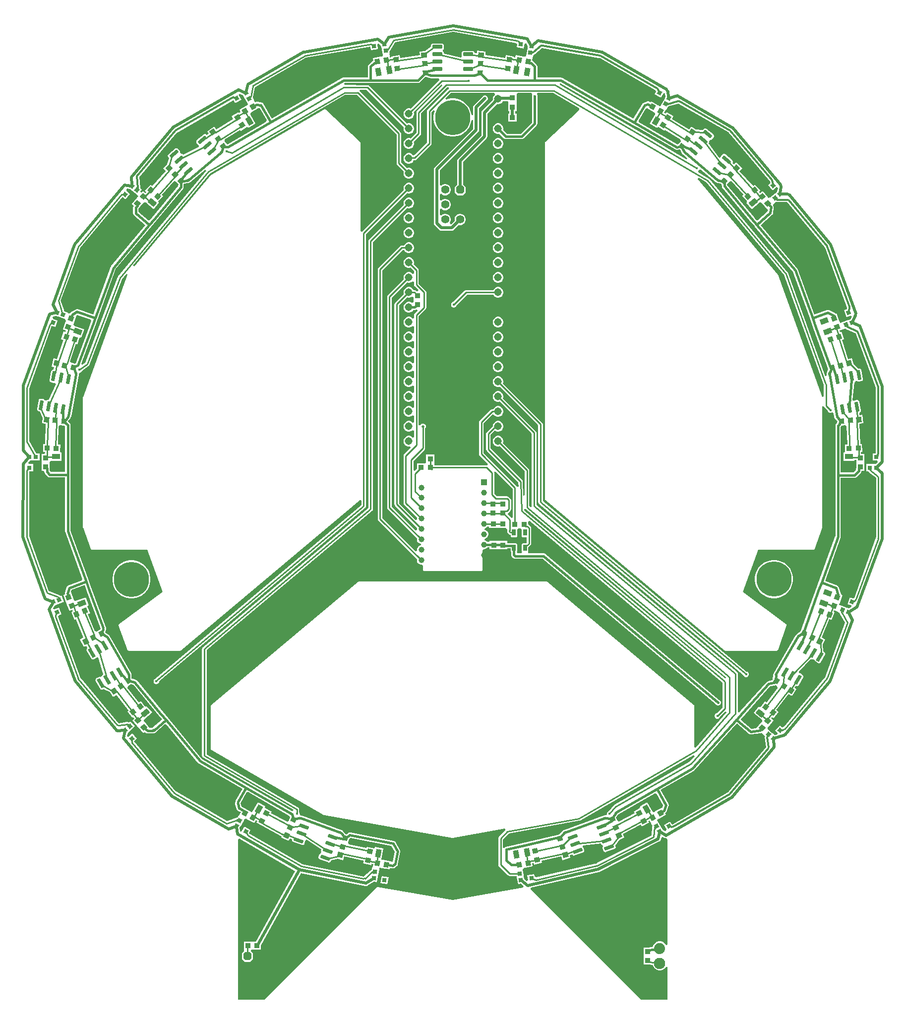
<source format=gbr>
G04*
G04 #@! TF.GenerationSoftware,Altium Limited,Altium Designer,25.4.2 (15)*
G04*
G04 Layer_Physical_Order=1*
G04 Layer_Color=255*
%FSLAX44Y44*%
%MOMM*%
G71*
G04*
G04 #@! TF.SameCoordinates,EEABE1AA-3A69-4D6F-ADE4-9D398D027295*
G04*
G04*
G04 #@! TF.FilePolarity,Positive*
G04*
G01*
G75*
%ADD14C,0.2540*%
G04:AMPARAMS|DCode=15|XSize=0.9mm|YSize=0.85mm|CornerRadius=0mm|HoleSize=0mm|Usage=FLASHONLY|Rotation=192.000|XOffset=0mm|YOffset=0mm|HoleType=Round|Shape=Rectangle|*
%AMROTATEDRECTD15*
4,1,4,0.3518,0.5093,0.5285,-0.3222,-0.3518,-0.5093,-0.5285,0.3222,0.3518,0.5093,0.0*
%
%ADD15ROTATEDRECTD15*%

G04:AMPARAMS|DCode=16|XSize=1.67mm|YSize=0.6mm|CornerRadius=0.075mm|HoleSize=0mm|Usage=FLASHONLY|Rotation=220.000|XOffset=0mm|YOffset=0mm|HoleType=Round|Shape=RoundedRectangle|*
%AMROUNDEDRECTD16*
21,1,1.6700,0.4500,0,0,220.0*
21,1,1.5200,0.6000,0,0,220.0*
1,1,0.1500,-0.7268,-0.3162*
1,1,0.1500,0.4376,0.6609*
1,1,0.1500,0.7268,0.3162*
1,1,0.1500,-0.4376,-0.6609*
%
%ADD16ROUNDEDRECTD16*%
G04:AMPARAMS|DCode=17|XSize=0.9mm|YSize=0.85mm|CornerRadius=0mm|HoleSize=0mm|Usage=FLASHONLY|Rotation=288.000|XOffset=0mm|YOffset=0mm|HoleType=Round|Shape=Rectangle|*
%AMROTATEDRECTD17*
4,1,4,-0.5433,0.2966,0.2651,0.5593,0.5433,-0.2966,-0.2651,-0.5593,-0.5433,0.2966,0.0*
%
%ADD17ROTATEDRECTD17*%

G04:AMPARAMS|DCode=18|XSize=0.9mm|YSize=0.85mm|CornerRadius=0mm|HoleSize=0mm|Usage=FLASHONLY|Rotation=232.000|XOffset=0mm|YOffset=0mm|HoleType=Round|Shape=Rectangle|*
%AMROTATEDRECTD18*
4,1,4,-0.0579,0.6163,0.6120,0.0930,0.0579,-0.6163,-0.6120,-0.0930,-0.0579,0.6163,0.0*
%
%ADD18ROTATEDRECTD18*%

G04:AMPARAMS|DCode=19|XSize=0.91mm|YSize=1.36mm|CornerRadius=0mm|HoleSize=0mm|Usage=FLASHONLY|Rotation=350.000|XOffset=0mm|YOffset=0mm|HoleType=Round|Shape=Rectangle|*
%AMROTATEDRECTD19*
4,1,4,-0.5662,-0.5907,-0.3300,0.7487,0.5662,0.5907,0.3300,-0.7487,-0.5662,-0.5907,0.0*
%
%ADD19ROTATEDRECTD19*%

G04:AMPARAMS|DCode=20|XSize=0.9mm|YSize=0.85mm|CornerRadius=0mm|HoleSize=0mm|Usage=FLASHONLY|Rotation=151.993|XOffset=0mm|YOffset=0mm|HoleType=Round|Shape=Rectangle|*
%AMROTATEDRECTD20*
4,1,4,0.5969,0.1639,0.1977,-0.5865,-0.5969,-0.1639,-0.1977,0.5865,0.5969,0.1639,0.0*
%
%ADD20ROTATEDRECTD20*%

G04:AMPARAMS|DCode=21|XSize=1.1mm|YSize=0.6mm|CornerRadius=0.051mm|HoleSize=0mm|Usage=FLASHONLY|Rotation=90.000|XOffset=0mm|YOffset=0mm|HoleType=Round|Shape=RoundedRectangle|*
%AMROUNDEDRECTD21*
21,1,1.1000,0.4980,0,0,90.0*
21,1,0.9980,0.6000,0,0,90.0*
1,1,0.1020,0.2490,0.4990*
1,1,0.1020,0.2490,-0.4990*
1,1,0.1020,-0.2490,-0.4990*
1,1,0.1020,-0.2490,0.4990*
%
%ADD21ROUNDEDRECTD21*%
G04:AMPARAMS|DCode=22|XSize=0.95mm|YSize=0.9mm|CornerRadius=0mm|HoleSize=0mm|Usage=FLASHONLY|Rotation=304.063|XOffset=0mm|YOffset=0mm|HoleType=Round|Shape=Rectangle|*
%AMROTATEDRECTD22*
4,1,4,-0.6388,0.1414,0.1067,0.6456,0.6388,-0.1414,-0.1067,-0.6456,-0.6388,0.1414,0.0*
%
%ADD22ROTATEDRECTD22*%

G04:AMPARAMS|DCode=23|XSize=0.95mm|YSize=0.9mm|CornerRadius=0mm|HoleSize=0mm|Usage=FLASHONLY|Rotation=344.000|XOffset=0mm|YOffset=0mm|HoleType=Round|Shape=Rectangle|*
%AMROTATEDRECTD23*
4,1,4,-0.5806,-0.3016,-0.3326,0.5635,0.5806,0.3016,0.3326,-0.5635,-0.5806,-0.3016,0.0*
%
%ADD23ROTATEDRECTD23*%

G04:AMPARAMS|DCode=24|XSize=0.9mm|YSize=0.85mm|CornerRadius=0mm|HoleSize=0mm|Usage=FLASHONLY|Rotation=312.000|XOffset=0mm|YOffset=0mm|HoleType=Round|Shape=Rectangle|*
%AMROTATEDRECTD24*
4,1,4,-0.6170,0.0500,0.0147,0.6188,0.6170,-0.0500,-0.0147,-0.6188,-0.6170,0.0500,0.0*
%
%ADD24ROTATEDRECTD24*%

G04:AMPARAMS|DCode=25|XSize=0.95mm|YSize=0.9mm|CornerRadius=0mm|HoleSize=0mm|Usage=FLASHONLY|Rotation=236.000|XOffset=0mm|YOffset=0mm|HoleType=Round|Shape=Rectangle|*
%AMROTATEDRECTD25*
4,1,4,-0.1075,0.6454,0.6387,0.1422,0.1075,-0.6454,-0.6387,-0.1422,-0.1075,0.6454,0.0*
%
%ADD25ROTATEDRECTD25*%

G04:AMPARAMS|DCode=26|XSize=0.95mm|YSize=0.9mm|CornerRadius=0mm|HoleSize=0mm|Usage=FLASHONLY|Rotation=196.000|XOffset=0mm|YOffset=0mm|HoleType=Round|Shape=Rectangle|*
%AMROTATEDRECTD26*
4,1,4,0.3326,0.5635,0.5806,-0.3016,-0.3326,-0.5635,-0.5806,0.3016,0.3326,0.5635,0.0*
%
%ADD26ROTATEDRECTD26*%

G04:AMPARAMS|DCode=27|XSize=0.95mm|YSize=0.9mm|CornerRadius=0mm|HoleSize=0mm|Usage=FLASHONLY|Rotation=244.000|XOffset=0mm|YOffset=0mm|HoleType=Round|Shape=Rectangle|*
%AMROTATEDRECTD27*
4,1,4,-0.1962,0.6242,0.6127,0.2297,0.1962,-0.6242,-0.6127,-0.2297,-0.1962,0.6242,0.0*
%
%ADD27ROTATEDRECTD27*%

G04:AMPARAMS|DCode=28|XSize=0.95mm|YSize=0.9mm|CornerRadius=0mm|HoleSize=0mm|Usage=FLASHONLY|Rotation=24.000|XOffset=0mm|YOffset=0mm|HoleType=Round|Shape=Rectangle|*
%AMROTATEDRECTD28*
4,1,4,-0.2509,-0.6043,-0.6170,0.2179,0.2509,0.6043,0.6170,-0.2179,-0.2509,-0.6043,0.0*
%
%ADD28ROTATEDRECTD28*%

G04:AMPARAMS|DCode=29|XSize=0.95mm|YSize=0.9mm|CornerRadius=0mm|HoleSize=0mm|Usage=FLASHONLY|Rotation=316.000|XOffset=0mm|YOffset=0mm|HoleType=Round|Shape=Rectangle|*
%AMROTATEDRECTD29*
4,1,4,-0.6543,0.0063,-0.0291,0.6537,0.6543,-0.0063,0.0291,-0.6537,-0.6543,0.0063,0.0*
%
%ADD29ROTATEDRECTD29*%

G04:AMPARAMS|DCode=30|XSize=0.95mm|YSize=0.9mm|CornerRadius=0mm|HoleSize=0mm|Usage=FLASHONLY|Rotation=276.000|XOffset=0mm|YOffset=0mm|HoleType=Round|Shape=Rectangle|*
%AMROTATEDRECTD30*
4,1,4,-0.4972,0.4254,0.3979,0.5194,0.4972,-0.4254,-0.3979,-0.5194,-0.4972,0.4254,0.0*
%
%ADD30ROTATEDRECTD30*%

G04:AMPARAMS|DCode=31|XSize=0.95mm|YSize=0.9mm|CornerRadius=0mm|HoleSize=0mm|Usage=FLASHONLY|Rotation=144.000|XOffset=0mm|YOffset=0mm|HoleType=Round|Shape=Rectangle|*
%AMROTATEDRECTD31*
4,1,4,0.6488,0.0849,0.1198,-0.6433,-0.6488,-0.0849,-0.1198,0.6433,0.6488,0.0849,0.0*
%
%ADD31ROTATEDRECTD31*%

G04:AMPARAMS|DCode=32|XSize=0.95mm|YSize=0.9mm|CornerRadius=0mm|HoleSize=0mm|Usage=FLASHONLY|Rotation=104.000|XOffset=0mm|YOffset=0mm|HoleType=Round|Shape=Rectangle|*
%AMROTATEDRECTD32*
4,1,4,0.5515,-0.3520,-0.3217,-0.5698,-0.5515,0.3520,0.3217,0.5698,0.5515,-0.3520,0.0*
%
%ADD32ROTATEDRECTD32*%

G04:AMPARAMS|DCode=33|XSize=0.95mm|YSize=0.9mm|CornerRadius=0mm|HoleSize=0mm|Usage=FLASHONLY|Rotation=36.001|XOffset=0mm|YOffset=0mm|HoleType=Round|Shape=Rectangle|*
%AMROTATEDRECTD33*
4,1,4,-0.1198,-0.6433,-0.6488,0.0849,0.1198,0.6433,0.6488,-0.0849,-0.1198,-0.6433,0.0*
%
%ADD33ROTATEDRECTD33*%

G04:AMPARAMS|DCode=34|XSize=0.95mm|YSize=0.9mm|CornerRadius=0mm|HoleSize=0mm|Usage=FLASHONLY|Rotation=356.000|XOffset=0mm|YOffset=0mm|HoleType=Round|Shape=Rectangle|*
%AMROTATEDRECTD34*
4,1,4,-0.5052,-0.4158,-0.4425,0.4820,0.5052,0.4158,0.4425,-0.4820,-0.5052,-0.4158,0.0*
%
%ADD34ROTATEDRECTD34*%

G04:AMPARAMS|DCode=35|XSize=0.95mm|YSize=0.9mm|CornerRadius=0mm|HoleSize=0mm|Usage=FLASHONLY|Rotation=224.001|XOffset=0mm|YOffset=0mm|HoleType=Round|Shape=Rectangle|*
%AMROTATEDRECTD35*
4,1,4,0.0291,0.6537,0.6543,0.0063,-0.0291,-0.6537,-0.6543,-0.0063,0.0291,0.6537,0.0*
%
%ADD35ROTATEDRECTD35*%

G04:AMPARAMS|DCode=36|XSize=0.95mm|YSize=0.9mm|CornerRadius=0mm|HoleSize=0mm|Usage=FLASHONLY|Rotation=184.000|XOffset=0mm|YOffset=0mm|HoleType=Round|Shape=Rectangle|*
%AMROTATEDRECTD36*
4,1,4,0.4425,0.4820,0.5052,-0.4158,-0.4425,-0.4820,-0.5052,0.4158,0.4425,0.4820,0.0*
%
%ADD36ROTATEDRECTD36*%

G04:AMPARAMS|DCode=37|XSize=0.95mm|YSize=0.9mm|CornerRadius=0mm|HoleSize=0mm|Usage=FLASHONLY|Rotation=156.000|XOffset=0mm|YOffset=0mm|HoleType=Round|Shape=Rectangle|*
%AMROTATEDRECTD37*
4,1,4,0.6170,0.2179,0.2509,-0.6043,-0.6170,-0.2179,-0.2509,0.6043,0.6170,0.2179,0.0*
%
%ADD37ROTATEDRECTD37*%

G04:AMPARAMS|DCode=38|XSize=0.95mm|YSize=0.9mm|CornerRadius=0mm|HoleSize=0mm|Usage=FLASHONLY|Rotation=116.001|XOffset=0mm|YOffset=0mm|HoleType=Round|Shape=Rectangle|*
%AMROTATEDRECTD38*
4,1,4,0.6127,-0.2297,-0.1962,-0.6242,-0.6127,0.2297,0.1962,0.6242,0.6127,-0.2297,0.0*
%
%ADD38ROTATEDRECTD38*%

G04:AMPARAMS|DCode=39|XSize=0.95mm|YSize=0.9mm|CornerRadius=0mm|HoleSize=0mm|Usage=FLASHONLY|Rotation=76.000|XOffset=0mm|YOffset=0mm|HoleType=Round|Shape=Rectangle|*
%AMROTATEDRECTD39*
4,1,4,0.3217,-0.5698,-0.5515,-0.3520,-0.3217,0.5698,0.5515,0.3520,0.3217,-0.5698,0.0*
%
%ADD39ROTATEDRECTD39*%

G04:AMPARAMS|DCode=40|XSize=0.95mm|YSize=0.9mm|CornerRadius=0mm|HoleSize=0mm|Usage=FLASHONLY|Rotation=264.000|XOffset=0mm|YOffset=0mm|HoleType=Round|Shape=Rectangle|*
%AMROTATEDRECTD40*
4,1,4,-0.3979,0.5194,0.4972,0.4254,0.3979,-0.5194,-0.4972,-0.4254,-0.3979,0.5194,0.0*
%
%ADD40ROTATEDRECTD40*%

G04:AMPARAMS|DCode=41|XSize=0.9mm|YSize=0.85mm|CornerRadius=0mm|HoleSize=0mm|Usage=FLASHONLY|Rotation=272.000|XOffset=0mm|YOffset=0mm|HoleType=Round|Shape=Rectangle|*
%AMROTATEDRECTD41*
4,1,4,-0.4405,0.4349,0.4090,0.4646,0.4405,-0.4349,-0.4090,-0.4646,-0.4405,0.4349,0.0*
%
%ADD41ROTATEDRECTD41*%

G04:AMPARAMS|DCode=42|XSize=0.9mm|YSize=0.85mm|CornerRadius=0mm|HoleSize=0mm|Usage=FLASHONLY|Rotation=207.997|XOffset=0mm|YOffset=0mm|HoleType=Round|Shape=Rectangle|*
%AMROTATEDRECTD42*
4,1,4,0.1978,0.5865,0.5968,-0.1640,-0.1978,-0.5865,-0.5968,0.1640,0.1978,0.5865,0.0*
%
%ADD42ROTATEDRECTD42*%

G04:AMPARAMS|DCode=43|XSize=0.9mm|YSize=0.85mm|CornerRadius=0mm|HoleSize=0mm|Usage=FLASHONLY|Rotation=248.000|XOffset=0mm|YOffset=0mm|HoleType=Round|Shape=Rectangle|*
%AMROTATEDRECTD43*
4,1,4,-0.2255,0.5764,0.5626,0.2580,0.2255,-0.5764,-0.5626,-0.2580,-0.2255,0.5764,0.0*
%
%ADD43ROTATEDRECTD43*%

G04:AMPARAMS|DCode=44|XSize=0.9mm|YSize=0.85mm|CornerRadius=0mm|HoleSize=0mm|Usage=FLASHONLY|Rotation=48.000|XOffset=0mm|YOffset=0mm|HoleType=Round|Shape=Rectangle|*
%AMROTATEDRECTD44*
4,1,4,0.0147,-0.6188,-0.6170,-0.0500,-0.0147,0.6188,0.6170,0.0500,0.0147,-0.6188,0.0*
%
%ADD44ROTATEDRECTD44*%

G04:AMPARAMS|DCode=45|XSize=0.9mm|YSize=0.85mm|CornerRadius=0mm|HoleSize=0mm|Usage=FLASHONLY|Rotation=32.000|XOffset=0mm|YOffset=0mm|HoleType=Round|Shape=Rectangle|*
%AMROTATEDRECTD45*
4,1,4,-0.1564,-0.5989,-0.6068,0.1220,0.1564,0.5989,0.6068,-0.1220,-0.1564,-0.5989,0.0*
%
%ADD45ROTATEDRECTD45*%

G04:AMPARAMS|DCode=46|XSize=0.9mm|YSize=0.85mm|CornerRadius=0mm|HoleSize=0mm|Usage=FLASHONLY|Rotation=8.000|XOffset=0mm|YOffset=0mm|HoleType=Round|Shape=Rectangle|*
%AMROTATEDRECTD46*
4,1,4,-0.3865,-0.4835,-0.5048,0.3582,0.3865,0.4835,0.5048,-0.3582,-0.3865,-0.4835,0.0*
%
%ADD46ROTATEDRECTD46*%

G04:AMPARAMS|DCode=47|XSize=0.9mm|YSize=0.85mm|CornerRadius=0mm|HoleSize=0mm|Usage=FLASHONLY|Rotation=352.000|XOffset=0mm|YOffset=0mm|HoleType=Round|Shape=Rectangle|*
%AMROTATEDRECTD47*
4,1,4,-0.5048,-0.3582,-0.3865,0.4835,0.5048,0.3582,0.3865,-0.4835,-0.5048,-0.3582,0.0*
%
%ADD47ROTATEDRECTD47*%

G04:AMPARAMS|DCode=48|XSize=0.9mm|YSize=0.85mm|CornerRadius=0mm|HoleSize=0mm|Usage=FLASHONLY|Rotation=328.000|XOffset=0mm|YOffset=0mm|HoleType=Round|Shape=Rectangle|*
%AMROTATEDRECTD48*
4,1,4,-0.6068,-0.1220,-0.1564,0.5989,0.6068,0.1220,0.1564,-0.5989,-0.6068,-0.1220,0.0*
%
%ADD48ROTATEDRECTD48*%

G04:AMPARAMS|DCode=49|XSize=0.9mm|YSize=0.85mm|CornerRadius=0mm|HoleSize=0mm|Usage=FLASHONLY|Rotation=168.000|XOffset=0mm|YOffset=0mm|HoleType=Round|Shape=Rectangle|*
%AMROTATEDRECTD49*
4,1,4,0.5285,0.3222,0.3518,-0.5093,-0.5285,-0.3222,-0.3518,0.5093,0.5285,0.3222,0.0*
%
%ADD49ROTATEDRECTD49*%

G04:AMPARAMS|DCode=50|XSize=0.9mm|YSize=0.85mm|CornerRadius=0mm|HoleSize=0mm|Usage=FLASHONLY|Rotation=127.998|XOffset=0mm|YOffset=0mm|HoleType=Round|Shape=Rectangle|*
%AMROTATEDRECTD50*
4,1,4,0.6120,-0.0930,-0.0579,-0.6163,-0.6120,0.0930,0.0579,0.6163,0.6120,-0.0930,0.0*
%
%ADD50ROTATEDRECTD50*%

G04:AMPARAMS|DCode=51|XSize=0.9mm|YSize=0.85mm|CornerRadius=0mm|HoleSize=0mm|Usage=FLASHONLY|Rotation=112.000|XOffset=0mm|YOffset=0mm|HoleType=Round|Shape=Rectangle|*
%AMROTATEDRECTD51*
4,1,4,0.5626,-0.2580,-0.2255,-0.5764,-0.5626,0.2580,0.2255,0.5764,0.5626,-0.2580,0.0*
%
%ADD51ROTATEDRECTD51*%

G04:AMPARAMS|DCode=52|XSize=0.9mm|YSize=0.85mm|CornerRadius=0mm|HoleSize=0mm|Usage=FLASHONLY|Rotation=88.000|XOffset=0mm|YOffset=0mm|HoleType=Round|Shape=Rectangle|*
%AMROTATEDRECTD52*
4,1,4,0.4090,-0.4646,-0.4405,-0.4349,-0.4090,0.4646,0.4405,0.4349,0.4090,-0.4646,0.0*
%
%ADD52ROTATEDRECTD52*%

G04:AMPARAMS|DCode=53|XSize=0.9mm|YSize=0.85mm|CornerRadius=0mm|HoleSize=0mm|Usage=FLASHONLY|Rotation=72.000|XOffset=0mm|YOffset=0mm|HoleType=Round|Shape=Rectangle|*
%AMROTATEDRECTD53*
4,1,4,0.2651,-0.5593,-0.5433,-0.2966,-0.2651,0.5593,0.5433,0.2966,0.2651,-0.5593,0.0*
%
%ADD53ROTATEDRECTD53*%

G04:AMPARAMS|DCode=54|XSize=1.67mm|YSize=0.6mm|CornerRadius=0.075mm|HoleSize=0mm|Usage=FLASHONLY|Rotation=300.003|XOffset=0mm|YOffset=0mm|HoleType=Round|Shape=RoundedRectangle|*
%AMROUNDEDRECTD54*
21,1,1.6700,0.4500,0,0,300.003*
21,1,1.5200,0.6000,0,0,300.003*
1,1,0.1500,0.1852,-0.7707*
1,1,0.1500,-0.5749,0.5457*
1,1,0.1500,-0.1852,0.7707*
1,1,0.1500,0.5749,-0.5457*
%
%ADD54ROUNDEDRECTD54*%
G04:AMPARAMS|DCode=55|XSize=0.9mm|YSize=0.85mm|CornerRadius=0mm|HoleSize=0mm|Usage=FLASHONLY|Rotation=199.915|XOffset=0mm|YOffset=0mm|HoleType=Round|Shape=Rectangle|*
%AMROTATEDRECTD55*
4,1,4,0.2783,0.5529,0.5679,-0.2463,-0.2783,-0.5529,-0.5679,0.2463,0.2783,0.5529,0.0*
%
%ADD55ROTATEDRECTD55*%

G04:AMPARAMS|DCode=56|XSize=0.91mm|YSize=1.36mm|CornerRadius=0mm|HoleSize=0mm|Usage=FLASHONLY|Rotation=109.917|XOffset=0mm|YOffset=0mm|HoleType=Round|Shape=Rectangle|*
%AMROTATEDRECTD56*
4,1,4,0.7943,-0.1961,-0.4843,-0.6594,-0.7943,0.1961,0.4843,0.6594,0.7943,-0.1961,0.0*
%
%ADD56ROTATEDRECTD56*%

%ADD57R,1.3600X0.9100*%
G04:AMPARAMS|DCode=58|XSize=0.9mm|YSize=0.85mm|CornerRadius=0mm|HoleSize=0mm|Usage=FLASHONLY|Rotation=344.001|XOffset=0mm|YOffset=0mm|HoleType=Round|Shape=Rectangle|*
%AMROTATEDRECTD58*
4,1,4,-0.5497,-0.2845,-0.3154,0.5326,0.5497,0.2845,0.3154,-0.5326,-0.5497,-0.2845,0.0*
%
%ADD58ROTATEDRECTD58*%

G04:AMPARAMS|DCode=59|XSize=0.9mm|YSize=0.85mm|CornerRadius=0mm|HoleSize=0mm|Usage=FLASHONLY|Rotation=156.001|XOffset=0mm|YOffset=0mm|HoleType=Round|Shape=Rectangle|*
%AMROTATEDRECTD59*
4,1,4,0.5840,0.2052,0.2382,-0.5713,-0.5840,-0.2052,-0.2382,0.5713,0.5840,0.2052,0.0*
%
%ADD59ROTATEDRECTD59*%

G04:AMPARAMS|DCode=60|XSize=0.9mm|YSize=0.85mm|CornerRadius=0mm|HoleSize=0mm|Usage=FLASHONLY|Rotation=116.004|XOffset=0mm|YOffset=0mm|HoleType=Round|Shape=Rectangle|*
%AMROTATEDRECTD60*
4,1,4,0.5793,-0.2181,-0.1847,-0.5908,-0.5793,0.2181,0.1847,0.5908,0.5793,-0.2181,0.0*
%
%ADD60ROTATEDRECTD60*%

G04:AMPARAMS|DCode=61|XSize=0.9mm|YSize=0.85mm|CornerRadius=0mm|HoleSize=0mm|Usage=FLASHONLY|Rotation=303.992|XOffset=0mm|YOffset=0mm|HoleType=Round|Shape=Rectangle|*
%AMROTATEDRECTD61*
4,1,4,-0.6040,0.1355,0.1008,0.6107,0.6040,-0.1355,-0.1008,-0.6107,-0.6040,0.1355,0.0*
%
%ADD61ROTATEDRECTD61*%

G04:AMPARAMS|DCode=62|XSize=1.67mm|YSize=0.6mm|CornerRadius=0.075mm|HoleSize=0mm|Usage=FLASHONLY|Rotation=99.999|XOffset=0mm|YOffset=0mm|HoleType=Round|Shape=RoundedRectangle|*
%AMROUNDEDRECTD62*
21,1,1.6700,0.4500,0,0,99.999*
21,1,1.5200,0.6000,0,0,99.999*
1,1,0.1500,0.0896,0.7875*
1,1,0.1500,0.3535,-0.7094*
1,1,0.1500,-0.0896,-0.7875*
1,1,0.1500,-0.3535,0.7094*
%
%ADD62ROUNDEDRECTD62*%
G04:AMPARAMS|DCode=63|XSize=1.67mm|YSize=0.6mm|CornerRadius=0.075mm|HoleSize=0mm|Usage=FLASHONLY|Rotation=340.000|XOffset=0mm|YOffset=0mm|HoleType=Round|Shape=RoundedRectangle|*
%AMROUNDEDRECTD63*
21,1,1.6700,0.4500,0,0,340.0*
21,1,1.5200,0.6000,0,0,340.0*
1,1,0.1500,0.6372,-0.4714*
1,1,0.1500,-0.7911,0.0485*
1,1,0.1500,-0.6372,0.4714*
1,1,0.1500,0.7911,-0.0485*
%
%ADD63ROUNDEDRECTD63*%
G04:AMPARAMS|DCode=64|XSize=0.91mm|YSize=1.36mm|CornerRadius=0mm|HoleSize=0mm|Usage=FLASHONLY|Rotation=229.628|XOffset=0mm|YOffset=0mm|HoleType=Round|Shape=Rectangle|*
%AMROTATEDRECTD64*
4,1,4,-0.2233,0.7871,0.8128,-0.0938,0.2233,-0.7871,-0.8128,0.0938,-0.2233,0.7871,0.0*
%
%ADD64ROTATEDRECTD64*%

G04:AMPARAMS|DCode=65|XSize=0.91mm|YSize=1.36mm|CornerRadius=0mm|HoleSize=0mm|Usage=FLASHONLY|Rotation=30.000|XOffset=0mm|YOffset=0mm|HoleType=Round|Shape=Rectangle|*
%AMROTATEDRECTD65*
4,1,4,-0.0540,-0.8164,-0.7340,0.3614,0.0540,0.8164,0.7340,-0.3614,-0.0540,-0.8164,0.0*
%
%ADD65ROTATEDRECTD65*%

G04:AMPARAMS|DCode=66|XSize=0.91mm|YSize=1.36mm|CornerRadius=0mm|HoleSize=0mm|Usage=FLASHONLY|Rotation=190.000|XOffset=0mm|YOffset=0mm|HoleType=Round|Shape=Rectangle|*
%AMROTATEDRECTD66*
4,1,4,0.3300,0.7487,0.5662,-0.5907,-0.3300,-0.7487,-0.5662,0.5907,0.3300,0.7487,0.0*
%
%ADD66ROTATEDRECTD66*%

G04:AMPARAMS|DCode=67|XSize=0.9mm|YSize=0.85mm|CornerRadius=0mm|HoleSize=0mm|Usage=FLASHONLY|Rotation=279.999|XOffset=0mm|YOffset=0mm|HoleType=Round|Shape=Rectangle|*
%AMROTATEDRECTD67*
4,1,4,-0.4967,0.3694,0.3404,0.5170,0.4967,-0.3694,-0.3404,-0.5170,-0.4967,0.3694,0.0*
%
%ADD67ROTATEDRECTD67*%

G04:AMPARAMS|DCode=68|XSize=0.9mm|YSize=0.85mm|CornerRadius=0mm|HoleSize=0mm|Usage=FLASHONLY|Rotation=120.000|XOffset=0mm|YOffset=0mm|HoleType=Round|Shape=Rectangle|*
%AMROTATEDRECTD68*
4,1,4,0.5931,-0.1772,-0.1431,-0.6022,-0.5931,0.1772,0.1431,0.6022,0.5931,-0.1772,0.0*
%
%ADD68ROTATEDRECTD68*%

G04:AMPARAMS|DCode=69|XSize=0.9mm|YSize=0.85mm|CornerRadius=0mm|HoleSize=0mm|Usage=FLASHONLY|Rotation=319.766|XOffset=0mm|YOffset=0mm|HoleType=Round|Shape=Rectangle|*
%AMROTATEDRECTD69*
4,1,4,-0.6181,-0.0338,-0.0690,0.6151,0.6181,0.0338,0.0690,-0.6151,-0.6181,-0.0338,0.0*
%
%ADD69ROTATEDRECTD69*%

G04:AMPARAMS|DCode=70|XSize=0.91mm|YSize=1.36mm|CornerRadius=0mm|HoleSize=0mm|Usage=FLASHONLY|Rotation=70.358|XOffset=0mm|YOffset=0mm|HoleType=Round|Shape=Rectangle|*
%AMROTATEDRECTD70*
4,1,4,0.4875,-0.6571,-0.7934,-0.1999,-0.4875,0.6571,0.7934,0.1999,0.4875,-0.6571,0.0*
%
%ADD70ROTATEDRECTD70*%

G04:AMPARAMS|DCode=71|XSize=0.91mm|YSize=1.36mm|CornerRadius=0mm|HoleSize=0mm|Usage=FLASHONLY|Rotation=189.959|XOffset=0mm|YOffset=0mm|HoleType=Round|Shape=Rectangle|*
%AMROTATEDRECTD71*
4,1,4,0.3306,0.7484,0.5657,-0.5911,-0.3306,-0.7484,-0.5657,0.5911,0.3306,0.7484,0.0*
%
%ADD71ROTATEDRECTD71*%

%ADD72R,0.9000X0.8500*%
G04:AMPARAMS|DCode=73|XSize=0.91mm|YSize=1.36mm|CornerRadius=0mm|HoleSize=0mm|Usage=FLASHONLY|Rotation=270.001|XOffset=0mm|YOffset=0mm|HoleType=Round|Shape=Rectangle|*
%AMROTATEDRECTD73*
4,1,4,-0.6800,0.4550,0.6800,0.4550,0.6800,-0.4550,-0.6800,-0.4550,-0.6800,0.4550,0.0*
%
%ADD73ROTATEDRECTD73*%

%ADD74R,0.8500X0.9000*%
%ADD75P,0.9900X4X335.003*%
%ADD76P,0.9900X4X154.92*%
%ADD77P,0.9900X4X395.0*%
%ADD78P,0.9900X4X235.0*%
%ADD79P,0.9900X4X74.92*%
%ADD80P,0.9900X4X315.004*%
%ADD81R,0.7000X0.7000*%
%ADD82P,0.9900X4X95.08*%
%ADD83P,0.9900X4X114.92*%
%ADD84P,0.9900X4X175.0*%
%ADD85P,0.9900X4X195.168*%
%ADD86P,0.9900X4X215.01*%
%ADD87P,0.9900X4X255.0*%
%ADD88P,0.9900X4X275.399*%
%ADD89P,0.9900X4X295.346*%
%ADD90P,0.9900X4X355.079*%
%ADD91P,0.9900X4X375.079*%
G04:AMPARAMS|DCode=92|XSize=0.9mm|YSize=0.85mm|CornerRadius=0mm|HoleSize=0mm|Usage=FLASHONLY|Rotation=279.915|XOffset=0mm|YOffset=0mm|HoleType=Round|Shape=Rectangle|*
%AMROTATEDRECTD92*
4,1,4,-0.4961,0.3701,0.3412,0.5165,0.4961,-0.3701,-0.3412,-0.5165,-0.4961,0.3701,0.0*
%
%ADD92ROTATEDRECTD92*%

G04:AMPARAMS|DCode=93|XSize=0.9mm|YSize=0.85mm|CornerRadius=0mm|HoleSize=0mm|Usage=FLASHONLY|Rotation=119.915|XOffset=0mm|YOffset=0mm|HoleType=Round|Shape=Rectangle|*
%AMROTATEDRECTD93*
4,1,4,0.5928,-0.1781,-0.1440,-0.6020,-0.5928,0.1781,0.1440,0.6020,0.5928,-0.1781,0.0*
%
%ADD93ROTATEDRECTD93*%

G04:AMPARAMS|DCode=94|XSize=0.9mm|YSize=0.85mm|CornerRadius=0mm|HoleSize=0mm|Usage=FLASHONLY|Rotation=320.085|XOffset=0mm|YOffset=0mm|HoleType=Round|Shape=Rectangle|*
%AMROTATEDRECTD94*
4,1,4,-0.6179,-0.0372,-0.0725,0.6147,0.6179,0.0372,0.0725,-0.6147,-0.6179,-0.0372,0.0*
%
%ADD94ROTATEDRECTD94*%

G04:AMPARAMS|DCode=95|XSize=0.9mm|YSize=0.85mm|CornerRadius=0mm|HoleSize=0mm|Usage=FLASHONLY|Rotation=159.915|XOffset=0mm|YOffset=0mm|HoleType=Round|Shape=Rectangle|*
%AMROTATEDRECTD95*
4,1,4,0.5686,0.2446,0.2767,-0.5537,-0.5686,-0.2446,-0.2767,0.5537,0.5686,0.2446,0.0*
%
%ADD95ROTATEDRECTD95*%

G04:AMPARAMS|DCode=96|XSize=0.9mm|YSize=0.85mm|CornerRadius=0mm|HoleSize=0mm|Usage=FLASHONLY|Rotation=39.913|XOffset=0mm|YOffset=0mm|HoleType=Round|Shape=Rectangle|*
%AMROTATEDRECTD96*
4,1,4,-0.0725,-0.6147,-0.6179,0.0372,0.0725,0.6147,0.6179,-0.0372,-0.0725,-0.6147,0.0*
%
%ADD96ROTATEDRECTD96*%

G04:AMPARAMS|DCode=97|XSize=0.9mm|YSize=0.85mm|CornerRadius=0mm|HoleSize=0mm|Usage=FLASHONLY|Rotation=240.179|XOffset=0mm|YOffset=0mm|HoleType=Round|Shape=Rectangle|*
%AMROTATEDRECTD97*
4,1,4,-0.1449,0.6018,0.5925,0.1791,0.1449,-0.6018,-0.5925,-0.1791,-0.1449,0.6018,0.0*
%
%ADD97ROTATEDRECTD97*%

G04:AMPARAMS|DCode=98|XSize=0.9mm|YSize=0.85mm|CornerRadius=0mm|HoleSize=0mm|Usage=FLASHONLY|Rotation=80.011|XOffset=0mm|YOffset=0mm|HoleType=Round|Shape=Rectangle|*
%AMROTATEDRECTD98*
4,1,4,0.3405,-0.5169,-0.4966,-0.3695,-0.3405,0.5169,0.4966,0.3695,0.3405,-0.5169,0.0*
%
%ADD98ROTATEDRECTD98*%

G04:AMPARAMS|DCode=99|XSize=0.9mm|YSize=0.85mm|CornerRadius=0mm|HoleSize=0mm|Usage=FLASHONLY|Rotation=160.199|XOffset=0mm|YOffset=0mm|HoleType=Round|Shape=Rectangle|*
%AMROTATEDRECTD99*
4,1,4,0.5674,0.2474,0.2794,-0.5523,-0.5674,-0.2474,-0.2794,0.5523,0.5674,0.2474,0.0*
%
%ADD99ROTATEDRECTD99*%

G04:AMPARAMS|DCode=100|XSize=0.9mm|YSize=0.85mm|CornerRadius=0mm|HoleSize=0mm|Usage=FLASHONLY|Rotation=199.983|XOffset=0mm|YOffset=0mm|HoleType=Round|Shape=Rectangle|*
%AMROTATEDRECTD100*
4,1,4,0.2777,0.5532,0.5682,-0.2456,-0.2777,-0.5532,-0.5682,0.2456,0.2777,0.5532,0.0*
%
%ADD100ROTATEDRECTD100*%

G04:AMPARAMS|DCode=101|XSize=0.9mm|YSize=0.85mm|CornerRadius=0mm|HoleSize=0mm|Usage=FLASHONLY|Rotation=40.085|XOffset=0mm|YOffset=0mm|HoleType=Round|Shape=Rectangle|*
%AMROTATEDRECTD101*
4,1,4,-0.0706,-0.6149,-0.6180,0.0354,0.0706,0.6149,0.6180,-0.0354,-0.0706,-0.6149,0.0*
%
%ADD101ROTATEDRECTD101*%

G04:AMPARAMS|DCode=102|XSize=0.9mm|YSize=0.85mm|CornerRadius=0mm|HoleSize=0mm|Usage=FLASHONLY|Rotation=240.085|XOffset=0mm|YOffset=0mm|HoleType=Round|Shape=Rectangle|*
%AMROTATEDRECTD102*
4,1,4,-0.1440,0.6020,0.5928,0.1781,0.1440,-0.6020,-0.5928,-0.1781,-0.1440,0.6020,0.0*
%
%ADD102ROTATEDRECTD102*%

G04:AMPARAMS|DCode=103|XSize=0.9mm|YSize=0.85mm|CornerRadius=0mm|HoleSize=0mm|Usage=FLASHONLY|Rotation=79.915|XOffset=0mm|YOffset=0mm|HoleType=Round|Shape=Rectangle|*
%AMROTATEDRECTD103*
4,1,4,0.3396,-0.5175,-0.4972,-0.3686,-0.3396,0.5175,0.4972,0.3686,0.3396,-0.5175,0.0*
%
%ADD103ROTATEDRECTD103*%

G04:AMPARAMS|DCode=104|XSize=0.9mm|YSize=0.85mm|CornerRadius=0mm|HoleSize=0mm|Usage=FLASHONLY|Rotation=195.900|XOffset=0mm|YOffset=0mm|HoleType=Round|Shape=Rectangle|*
%AMROTATEDRECTD104*
4,1,4,0.3164,0.5320,0.5492,-0.2855,-0.3164,-0.5320,-0.5492,0.2855,0.3164,0.5320,0.0*
%
%ADD104ROTATEDRECTD104*%

G04:AMPARAMS|DCode=105|XSize=0.9mm|YSize=0.85mm|CornerRadius=0mm|HoleSize=0mm|Usage=FLASHONLY|Rotation=236.000|XOffset=0mm|YOffset=0mm|HoleType=Round|Shape=Rectangle|*
%AMROTATEDRECTD105*
4,1,4,-0.1007,0.6107,0.6040,0.1354,0.1007,-0.6107,-0.6040,-0.1354,-0.1007,0.6107,0.0*
%
%ADD105ROTATEDRECTD105*%

G04:AMPARAMS|DCode=106|XSize=0.9mm|YSize=0.85mm|CornerRadius=0mm|HoleSize=0mm|Usage=FLASHONLY|Rotation=64.000|XOffset=0mm|YOffset=0mm|HoleType=Round|Shape=Rectangle|*
%AMROTATEDRECTD106*
4,1,4,0.1847,-0.5908,-0.5793,-0.2182,-0.1847,0.5908,0.5793,0.2182,0.1847,-0.5908,0.0*
%
%ADD106ROTATEDRECTD106*%

G04:AMPARAMS|DCode=107|XSize=0.9mm|YSize=0.85mm|CornerRadius=0mm|HoleSize=0mm|Usage=FLASHONLY|Rotation=275.999|XOffset=0mm|YOffset=0mm|HoleType=Round|Shape=Rectangle|*
%AMROTATEDRECTD107*
4,1,4,-0.4697,0.4031,0.3756,0.4920,0.4697,-0.4031,-0.3756,-0.4920,-0.4697,0.4031,0.0*
%
%ADD107ROTATEDRECTD107*%

G04:AMPARAMS|DCode=108|XSize=0.9mm|YSize=0.85mm|CornerRadius=0mm|HoleSize=0mm|Usage=FLASHONLY|Rotation=104.000|XOffset=0mm|YOffset=0mm|HoleType=Round|Shape=Rectangle|*
%AMROTATEDRECTD108*
4,1,4,0.5212,-0.3338,-0.3035,-0.5395,-0.5212,0.3338,0.3035,0.5395,0.5212,-0.3338,0.0*
%
%ADD108ROTATEDRECTD108*%

G04:AMPARAMS|DCode=109|XSize=0.9mm|YSize=0.85mm|CornerRadius=0mm|HoleSize=0mm|Usage=FLASHONLY|Rotation=316.000|XOffset=0mm|YOffset=0mm|HoleType=Round|Shape=Rectangle|*
%AMROTATEDRECTD109*
4,1,4,-0.6189,0.0069,-0.0285,0.6183,0.6189,-0.0069,0.0285,-0.6183,-0.6189,0.0069,0.0*
%
%ADD109ROTATEDRECTD109*%

G04:AMPARAMS|DCode=110|XSize=0.9mm|YSize=0.85mm|CornerRadius=0mm|HoleSize=0mm|Usage=FLASHONLY|Rotation=144.000|XOffset=0mm|YOffset=0mm|HoleType=Round|Shape=Rectangle|*
%AMROTATEDRECTD110*
4,1,4,0.6139,0.0793,0.1143,-0.6083,-0.6139,-0.0793,-0.1143,0.6083,0.6139,0.0793,0.0*
%
%ADD110ROTATEDRECTD110*%

G04:AMPARAMS|DCode=111|XSize=0.9mm|YSize=0.85mm|CornerRadius=0mm|HoleSize=0mm|Usage=FLASHONLY|Rotation=356.002|XOffset=0mm|YOffset=0mm|HoleType=Round|Shape=Rectangle|*
%AMROTATEDRECTD111*
4,1,4,-0.4785,-0.3926,-0.4193,0.4553,0.4785,0.3926,0.4193,-0.4553,-0.4785,-0.3926,0.0*
%
%ADD111ROTATEDRECTD111*%

G04:AMPARAMS|DCode=112|XSize=0.9mm|YSize=0.85mm|CornerRadius=0mm|HoleSize=0mm|Usage=FLASHONLY|Rotation=184.000|XOffset=0mm|YOffset=0mm|HoleType=Round|Shape=Rectangle|*
%AMROTATEDRECTD112*
4,1,4,0.4193,0.4553,0.4786,-0.3926,-0.4193,-0.4553,-0.4786,0.3926,0.4193,0.4553,0.0*
%
%ADD112ROTATEDRECTD112*%

G04:AMPARAMS|DCode=113|XSize=0.9mm|YSize=0.85mm|CornerRadius=0mm|HoleSize=0mm|Usage=FLASHONLY|Rotation=36.000|XOffset=0mm|YOffset=0mm|HoleType=Round|Shape=Rectangle|*
%AMROTATEDRECTD113*
4,1,4,-0.1143,-0.6083,-0.6139,0.0793,0.1143,0.6083,0.6139,-0.0793,-0.1143,-0.6083,0.0*
%
%ADD113ROTATEDRECTD113*%

G04:AMPARAMS|DCode=114|XSize=0.9mm|YSize=0.85mm|CornerRadius=0mm|HoleSize=0mm|Usage=FLASHONLY|Rotation=223.999|XOffset=0mm|YOffset=0mm|HoleType=Round|Shape=Rectangle|*
%AMROTATEDRECTD114*
4,1,4,0.0285,0.6183,0.6189,0.0069,-0.0285,-0.6183,-0.6189,-0.0069,0.0285,0.6183,0.0*
%
%ADD114ROTATEDRECTD114*%

G04:AMPARAMS|DCode=115|XSize=0.9mm|YSize=0.85mm|CornerRadius=0mm|HoleSize=0mm|Usage=FLASHONLY|Rotation=75.994|XOffset=0mm|YOffset=0mm|HoleType=Round|Shape=Rectangle|*
%AMROTATEDRECTD115*
4,1,4,0.3035,-0.5395,-0.5213,-0.3338,-0.3035,0.5395,0.5213,0.3338,0.3035,-0.5395,0.0*
%
%ADD115ROTATEDRECTD115*%

G04:AMPARAMS|DCode=116|XSize=0.9mm|YSize=0.85mm|CornerRadius=0mm|HoleSize=0mm|Usage=FLASHONLY|Rotation=264.007|XOffset=0mm|YOffset=0mm|HoleType=Round|Shape=Rectangle|*
%AMROTATEDRECTD116*
4,1,4,-0.3757,0.4919,0.4697,0.4032,0.3757,-0.4919,-0.4697,-0.4032,-0.3757,0.4919,0.0*
%
%ADD116ROTATEDRECTD116*%

G04:AMPARAMS|DCode=117|XSize=0.9mm|YSize=0.85mm|CornerRadius=0mm|HoleSize=0mm|Usage=FLASHONLY|Rotation=24.100|XOffset=0mm|YOffset=0mm|HoleType=Round|Shape=Rectangle|*
%AMROTATEDRECTD117*
4,1,4,-0.2372,-0.5717,-0.5843,0.2042,0.2372,0.5717,0.5843,-0.2042,-0.2372,-0.5717,0.0*
%
%ADD117ROTATEDRECTD117*%

%ADD118R,0.9500X0.9000*%
%ADD119R,0.9000X0.9500*%
G04:AMPARAMS|DCode=120|XSize=1.67mm|YSize=0.6mm|CornerRadius=0.075mm|HoleSize=0mm|Usage=FLASHONLY|Rotation=20.000|XOffset=0mm|YOffset=0mm|HoleType=Round|Shape=RoundedRectangle|*
%AMROUNDEDRECTD120*
21,1,1.6700,0.4500,0,0,20.0*
21,1,1.5200,0.6000,0,0,20.0*
1,1,0.1500,0.7911,0.0485*
1,1,0.1500,-0.6372,-0.4714*
1,1,0.1500,-0.7911,-0.0485*
1,1,0.1500,0.6372,0.4714*
%
%ADD120ROUNDEDRECTD120*%
G04:AMPARAMS|DCode=121|XSize=1.67mm|YSize=0.6mm|CornerRadius=0.075mm|HoleSize=0mm|Usage=FLASHONLY|Rotation=60.000|XOffset=0mm|YOffset=0mm|HoleType=Round|Shape=RoundedRectangle|*
%AMROUNDEDRECTD121*
21,1,1.6700,0.4500,0,0,60.0*
21,1,1.5200,0.6000,0,0,60.0*
1,1,0.1500,0.5749,0.5457*
1,1,0.1500,-0.1852,-0.7707*
1,1,0.1500,-0.5749,-0.5457*
1,1,0.1500,0.1852,0.7707*
%
%ADD121ROUNDEDRECTD121*%
G04:AMPARAMS|DCode=122|XSize=1.67mm|YSize=0.6mm|CornerRadius=0.075mm|HoleSize=0mm|Usage=FLASHONLY|Rotation=140.000|XOffset=0mm|YOffset=0mm|HoleType=Round|Shape=RoundedRectangle|*
%AMROUNDEDRECTD122*
21,1,1.6700,0.4500,0,0,140.0*
21,1,1.5200,0.6000,0,0,140.0*
1,1,0.1500,-0.4376,0.6609*
1,1,0.1500,0.7268,-0.3162*
1,1,0.1500,0.4376,-0.6609*
1,1,0.1500,-0.7268,0.3162*
%
%ADD122ROUNDEDRECTD122*%
G04:AMPARAMS|DCode=123|XSize=1.67mm|YSize=0.6mm|CornerRadius=0.075mm|HoleSize=0mm|Usage=FLASHONLY|Rotation=180.000|XOffset=0mm|YOffset=0mm|HoleType=Round|Shape=RoundedRectangle|*
%AMROUNDEDRECTD123*
21,1,1.6700,0.4500,0,0,180.0*
21,1,1.5200,0.6000,0,0,180.0*
1,1,0.1500,-0.7600,0.2250*
1,1,0.1500,0.7600,0.2250*
1,1,0.1500,0.7600,-0.2250*
1,1,0.1500,-0.7600,-0.2250*
%
%ADD123ROUNDEDRECTD123*%
G04:AMPARAMS|DCode=124|XSize=1.67mm|YSize=0.6mm|CornerRadius=0.075mm|HoleSize=0mm|Usage=FLASHONLY|Rotation=260.001|XOffset=0mm|YOffset=0mm|HoleType=Round|Shape=RoundedRectangle|*
%AMROUNDEDRECTD124*
21,1,1.6700,0.4500,0,0,260.001*
21,1,1.5200,0.6000,0,0,260.001*
1,1,0.1500,-0.3535,-0.7094*
1,1,0.1500,-0.0896,0.7875*
1,1,0.1500,0.3535,0.7094*
1,1,0.1500,0.0896,-0.7875*
%
%ADD124ROUNDEDRECTD124*%
G04:AMPARAMS|DCode=125|XSize=0.91mm|YSize=1.36mm|CornerRadius=0mm|HoleSize=0mm|Usage=FLASHONLY|Rotation=150.082|XOffset=0mm|YOffset=0mm|HoleType=Round|Shape=Rectangle|*
%AMROTATEDRECTD125*
4,1,4,0.7335,0.3625,0.0552,-0.8163,-0.7335,-0.3625,-0.0552,0.8163,0.7335,0.3625,0.0*
%
%ADD125ROTATEDRECTD125*%

G04:AMPARAMS|DCode=126|XSize=0.91mm|YSize=1.36mm|CornerRadius=0mm|HoleSize=0mm|Usage=FLASHONLY|Rotation=350.011|XOffset=0mm|YOffset=0mm|HoleType=Round|Shape=Rectangle|*
%AMROTATEDRECTD126*
4,1,4,-0.5661,-0.5908,-0.3302,0.7486,0.5661,0.5908,0.3302,-0.7486,-0.5661,-0.5908,0.0*
%
%ADD126ROTATEDRECTD126*%

G04:AMPARAMS|DCode=127|XSize=0.91mm|YSize=1.36mm|CornerRadius=0mm|HoleSize=0mm|Usage=FLASHONLY|Rotation=309.917|XOffset=0mm|YOffset=0mm|HoleType=Round|Shape=Rectangle|*
%AMROTATEDRECTD127*
4,1,4,-0.8135,-0.0874,0.2296,0.7853,0.8135,0.0874,-0.2296,-0.7853,-0.8135,-0.0874,0.0*
%
%ADD127ROTATEDRECTD127*%

G04:AMPARAMS|DCode=128|XSize=0.91mm|YSize=1.36mm|CornerRadius=0mm|HoleSize=0mm|Usage=FLASHONLY|Rotation=230.082|XOffset=0mm|YOffset=0mm|HoleType=Round|Shape=Rectangle|*
%AMROTATEDRECTD128*
4,1,4,-0.2296,0.7853,0.8135,-0.0874,0.2296,-0.7853,-0.8135,0.0874,-0.2296,0.7853,0.0*
%
%ADD128ROTATEDRECTD128*%

G04:AMPARAMS|DCode=129|XSize=0.91mm|YSize=1.36mm|CornerRadius=0mm|HoleSize=0mm|Usage=FLASHONLY|Rotation=69.917|XOffset=0mm|YOffset=0mm|HoleType=Round|Shape=Rectangle|*
%AMROTATEDRECTD129*
4,1,4,0.4824,-0.6608,-0.7949,-0.1938,-0.4824,0.6608,0.7949,0.1938,0.4824,-0.6608,0.0*
%
%ADD129ROTATEDRECTD129*%

G04:AMPARAMS|DCode=130|XSize=0.91mm|YSize=1.36mm|CornerRadius=0mm|HoleSize=0mm|Usage=FLASHONLY|Rotation=150.174|XOffset=0mm|YOffset=0mm|HoleType=Round|Shape=Rectangle|*
%AMROTATEDRECTD130*
4,1,4,0.7329,0.3636,0.0565,-0.8162,-0.7329,-0.3636,-0.0565,0.8162,0.7329,0.3636,0.0*
%
%ADD130ROTATEDRECTD130*%

G04:AMPARAMS|DCode=131|XSize=0.91mm|YSize=1.36mm|CornerRadius=0mm|HoleSize=0mm|Usage=FLASHONLY|Rotation=310.082|XOffset=0mm|YOffset=0mm|HoleType=Round|Shape=Rectangle|*
%AMROTATEDRECTD131*
4,1,4,-0.8133,-0.0897,0.2273,0.7860,0.8133,0.0897,-0.2273,-0.7860,-0.8133,-0.0897,0.0*
%
%ADD131ROTATEDRECTD131*%

G04:AMPARAMS|DCode=132|XSize=0.91mm|YSize=1.36mm|CornerRadius=0mm|HoleSize=0mm|Usage=FLASHONLY|Rotation=29.918|XOffset=0mm|YOffset=0mm|HoleType=Round|Shape=Rectangle|*
%AMROTATEDRECTD132*
4,1,4,-0.0552,-0.8163,-0.7335,0.3625,0.0552,0.8163,0.7335,-0.3625,-0.0552,-0.8163,0.0*
%
%ADD132ROTATEDRECTD132*%

G04:AMPARAMS|DCode=133|XSize=0.91mm|YSize=1.36mm|CornerRadius=0mm|HoleSize=0mm|Usage=FLASHONLY|Rotation=109.984|XOffset=0mm|YOffset=0mm|HoleType=Round|Shape=Rectangle|*
%AMROTATEDRECTD133*
4,1,4,0.7946,-0.1952,-0.4836,-0.6600,-0.7946,0.1952,0.4836,0.6600,0.7946,-0.1952,0.0*
%
%ADD133ROTATEDRECTD133*%

%ADD260C,0.4000*%
%ADD261C,0.5000*%
%ADD262C,0.3000*%
%ADD263C,1.3080*%
%ADD264C,1.3980*%
G04:AMPARAMS|DCode=265|XSize=1.398mm|YSize=1.398mm|CornerRadius=0mm|HoleSize=0mm|Usage=FLASHONLY|Rotation=90.000|XOffset=0mm|YOffset=0mm|HoleType=Round|Shape=Octagon|*
%AMOCTAGOND265*
4,1,8,0.3495,0.6990,-0.3495,0.6990,-0.6990,0.3495,-0.6990,-0.3495,-0.3495,-0.6990,0.3495,-0.6990,0.6990,-0.3495,0.6990,0.3495,0.3495,0.6990,0.0*
%
%ADD265OCTAGOND265*%

%ADD266R,1.0000X1.0000*%
%ADD267C,1.0000*%
%ADD268C,1.9304*%
%ADD269C,1.8796*%
%ADD270C,0.5000*%
%ADD271C,0.4500*%
%ADD272C,6.0000*%
G36*
X1208493Y1815367D02*
X1210309Y1813074D01*
X1209452Y1808210D01*
X1221349Y1806115D01*
X1222822Y1814478D01*
X1225484Y1814950D01*
X1228351Y1810007D01*
X1227662Y1806099D01*
X1227662D01*
X1225567Y1794203D01*
X1225567D01*
X1225215Y1793039D01*
X1223026Y1792193D01*
X1221135Y1792526D01*
X1207761Y1794881D01*
X1207005Y1790593D01*
X1204236Y1791081D01*
X1204469Y1792741D01*
X1190526Y1794700D01*
X1189819Y1789671D01*
X1155868Y1794442D01*
X1156331Y1801068D01*
X1141787Y1802085D01*
X1141490Y1797845D01*
X1137265Y1798141D01*
Y1798497D01*
X1137010Y1799781D01*
X1136283Y1800869D01*
X1135195Y1801596D01*
X1133911Y1801852D01*
X1118711D01*
X1117427Y1801596D01*
X1116339Y1800869D01*
X1115612Y1799781D01*
X1115357Y1798497D01*
Y1793997D01*
X1115612Y1792714D01*
X1114016Y1790530D01*
X1084765Y1797579D01*
Y1798497D01*
X1084510Y1799781D01*
X1083783Y1800869D01*
X1083309Y1801186D01*
X1083145Y1801827D01*
Y1803367D01*
X1083309Y1804008D01*
X1083783Y1804325D01*
X1084510Y1805414D01*
X1084765Y1806697D01*
Y1811197D01*
X1084510Y1812481D01*
X1083783Y1813569D01*
X1082695Y1814296D01*
X1081411Y1814552D01*
X1066211D01*
X1064927Y1814296D01*
X1063839Y1813569D01*
X1063112Y1812481D01*
X1062857Y1811197D01*
Y1809147D01*
X1053139Y1801730D01*
X1043669Y1801068D01*
X1044132Y1794443D01*
X1010181Y1789680D01*
X1009475Y1794702D01*
X995532Y1792742D01*
X995766Y1791080D01*
X992995Y1790591D01*
X992258Y1794766D01*
X992103Y1797317D01*
X992457Y1797380D01*
X991883Y1800638D01*
X991948Y1800682D01*
X992631Y1801704D01*
X992938Y1802055D01*
X1001631Y1817156D01*
X1100695Y1834350D01*
X1208493Y1815367D01*
D02*
G37*
G36*
X977779Y1811058D02*
X978651Y1806115D01*
X979068Y1803748D01*
X980540Y1795401D01*
X980561Y1795282D01*
X980696Y1792849D01*
X979474Y1792634D01*
X976973Y1792193D01*
X976363Y1792085D01*
X963599Y1789834D01*
X964369Y1785470D01*
X963029Y1784575D01*
X963029Y1784575D01*
X956727Y1778273D01*
X955723Y1776771D01*
X955371Y1775000D01*
X955371Y1775000D01*
Y1756629D01*
X913573D01*
X913272Y1756569D01*
X912965Y1756589D01*
X912393Y1756394D01*
X911802Y1756277D01*
X911546Y1756106D01*
X911255Y1756006D01*
X791451Y1686682D01*
X776714Y1711817D01*
X776491Y1712068D01*
X776336Y1712367D01*
X775896Y1712737D01*
X775515Y1713167D01*
X775212Y1713313D01*
X774954Y1713530D01*
X774407Y1713704D01*
X773889Y1713955D01*
X773553Y1713974D01*
X773232Y1714076D01*
X765105Y1714979D01*
X764448Y1714923D01*
X763788Y1714937D01*
X763555Y1714846D01*
X763305Y1714825D01*
X763181Y1714760D01*
X761145Y1716130D01*
X760425Y1718541D01*
D01*
X758563Y1721767D01*
X758673Y1721932D01*
X758837Y1722755D01*
X758979Y1723087D01*
X762587Y1740249D01*
X849603Y1790225D01*
X959286Y1809564D01*
X959485Y1809424D01*
X960629Y1802938D01*
X972525Y1805035D01*
X971075Y1813261D01*
X973413Y1814630D01*
X977779Y1811058D01*
D02*
G37*
G36*
X1348784Y1790190D02*
X1351223Y1789688D01*
X1351243Y1789680D01*
X1351243Y1789680D01*
X1351247Y1789682D01*
X1446620Y1734557D01*
X1446683Y1734404D01*
X1447322Y1731983D01*
X1445054Y1728028D01*
X1455533Y1722019D01*
X1459994Y1729797D01*
X1462633Y1729293D01*
X1463487Y1723385D01*
X1461466Y1719861D01*
X1455517Y1709487D01*
X1455457Y1709382D01*
X1454001Y1707428D01*
X1452872Y1708076D01*
X1452334Y1708384D01*
X1450668Y1709339D01*
X1450130Y1709647D01*
X1438886Y1716092D01*
X1437783Y1714167D01*
X1435589Y1715425D01*
X1435280Y1715529D01*
X1435006Y1715707D01*
X1434431Y1715814D01*
X1433877Y1716000D01*
X1433551Y1715978D01*
X1433230Y1716037D01*
X1432658Y1715916D01*
X1432075Y1715876D01*
X1431783Y1715731D01*
X1431463Y1715663D01*
X1425762Y1713220D01*
X1425327Y1712922D01*
X1424849Y1712699D01*
X1424590Y1712416D01*
X1424273Y1712198D01*
X1423985Y1711756D01*
X1423629Y1711367D01*
X1408292Y1686099D01*
X1287113Y1756010D01*
X1286825Y1756107D01*
X1286572Y1756277D01*
X1285977Y1756395D01*
X1285403Y1756590D01*
X1285099Y1756570D01*
X1284800Y1756629D01*
X1244629D01*
Y1775000D01*
X1244629Y1775000D01*
X1244277Y1776771D01*
X1243273Y1778273D01*
X1243273Y1778273D01*
X1236971Y1784576D01*
X1235631Y1785471D01*
X1236379Y1789719D01*
X1237105Y1792170D01*
X1237464Y1792107D01*
X1238021Y1795271D01*
X1239482Y1795876D01*
X1240110Y1796358D01*
X1240530Y1796591D01*
X1252916Y1807072D01*
X1348784Y1790190D01*
D02*
G37*
G36*
X1060697Y1755919D02*
X1060964Y1755876D01*
X1061060Y1755860D01*
X1061495Y1755680D01*
X1063498Y1755416D01*
X1063725Y1755371D01*
X1076485D01*
X1077537Y1752831D01*
X1028081Y1703375D01*
X1026195Y1703880D01*
X1023805D01*
X1021495Y1703261D01*
X1019425Y1702066D01*
X1017734Y1700375D01*
X1016539Y1698305D01*
X1015920Y1695995D01*
Y1693605D01*
X1016539Y1691295D01*
X1017734Y1689225D01*
X1019425Y1687534D01*
X1021495Y1686339D01*
X1023805Y1685720D01*
X1026195D01*
X1028505Y1686339D01*
X1030575Y1687534D01*
X1032266Y1689225D01*
X1033461Y1691295D01*
X1034080Y1693605D01*
Y1695995D01*
X1033575Y1697881D01*
X1081021Y1745327D01*
X1081205Y1745291D01*
X1082041Y1742534D01*
X1039253Y1699747D01*
X1038411Y1698487D01*
X1038115Y1697000D01*
Y1662609D01*
X1028081Y1652575D01*
X1026195Y1653080D01*
X1023805D01*
X1021495Y1652461D01*
X1019425Y1651266D01*
X1017734Y1649575D01*
X1016539Y1647505D01*
X1015920Y1645195D01*
Y1642805D01*
X1016539Y1640495D01*
X1017734Y1638425D01*
X1019425Y1636734D01*
X1021495Y1635539D01*
X1023805Y1634920D01*
X1026195D01*
X1028505Y1635539D01*
X1030575Y1636734D01*
X1032266Y1638425D01*
X1033461Y1640495D01*
X1034080Y1642805D01*
Y1645195D01*
X1033575Y1647081D01*
X1044747Y1658253D01*
X1045589Y1659513D01*
X1045885Y1661000D01*
Y1695391D01*
X1090609Y1740115D01*
X1093195D01*
X1093513Y1737589D01*
X1092253Y1736747D01*
X1057253Y1701747D01*
X1056411Y1700487D01*
X1056115Y1699000D01*
Y1645609D01*
X1035009Y1624503D01*
X1032266Y1624175D01*
X1030575Y1625866D01*
X1028505Y1627061D01*
X1026195Y1627680D01*
X1023805D01*
X1021495Y1627061D01*
X1019425Y1625866D01*
X1017734Y1624175D01*
X1016539Y1622105D01*
X1015920Y1619795D01*
Y1617405D01*
X1016539Y1615095D01*
X1017734Y1613025D01*
X1019425Y1611334D01*
X1021495Y1610139D01*
X1023805Y1609520D01*
X1026195D01*
X1028505Y1610139D01*
X1030575Y1611334D01*
X1032266Y1613025D01*
X1033461Y1615095D01*
X1033560Y1615465D01*
X1035350D01*
X1036837Y1615761D01*
X1038097Y1616603D01*
X1062747Y1641253D01*
X1063589Y1642513D01*
X1063885Y1644000D01*
Y1697391D01*
X1067144Y1700650D01*
X1069371Y1699285D01*
X1068261Y1695870D01*
X1067460Y1690811D01*
Y1685689D01*
X1068261Y1680630D01*
X1069844Y1675759D01*
X1072169Y1671195D01*
X1075180Y1667052D01*
X1078802Y1663430D01*
X1082945Y1660419D01*
X1087509Y1658094D01*
X1092380Y1656511D01*
X1097439Y1655710D01*
X1102561D01*
X1107620Y1656511D01*
X1112491Y1658094D01*
X1117055Y1660419D01*
X1121198Y1663430D01*
X1124820Y1667052D01*
X1127831Y1671195D01*
X1130156Y1675759D01*
X1131739Y1680630D01*
X1132321Y1684308D01*
X1134861Y1684108D01*
Y1669129D01*
X1069366Y1603634D01*
X1068252Y1601967D01*
X1067861Y1600000D01*
Y1508000D01*
X1068252Y1506033D01*
X1069366Y1504366D01*
X1077366Y1496366D01*
X1079034Y1495252D01*
X1081000Y1494861D01*
X1098350D01*
X1100316Y1495252D01*
X1101984Y1496366D01*
X1110650Y1505033D01*
X1111445Y1504820D01*
X1113955D01*
X1116378Y1505469D01*
X1118552Y1506724D01*
X1120326Y1508498D01*
X1121581Y1510672D01*
X1122230Y1513095D01*
Y1515605D01*
X1121581Y1518028D01*
X1120326Y1520202D01*
X1118552Y1521976D01*
X1116378Y1523230D01*
X1113955Y1523880D01*
X1111445D01*
X1109022Y1523230D01*
X1106848Y1521976D01*
X1105074Y1520202D01*
X1103819Y1518028D01*
X1103170Y1515605D01*
Y1513095D01*
X1103383Y1512300D01*
X1097414Y1506331D01*
X1096526Y1506506D01*
X1096110Y1507023D01*
X1095399Y1509317D01*
X1096180Y1510672D01*
X1096830Y1513095D01*
Y1515605D01*
X1096180Y1518028D01*
X1094926Y1520202D01*
X1093152Y1521976D01*
X1090978Y1523230D01*
X1088555Y1523880D01*
X1086045D01*
X1083622Y1523230D01*
X1081448Y1521976D01*
X1080679Y1521206D01*
X1078139Y1522258D01*
Y1531842D01*
X1080679Y1532894D01*
X1081448Y1532124D01*
X1083622Y1530869D01*
X1086045Y1530220D01*
X1088555D01*
X1090978Y1530869D01*
X1093152Y1532124D01*
X1094926Y1533898D01*
X1096180Y1536071D01*
X1096830Y1538495D01*
Y1541005D01*
X1096180Y1543428D01*
X1094926Y1545602D01*
X1093152Y1547376D01*
X1090978Y1548631D01*
X1088555Y1549280D01*
X1086045D01*
X1083622Y1548631D01*
X1081448Y1547376D01*
X1080679Y1546606D01*
X1078139Y1547658D01*
Y1557242D01*
X1080679Y1558294D01*
X1081448Y1557524D01*
X1083622Y1556269D01*
X1086045Y1555620D01*
X1088555D01*
X1090978Y1556269D01*
X1093152Y1557524D01*
X1094926Y1559298D01*
X1096180Y1561472D01*
X1096830Y1563895D01*
Y1566405D01*
X1096180Y1568828D01*
X1094926Y1571001D01*
X1093152Y1572776D01*
X1090978Y1574030D01*
X1088555Y1574680D01*
X1086045D01*
X1083622Y1574030D01*
X1081448Y1572776D01*
X1080679Y1572006D01*
X1078139Y1573058D01*
Y1597872D01*
X1143634Y1663366D01*
X1144748Y1665034D01*
X1145139Y1667000D01*
Y1703871D01*
X1158634Y1717366D01*
X1158915Y1717787D01*
X1159273Y1718145D01*
X1159466Y1718613D01*
X1159747Y1719034D01*
X1159846Y1719530D01*
X1160040Y1719998D01*
Y1720504D01*
X1160139Y1721000D01*
X1160040Y1721496D01*
Y1722003D01*
X1159846Y1722470D01*
X1159747Y1722966D01*
X1159466Y1723387D01*
X1159273Y1723855D01*
X1158915Y1724213D01*
X1158634Y1724634D01*
X1158213Y1724915D01*
X1157855Y1725273D01*
X1157387Y1725466D01*
X1156966Y1725748D01*
X1156470Y1725846D01*
X1156003Y1726040D01*
X1155496D01*
X1155000Y1726139D01*
X1154504Y1726040D01*
X1153997D01*
X1153530Y1725846D01*
X1153034Y1725748D01*
X1152613Y1725466D01*
X1152145Y1725273D01*
X1151787Y1724915D01*
X1151366Y1724634D01*
X1136366Y1709634D01*
X1135252Y1707966D01*
X1134861Y1706000D01*
Y1692392D01*
X1132321Y1692192D01*
X1131739Y1695870D01*
X1130156Y1700741D01*
X1127831Y1705305D01*
X1124820Y1709448D01*
X1121198Y1713070D01*
X1117055Y1716081D01*
X1112491Y1718406D01*
X1107620Y1719989D01*
X1102561Y1720790D01*
X1097439D01*
X1092380Y1719989D01*
X1088965Y1718879D01*
X1087600Y1721106D01*
X1096609Y1730115D01*
X1171334D01*
X1172014Y1727575D01*
X1171825Y1727466D01*
X1170134Y1725775D01*
X1168939Y1723705D01*
X1168320Y1721395D01*
Y1719005D01*
X1168450Y1718518D01*
X1150366Y1700434D01*
X1149252Y1698766D01*
X1148861Y1696800D01*
Y1658098D01*
X1109066Y1618304D01*
X1107952Y1616637D01*
X1107561Y1614670D01*
Y1574306D01*
X1103170Y1569915D01*
Y1560385D01*
X1107935Y1555620D01*
X1117465D01*
X1122230Y1560385D01*
Y1569915D01*
X1117839Y1574306D01*
Y1612542D01*
X1157634Y1652336D01*
X1158748Y1654003D01*
X1159139Y1655970D01*
Y1694671D01*
X1175718Y1711250D01*
X1176205Y1711120D01*
X1178595D01*
X1180905Y1711739D01*
X1182975Y1712934D01*
X1184666Y1714625D01*
X1185368Y1715842D01*
X1194002D01*
X1194873Y1714971D01*
Y1713051D01*
X1194873Y1712431D01*
Y1699471D01*
X1196818D01*
Y1694790D01*
X1194960D01*
Y1681210D01*
X1209040D01*
Y1694790D01*
X1207095D01*
Y1699471D01*
X1208953D01*
Y1712431D01*
X1208953Y1713051D01*
Y1714971D01*
X1208953Y1715591D01*
Y1727575D01*
X1208953Y1728551D01*
X1210845Y1730115D01*
X1234809D01*
X1235939Y1727653D01*
X1235210Y1725893D01*
Y1723987D01*
X1235371Y1723598D01*
Y1679917D01*
X1216083Y1660629D01*
X1192717D01*
X1186197Y1667149D01*
X1186480Y1668205D01*
Y1670595D01*
X1185861Y1672905D01*
X1184666Y1674975D01*
X1182975Y1676666D01*
X1180905Y1677861D01*
X1178595Y1678480D01*
X1176205D01*
X1173895Y1677861D01*
X1171825Y1676666D01*
X1170134Y1674975D01*
X1168939Y1672905D01*
X1168320Y1670595D01*
Y1668205D01*
X1168939Y1665895D01*
X1170134Y1663825D01*
X1171825Y1662134D01*
X1173895Y1660939D01*
X1176205Y1660320D01*
X1178595D01*
X1179651Y1660603D01*
X1187527Y1652727D01*
X1187527Y1652727D01*
X1189029Y1651723D01*
X1190800Y1651371D01*
X1190800Y1651371D01*
X1218000D01*
X1218000Y1651371D01*
X1219771Y1651723D01*
X1221273Y1652727D01*
X1243273Y1674727D01*
X1243273Y1674727D01*
X1244277Y1676229D01*
X1244629Y1678000D01*
X1244629Y1678000D01*
Y1723598D01*
X1244790Y1723987D01*
Y1725893D01*
X1244061Y1727653D01*
X1245191Y1730115D01*
X1271499D01*
X1315862Y1704267D01*
X1315868Y1704255D01*
X1316159Y1703453D01*
X1316038Y1701225D01*
X1258227Y1646927D01*
X1258203Y1646894D01*
X1258169Y1646871D01*
X1257910Y1646484D01*
X1257640Y1646105D01*
X1257630Y1646065D01*
X1257607Y1646031D01*
X1257517Y1645574D01*
X1257411Y1645121D01*
X1257418Y1645080D01*
X1257410Y1645040D01*
Y1037542D01*
X1257433Y1037429D01*
X1257420Y1037316D01*
X1257531Y1036937D01*
X1257607Y1036550D01*
X1257671Y1036455D01*
X1257703Y1036346D01*
X1257950Y1036038D01*
X1258169Y1035710D01*
X1258264Y1035647D01*
X1258335Y1035558D01*
X1564250Y778865D01*
X1564596Y778675D01*
X1564924Y778456D01*
X1565036Y778434D01*
X1565136Y778379D01*
X1565528Y778336D01*
X1565915Y778259D01*
X1652787D01*
X1652843Y778270D01*
X1652900Y778261D01*
X1653337Y778368D01*
X1653778Y778456D01*
X1653825Y778488D01*
X1653881Y778501D01*
X1654244Y778767D01*
X1654618Y779017D01*
X1654650Y779065D01*
X1654696Y779099D01*
X1654929Y779483D01*
X1655179Y779857D01*
X1655190Y779914D01*
X1655220Y779963D01*
X1670132Y820931D01*
X1670151Y821059D01*
X1670207Y821175D01*
X1670227Y821554D01*
X1670285Y821930D01*
X1670255Y822055D01*
X1670262Y822184D01*
X1670135Y822542D01*
X1670045Y822911D01*
X1669969Y823015D01*
X1669926Y823137D01*
X1669672Y823420D01*
X1669447Y823726D01*
X1669337Y823793D01*
X1669251Y823889D01*
X1595534Y879118D01*
X1621618Y950784D01*
X1715581D01*
X1715637Y950795D01*
X1715694Y950786D01*
X1716131Y950893D01*
X1716572Y950981D01*
X1716620Y951013D01*
X1716675Y951027D01*
X1717038Y951292D01*
X1717412Y951542D01*
X1717444Y951590D01*
X1717490Y951624D01*
X1717723Y952008D01*
X1717973Y952383D01*
X1717984Y952439D01*
X1718014Y952488D01*
X1731039Y988274D01*
X1731108Y988719D01*
X1731196Y989160D01*
Y1195171D01*
X1733736Y1195421D01*
X1733793Y1195131D01*
X1734635Y1193871D01*
X1740210Y1188296D01*
Y1188047D01*
X1740939Y1186287D01*
X1742287Y1184939D01*
X1744047Y1184210D01*
X1745953D01*
X1747498Y1184850D01*
X1747890Y1184866D01*
X1750250Y1183884D01*
X1751443Y1177188D01*
X1751557Y1176897D01*
X1751593Y1176585D01*
X1751883Y1176063D01*
X1752100Y1175506D01*
X1752317Y1175280D01*
X1752470Y1175006D01*
X1756741Y1169970D01*
X1756829Y1169133D01*
X1756618Y1168818D01*
X1756319Y1167312D01*
X1754727Y1165720D01*
X1753723Y1164219D01*
X1753371Y1162447D01*
X1753371Y1162447D01*
Y1078000D01*
Y974106D01*
X1753271Y973537D01*
X1725378Y896691D01*
X1720947Y884484D01*
X1695699Y814925D01*
X1695658Y814658D01*
X1694355Y811986D01*
X1687793Y807061D01*
X1687473Y806704D01*
X1686882Y806250D01*
X1685721Y804738D01*
X1685524Y804515D01*
X1648455Y741108D01*
X1648407Y740968D01*
X1647584Y738983D01*
X1647460Y738041D01*
X1647311Y737531D01*
X1647310Y737521D01*
Y737521D01*
X1646569Y729227D01*
X1645612Y727809D01*
X1638786Y726250D01*
X1638324Y726043D01*
X1637832Y725920D01*
X1637507Y725678D01*
X1637137Y725512D01*
X1636789Y725144D01*
X1636383Y724842D01*
X1592426Y676232D01*
X1589425Y672912D01*
X1586885Y673890D01*
Y739199D01*
X1586849Y739377D01*
X1586868Y739557D01*
X1586703Y740115D01*
X1586589Y740686D01*
X1586488Y740836D01*
X1586437Y741010D01*
X1586070Y741462D01*
X1585747Y741946D01*
X1585596Y742047D01*
X1585482Y742187D01*
X1242885Y1026823D01*
Y1150600D01*
X1242589Y1152086D01*
X1241747Y1153347D01*
X1185975Y1209119D01*
X1186480Y1211005D01*
Y1213395D01*
X1185861Y1215705D01*
X1184666Y1217775D01*
X1182975Y1219466D01*
X1180905Y1220661D01*
X1178595Y1221280D01*
X1176205D01*
X1173895Y1220661D01*
X1171825Y1219466D01*
X1170134Y1217775D01*
X1168939Y1215705D01*
X1168320Y1213395D01*
Y1211005D01*
X1168939Y1208695D01*
X1170134Y1206625D01*
X1171825Y1204934D01*
X1173895Y1203739D01*
X1176205Y1203120D01*
X1178595D01*
X1180481Y1203625D01*
X1235115Y1148991D01*
Y1025000D01*
X1235151Y1024822D01*
X1235132Y1024643D01*
X1235145Y1024598D01*
X1234124Y1023642D01*
X1232888Y1023176D01*
X1230885Y1024857D01*
Y1086400D01*
X1230589Y1087887D01*
X1229747Y1089147D01*
X1185975Y1132919D01*
X1186480Y1134805D01*
Y1137195D01*
X1185861Y1139505D01*
X1184666Y1141575D01*
X1182975Y1143266D01*
X1180905Y1144461D01*
X1178595Y1145080D01*
X1176205D01*
X1173895Y1144461D01*
X1171825Y1143266D01*
X1170134Y1141575D01*
X1168939Y1139505D01*
X1168320Y1137195D01*
Y1134805D01*
X1168939Y1132495D01*
X1170134Y1130425D01*
X1171825Y1128734D01*
X1173895Y1127539D01*
X1176205Y1126920D01*
X1178595D01*
X1180481Y1127425D01*
X1223115Y1084791D01*
Y1043457D01*
X1220575Y1043419D01*
X1219867Y1067131D01*
X1219710Y1067814D01*
X1219574Y1068502D01*
X1219541Y1068551D01*
X1219528Y1068608D01*
X1219121Y1069179D01*
X1218732Y1069762D01*
X1164885Y1123609D01*
Y1147391D01*
X1171726Y1154233D01*
X1171825Y1154134D01*
X1173895Y1152939D01*
X1176205Y1152320D01*
X1178595D01*
X1180905Y1152939D01*
X1182975Y1154134D01*
X1184666Y1155825D01*
X1185861Y1157895D01*
X1186480Y1160205D01*
Y1162595D01*
X1185861Y1164905D01*
X1184666Y1166975D01*
X1182975Y1168666D01*
X1180905Y1169861D01*
X1178595Y1170480D01*
X1176205D01*
X1173895Y1169861D01*
X1171825Y1168666D01*
X1170134Y1166975D01*
X1168939Y1164905D01*
X1168320Y1162595D01*
Y1161814D01*
X1158253Y1151747D01*
X1157411Y1150487D01*
X1157115Y1149000D01*
Y1122000D01*
X1157411Y1120513D01*
X1158253Y1119253D01*
X1212148Y1065359D01*
X1212348Y1058641D01*
X1209839Y1058237D01*
X1208997Y1059497D01*
X1152885Y1115609D01*
Y1166391D01*
X1167999Y1181506D01*
X1170134Y1181225D01*
X1171825Y1179534D01*
X1173895Y1178339D01*
X1176205Y1177720D01*
X1178595D01*
X1180905Y1178339D01*
X1182975Y1179534D01*
X1184666Y1181225D01*
X1185861Y1183295D01*
X1186480Y1185605D01*
Y1187995D01*
X1185861Y1190305D01*
X1184666Y1192375D01*
X1182975Y1194066D01*
X1180905Y1195261D01*
X1178595Y1195880D01*
X1176205D01*
X1173895Y1195261D01*
X1171825Y1194066D01*
X1170134Y1192375D01*
X1169158Y1190685D01*
X1167800D01*
X1166313Y1190389D01*
X1165053Y1189547D01*
X1146253Y1170747D01*
X1145411Y1169487D01*
X1145115Y1168000D01*
Y1114000D01*
X1145411Y1112513D01*
X1146253Y1111253D01*
X1160038Y1097468D01*
X1159434Y1094743D01*
X1159285Y1094629D01*
X1158000Y1094885D01*
X1068540D01*
Y1098040D01*
X1068540D01*
X1068790Y1098710D01*
X1068790Y1098710D01*
X1068790Y1100476D01*
Y1113290D01*
X1054710D01*
Y1099888D01*
X1053256Y1098279D01*
X1052448Y1098040D01*
X1039460D01*
Y1089454D01*
X1035425Y1085418D01*
X1032885Y1086470D01*
Y1102391D01*
X1051747Y1121253D01*
X1052589Y1122513D01*
X1052885Y1124000D01*
Y1157757D01*
X1053273Y1158145D01*
X1054040Y1159997D01*
Y1162002D01*
X1053273Y1163855D01*
X1051855Y1165273D01*
X1050003Y1166040D01*
X1047998D01*
X1046145Y1165273D01*
X1044727Y1163855D01*
X1044425Y1163124D01*
X1041885Y1163630D01*
Y1349391D01*
X1053747Y1361253D01*
X1054589Y1362513D01*
X1054885Y1364000D01*
Y1390000D01*
X1054589Y1391487D01*
X1053747Y1392747D01*
X1041885Y1404609D01*
Y1427800D01*
X1041589Y1429287D01*
X1040747Y1430547D01*
X1033575Y1437719D01*
X1034080Y1439605D01*
Y1441995D01*
X1033461Y1444305D01*
X1032266Y1446375D01*
X1030575Y1448066D01*
X1028505Y1449261D01*
X1026195Y1449880D01*
X1023805D01*
X1021495Y1449261D01*
X1019425Y1448066D01*
X1017734Y1446375D01*
X1016539Y1444305D01*
X1015920Y1441995D01*
Y1439605D01*
X1016539Y1437295D01*
X1017734Y1435225D01*
X1019425Y1433534D01*
X1021495Y1432339D01*
X1023805Y1431720D01*
X1026195D01*
X1028081Y1432225D01*
X1034115Y1426191D01*
Y1422642D01*
X1031575Y1421666D01*
X1030575Y1422666D01*
X1028505Y1423861D01*
X1026195Y1424480D01*
X1023805D01*
X1021495Y1423861D01*
X1019425Y1422666D01*
X1017734Y1420975D01*
X1016539Y1418905D01*
X1015920Y1416595D01*
Y1414205D01*
X1016425Y1412319D01*
X989253Y1385147D01*
X988411Y1383887D01*
X988115Y1382400D01*
Y1022900D01*
X988411Y1021413D01*
X989253Y1020153D01*
X1039183Y970224D01*
X1038960Y969393D01*
Y967407D01*
X1039474Y965490D01*
X1040467Y963770D01*
X1041870Y962366D01*
X1043590Y961374D01*
X1045507Y960860D01*
X1045573D01*
X1046337Y959500D01*
X1045617Y958220D01*
X1045507Y958140D01*
X1043590Y957626D01*
X1041870Y956634D01*
X1040467Y955230D01*
X1039474Y953510D01*
X1038960Y951593D01*
Y949607D01*
X1039026Y949359D01*
X1036749Y948045D01*
X979885Y1004909D01*
Y1427391D01*
X1014440Y1461946D01*
X1017102Y1461719D01*
X1017734Y1460625D01*
X1019425Y1458934D01*
X1021495Y1457739D01*
X1023805Y1457120D01*
X1026195D01*
X1028505Y1457739D01*
X1030575Y1458934D01*
X1032266Y1460625D01*
X1033461Y1462695D01*
X1034080Y1465005D01*
Y1467395D01*
X1033461Y1469705D01*
X1032266Y1471775D01*
X1030575Y1473466D01*
X1028505Y1474661D01*
X1026195Y1475280D01*
X1023805D01*
X1021495Y1474661D01*
X1019425Y1473466D01*
X1017734Y1471775D01*
X1016758Y1470085D01*
X1013200D01*
X1011713Y1469789D01*
X1010453Y1468947D01*
X973253Y1431747D01*
X972411Y1430487D01*
X972115Y1429000D01*
Y1003300D01*
X972411Y1001813D01*
X973253Y1000553D01*
X1039183Y934624D01*
X1038960Y933793D01*
Y931807D01*
X1039474Y929890D01*
X1040467Y928170D01*
X1041870Y926767D01*
X1043590Y925774D01*
X1045507Y925260D01*
X1047493D01*
X1049110Y924019D01*
Y917000D01*
X1049307Y916009D01*
X1049869Y915169D01*
X1050709Y914607D01*
X1051700Y914410D01*
X1148200D01*
X1149191Y914607D01*
X1150031Y915169D01*
X1150593Y916009D01*
X1150790Y917000D01*
X1150790Y950132D01*
X1153330Y951960D01*
X1154493D01*
X1156410Y952474D01*
X1158130Y953466D01*
X1159533Y954870D01*
X1159534Y954871D01*
X1162710D01*
Y951710D01*
X1177290D01*
Y951710D01*
X1178710D01*
Y951710D01*
X1193290D01*
Y952871D01*
X1198900D01*
Y949010D01*
X1199137Y947820D01*
X1199811Y946811D01*
X1199871Y946771D01*
Y942343D01*
X1199871Y942343D01*
X1200223Y940572D01*
X1201227Y939070D01*
X1203570Y936727D01*
X1203570Y936727D01*
X1205072Y935723D01*
X1206843Y935371D01*
X1253377D01*
X1548890Y687406D01*
X1548939Y687287D01*
X1550287Y685939D01*
X1552047Y685210D01*
X1553953D01*
X1555713Y685939D01*
X1557061Y687287D01*
X1557790Y689047D01*
Y690953D01*
X1557061Y692713D01*
X1555713Y694061D01*
X1555019Y694348D01*
X1258037Y943546D01*
X1257419Y943885D01*
X1256833Y944277D01*
X1256633Y944316D01*
X1256453Y944415D01*
X1255753Y944492D01*
X1255061Y944629D01*
X1229495D01*
X1228835Y945732D01*
X1228428Y947169D01*
X1228863Y947820D01*
X1229100Y949010D01*
Y954827D01*
X1230081Y955483D01*
X1233057Y958459D01*
X1233899Y959719D01*
X1234195Y961206D01*
Y987794D01*
X1233899Y989281D01*
X1233057Y990541D01*
X1230081Y993517D01*
X1228821Y994359D01*
X1228540Y994415D01*
Y998818D01*
X1231080Y1000006D01*
X1561115Y724184D01*
Y681609D01*
X1551296Y671790D01*
X1551047D01*
X1549287Y671061D01*
X1547939Y669713D01*
X1547210Y667953D01*
Y666047D01*
X1547939Y664287D01*
X1549287Y662939D01*
X1551047Y662210D01*
X1552953D01*
X1554713Y662939D01*
X1556061Y664287D01*
X1556790Y666047D01*
Y666296D01*
X1564926Y674432D01*
X1567719Y673634D01*
X1567919Y672776D01*
X1515423Y612876D01*
X1512883Y613832D01*
Y683926D01*
X1512861Y684038D01*
X1512873Y684151D01*
X1512763Y684530D01*
X1512686Y684917D01*
X1512623Y685012D01*
X1512590Y685122D01*
X1512344Y685429D01*
X1512125Y685757D01*
X1512030Y685820D01*
X1511958Y685910D01*
X1261665Y895930D01*
X1261319Y896120D01*
X1260991Y896339D01*
X1260879Y896362D01*
X1260779Y896417D01*
X1260387Y896460D01*
X1260000Y896536D01*
X940000D01*
X939613Y896460D01*
X939221Y896417D01*
X939121Y896362D01*
X939009Y896339D01*
X938681Y896120D01*
X938335Y895930D01*
X688042Y685910D01*
X687971Y685820D01*
X687876Y685757D01*
X687656Y685429D01*
X687410Y685122D01*
X687378Y685012D01*
X687314Y684917D01*
X687237Y684530D01*
X687127Y684151D01*
X687139Y684038D01*
X687117Y683926D01*
Y611031D01*
X687183Y610699D01*
X687205Y610361D01*
X687281Y610208D01*
X687314Y610040D01*
X687502Y609759D01*
X687652Y609455D01*
X687781Y609342D01*
X687876Y609200D01*
X688157Y609012D01*
X688412Y608789D01*
X880393Y497948D01*
X880818Y497804D01*
X881238Y497641D01*
X1099550Y459146D01*
X1100000Y459156D01*
X1100450Y459146D01*
X1189045Y474768D01*
X1189511Y474195D01*
X1190196Y472392D01*
X1179157Y460534D01*
X1178794Y459947D01*
X1178411Y459374D01*
X1178397Y459304D01*
X1178360Y459244D01*
X1178250Y458563D01*
X1178115Y457887D01*
Y413000D01*
X1178411Y411513D01*
X1179253Y410253D01*
X1194533Y394974D01*
X1195793Y394132D01*
X1197279Y393836D01*
X1209091D01*
X1209640Y390723D01*
X1210058Y388356D01*
X1211550Y379891D01*
X1216072Y380688D01*
X1221331Y376367D01*
X1220686Y373910D01*
X1100000Y352630D01*
X972192Y375166D01*
X971965Y375161D01*
X971742Y375205D01*
X971465Y375150D01*
X971182Y375144D01*
X970974Y375052D01*
X970751Y375008D01*
X970516Y374851D01*
X970257Y374737D01*
X970100Y374573D01*
X969911Y374446D01*
X778403Y182938D01*
X733287D01*
Y456529D01*
X735487Y457798D01*
X831234Y402387D01*
X764420Y282040D01*
X759580D01*
X758960Y282040D01*
X757040D01*
X756420Y282040D01*
X743460D01*
Y267960D01*
X743460D01*
X743875Y265420D01*
X740220Y261765D01*
Y252235D01*
X744985Y247470D01*
X754515D01*
X759280Y252235D01*
Y261765D01*
X755625Y265420D01*
X756677Y267960D01*
X758960D01*
X759580Y267960D01*
X772540D01*
Y275491D01*
X840852Y398537D01*
X951140Y376663D01*
X952050Y376664D01*
X952960Y376631D01*
X953050Y376664D01*
X953145Y376664D01*
X953986Y377013D01*
X954839Y377331D01*
X965531Y383932D01*
X970428Y383068D01*
X971920Y391534D01*
X972338Y393901D01*
X972755Y396268D01*
X974415Y405684D01*
X975132Y408136D01*
X976352Y407919D01*
X978853Y407475D01*
X979464Y407366D01*
X992224Y405097D01*
X992656Y407531D01*
X996709Y406810D01*
X996729Y406810D01*
X996747Y406803D01*
X997633Y406829D01*
X998515Y406847D01*
X998533Y406855D01*
X998553Y406855D01*
X999359Y407216D01*
X1000169Y407571D01*
X1000183Y407586D01*
X1000201Y407594D01*
X1004587Y410710D01*
X1005188Y411347D01*
X1005797Y411976D01*
X1005807Y412003D01*
X1005827Y412024D01*
X1006139Y412843D01*
X1006460Y413656D01*
X1010360Y435104D01*
X1010349Y435753D01*
X1010411Y436400D01*
X1010335Y436649D01*
X1010330Y436910D01*
X1010072Y437506D01*
X1009881Y438126D01*
X1002617Y451619D01*
X1002462Y451805D01*
X1002368Y452028D01*
X1001892Y452497D01*
X1001466Y453012D01*
X1001253Y453125D01*
X1001080Y453295D01*
X1000461Y453545D01*
X999871Y453858D01*
X999630Y453881D01*
X999406Y453972D01*
X925318Y468064D01*
X924473Y468057D01*
X923626Y468071D01*
X923571Y468050D01*
X923512Y468049D01*
X922733Y467719D01*
X921946Y467408D01*
X918264Y465036D01*
X917065Y465380D01*
X913200Y470107D01*
X912909Y470346D01*
X912611Y470735D01*
X910827Y472104D01*
X909936Y472473D01*
X909487Y472747D01*
X909477Y472750D01*
X909468Y472752D01*
X909460Y472757D01*
X842601Y496981D01*
X842269Y497032D01*
X841890Y497188D01*
X840827Y497328D01*
X839239Y498669D01*
X838790Y499929D01*
Y500953D01*
X838061Y502713D01*
X837885Y502889D01*
Y507885D01*
X837835Y508137D01*
X837851Y508392D01*
X837688Y508874D01*
X837589Y509372D01*
X837447Y509585D01*
X837364Y509828D01*
X837029Y510210D01*
X836747Y510632D01*
X836534Y510775D01*
X836365Y510967D01*
X835839Y511371D01*
X835609Y511484D01*
X835416Y511653D01*
X679885Y601449D01*
Y779558D01*
X962499Y1017026D01*
X962605Y1017159D01*
X962747Y1017253D01*
X963076Y1017746D01*
X963447Y1018209D01*
X963494Y1018372D01*
X963589Y1018513D01*
X963705Y1019095D01*
X963870Y1019664D01*
X963851Y1019833D01*
X963885Y1020000D01*
Y1475791D01*
X1021919Y1533825D01*
X1023805Y1533320D01*
X1026195D01*
X1028505Y1533939D01*
X1030575Y1535134D01*
X1032266Y1536825D01*
X1033461Y1538895D01*
X1034080Y1541205D01*
Y1543595D01*
X1033461Y1545905D01*
X1032266Y1547975D01*
X1030575Y1549666D01*
X1028505Y1550861D01*
X1026195Y1551480D01*
X1023805D01*
X1021495Y1550861D01*
X1019425Y1549666D01*
X1017734Y1547975D01*
X1016539Y1545905D01*
X1015920Y1543595D01*
Y1541205D01*
X1016425Y1539319D01*
X957253Y1480147D01*
X956411Y1478887D01*
X956115Y1477400D01*
Y1021810D01*
X673501Y784342D01*
X673395Y784209D01*
X673253Y784114D01*
X672924Y783621D01*
X672553Y783159D01*
X672506Y782995D01*
X672411Y782854D01*
X672295Y782273D01*
X672130Y781703D01*
X672149Y781534D01*
X672115Y781367D01*
Y599207D01*
X672215Y598708D01*
X672248Y598201D01*
X672361Y597971D01*
X672411Y597720D01*
X672693Y597298D01*
X672918Y596842D01*
X673111Y596673D01*
X673253Y596460D01*
X673676Y596177D01*
X674058Y595842D01*
X828352Y506761D01*
X828348Y506158D01*
X825801Y504696D01*
X749504Y548745D01*
X749504Y548745D01*
X749503Y548745D01*
X749475Y548761D01*
X749475Y548761D01*
X671970Y593508D01*
X614057Y663363D01*
X614057Y663363D01*
X613997Y663436D01*
X613997Y663436D01*
X613997Y663436D01*
X605418Y673784D01*
X605418Y673784D01*
X560555Y727899D01*
X559973Y728372D01*
X559423Y728883D01*
X559275Y728939D01*
X559153Y729038D01*
X558434Y729252D01*
X557731Y729514D01*
X552686Y730331D01*
X551876Y731533D01*
X551663Y737182D01*
X551660Y737193D01*
X551662Y737204D01*
X551662Y737215D01*
X551542Y737706D01*
X551360Y739087D01*
X550582Y740965D01*
X550510Y741176D01*
X514553Y803373D01*
X514548Y803379D01*
X514545Y803386D01*
X514540Y803395D01*
X514357Y803602D01*
X513173Y805145D01*
X512180Y805907D01*
X511799Y806280D01*
X506853Y809509D01*
X506347Y810546D01*
X507253Y812254D01*
X507395Y812728D01*
X507950Y814067D01*
X508243Y816296D01*
X507950Y818526D01*
X507783Y818928D01*
X507729Y819273D01*
X483308Y885730D01*
X478876Y897792D01*
X478876Y897792D01*
X478828Y897922D01*
X478828Y897922D01*
X447629Y982824D01*
Y1079000D01*
Y1163153D01*
X447629Y1163153D01*
X447277Y1164924D01*
X446273Y1166426D01*
X446273Y1166426D01*
X443206Y1169493D01*
X443256Y1169973D01*
X446829Y1174180D01*
X447089Y1174648D01*
X447711Y1175459D01*
X448572Y1177536D01*
X448625Y1177941D01*
X448747Y1178252D01*
X461349Y1249017D01*
X461349Y1249021D01*
X461350Y1249024D01*
X461351Y1249030D01*
X461339Y1249561D01*
X461467Y1250530D01*
X461423Y1250863D01*
X461452Y1250971D01*
X463623Y1253210D01*
X463953D01*
X465713Y1253939D01*
X467061Y1255287D01*
X467541Y1256446D01*
X478220Y1263965D01*
X478493Y1264252D01*
X478815Y1264482D01*
X479011Y1264795D01*
X479265Y1265062D01*
X479408Y1265432D01*
X479617Y1265768D01*
X535031Y1412402D01*
X542925Y1421896D01*
X545034Y1420460D01*
X545013Y1420422D01*
X544780Y1420037D01*
X468961Y1211726D01*
X468892Y1211281D01*
X468804Y1210840D01*
Y989160D01*
X468892Y988719D01*
X468961Y988274D01*
X481986Y952488D01*
X482015Y952439D01*
X482027Y952383D01*
X482277Y952009D01*
X482510Y951624D01*
X482556Y951590D01*
X482588Y951542D01*
X482962Y951292D01*
X483325Y951027D01*
X483381Y951013D01*
X483428Y950981D01*
X483870Y950893D01*
X484306Y950786D01*
X484363Y950795D01*
X484419Y950784D01*
X578382D01*
X604466Y879118D01*
X530749Y823889D01*
X530663Y823793D01*
X530552Y823726D01*
X530328Y823420D01*
X530074Y823137D01*
X530031Y823015D01*
X529955Y822911D01*
X529865Y822542D01*
X529739Y822184D01*
X529745Y822055D01*
X529715Y821930D01*
X529773Y821554D01*
X529793Y821175D01*
X529849Y821059D01*
X529869Y820931D01*
X544780Y779963D01*
X544809Y779914D01*
X544821Y779857D01*
X545071Y779483D01*
X545304Y779099D01*
X545350Y779065D01*
X545382Y779017D01*
X545756Y778767D01*
X546119Y778501D01*
X546175Y778488D01*
X546222Y778456D01*
X546664Y778368D01*
X547100Y778261D01*
X547157Y778270D01*
X547213Y778259D01*
X634085D01*
X634472Y778336D01*
X634864Y778379D01*
X634964Y778434D01*
X635076Y778456D01*
X635404Y778675D01*
X635750Y778865D01*
X941575Y1035483D01*
X942497Y1035374D01*
X944098Y1034566D01*
X944115Y1034553D01*
Y1026809D01*
X591321Y730075D01*
X591287Y730061D01*
X591194Y729968D01*
X590896Y729717D01*
X590706Y729480D01*
X589939Y728713D01*
X589210Y726953D01*
Y725047D01*
X589939Y723287D01*
X591287Y721939D01*
X593047Y721210D01*
X594953D01*
X596713Y721939D01*
X598061Y723287D01*
X598790Y725047D01*
Y726205D01*
X950500Y1022027D01*
X950606Y1022159D01*
X950747Y1022253D01*
X951077Y1022747D01*
X951448Y1023210D01*
X951495Y1023373D01*
X951589Y1023513D01*
X951705Y1024096D01*
X951870Y1024666D01*
X951852Y1024834D01*
X951885Y1025000D01*
Y1489191D01*
X1021919Y1559225D01*
X1023805Y1558720D01*
X1026195D01*
X1028505Y1559339D01*
X1030575Y1560534D01*
X1032266Y1562225D01*
X1033461Y1564295D01*
X1034080Y1566605D01*
Y1568995D01*
X1033461Y1571305D01*
X1032266Y1573375D01*
X1030575Y1575066D01*
X1028505Y1576261D01*
X1026195Y1576880D01*
X1023805D01*
X1021495Y1576261D01*
X1019425Y1575066D01*
X1017734Y1573375D01*
X1016539Y1571305D01*
X1015920Y1568995D01*
Y1566605D01*
X1016425Y1564719D01*
X945253Y1493547D01*
X945130Y1493362D01*
X942590Y1494133D01*
Y1645040D01*
X942582Y1645080D01*
X942589Y1645121D01*
X942483Y1645574D01*
X942393Y1646031D01*
X942370Y1646065D01*
X942360Y1646105D01*
X942090Y1646484D01*
X941831Y1646871D01*
X941797Y1646894D01*
X941773Y1646927D01*
X883460Y1701696D01*
X883350Y1701765D01*
X883264Y1701863D01*
X882924Y1702031D01*
X882603Y1702231D01*
X882475Y1702253D01*
X882358Y1702310D01*
X881980Y1702335D01*
X881606Y1702397D01*
X881479Y1702368D01*
X881349Y1702376D01*
X880991Y1702255D01*
X880622Y1702169D01*
X880516Y1702093D01*
X880393Y1702052D01*
X688412Y1591211D01*
X688073Y1590915D01*
X687723Y1590633D01*
X556200Y1433891D01*
X554251Y1435519D01*
X684874Y1592632D01*
X916818Y1727040D01*
X936605Y1726901D01*
X1004115Y1659391D01*
Y1610200D01*
X1004411Y1608713D01*
X1005253Y1607453D01*
X1016425Y1596281D01*
X1015920Y1594395D01*
Y1592005D01*
X1016539Y1589695D01*
X1017734Y1587625D01*
X1019425Y1585934D01*
X1021495Y1584739D01*
X1023805Y1584120D01*
X1026195D01*
X1028505Y1584739D01*
X1030575Y1585934D01*
X1032266Y1587625D01*
X1033461Y1589695D01*
X1034080Y1592005D01*
Y1594395D01*
X1033461Y1596705D01*
X1032266Y1598775D01*
X1030575Y1600466D01*
X1028505Y1601661D01*
X1026195Y1602280D01*
X1023805D01*
X1021919Y1601775D01*
X1011885Y1611809D01*
Y1661000D01*
X1011589Y1662487D01*
X1010747Y1663747D01*
X1010747Y1663747D01*
X941399Y1733094D01*
X941421Y1733138D01*
X941421Y1733138D01*
X940967Y1733462D01*
X941725Y1735906D01*
X941773Y1735975D01*
X953078Y1735829D01*
X1016425Y1672481D01*
X1015920Y1670595D01*
Y1668205D01*
X1016539Y1665895D01*
X1017734Y1663825D01*
X1019425Y1662134D01*
X1021495Y1660939D01*
X1023805Y1660320D01*
X1026195D01*
X1028505Y1660939D01*
X1030575Y1662134D01*
X1032266Y1663825D01*
X1033461Y1665895D01*
X1034080Y1668205D01*
Y1670595D01*
X1033461Y1672905D01*
X1032266Y1674975D01*
X1030575Y1676666D01*
X1028505Y1677861D01*
X1026195Y1678480D01*
X1023805D01*
X1021919Y1677975D01*
X957455Y1742439D01*
X956845Y1742847D01*
X956241Y1743262D01*
X956216Y1743267D01*
X956194Y1743281D01*
X955476Y1743424D01*
X954758Y1743577D01*
X916541Y1744073D01*
X915969Y1744447D01*
X915064Y1746632D01*
X915783Y1747371D01*
X1040666D01*
X1040666Y1747371D01*
X1042437Y1747723D01*
X1043939Y1748727D01*
X1052996Y1757783D01*
X1055294Y1757944D01*
X1060697Y1755919D01*
D02*
G37*
G36*
X741831Y1726586D02*
X743923Y1722963D01*
X749903Y1712605D01*
X750423Y1711410D01*
X749312Y1709330D01*
X747649Y1708370D01*
X735888Y1701580D01*
X738068Y1697805D01*
X735628Y1696397D01*
X734738Y1697822D01*
X722797Y1690360D01*
X725484Y1686062D01*
X696409Y1667885D01*
X692505Y1673258D01*
X680709Y1664688D01*
X683205Y1661253D01*
X679785Y1658767D01*
X679556Y1659041D01*
X678535Y1659860D01*
X677278Y1660226D01*
X675977Y1660084D01*
X674830Y1659454D01*
X663186Y1649684D01*
X662367Y1648663D01*
X662000Y1647406D01*
X662143Y1646105D01*
X662772Y1644958D01*
X665665Y1641511D01*
X666686Y1640691D01*
X666867Y1637993D01*
X639928Y1624591D01*
X639338Y1625294D01*
X638318Y1626114D01*
X637061Y1626480D01*
X636494Y1626418D01*
X635957Y1626804D01*
X634967Y1627984D01*
X634680Y1628580D01*
X634840Y1629127D01*
X634697Y1630428D01*
X634067Y1631576D01*
X631175Y1635023D01*
X630154Y1635842D01*
X628898Y1636209D01*
X627597Y1636066D01*
X626449Y1635437D01*
X614805Y1625666D01*
X613986Y1624646D01*
X613620Y1623389D01*
X613762Y1622088D01*
X614392Y1620940D01*
X615622Y1619474D01*
X612427Y1608229D01*
X605524Y1601563D01*
X610138Y1596785D01*
X587144Y1571247D01*
X584106Y1573983D01*
X574684Y1563519D01*
X577014Y1561422D01*
X575170Y1559373D01*
X570850Y1563027D01*
X568484Y1560230D01*
X566535Y1561860D01*
X569320Y1565226D01*
X566895Y1567233D01*
X566992Y1567971D01*
X566944Y1568334D01*
X566977Y1568661D01*
X565219Y1586717D01*
X628800Y1662358D01*
X629079Y1662473D01*
X629123Y1662579D01*
X629124Y1662588D01*
X631535Y1663816D01*
X631622Y1663884D01*
X631726Y1663919D01*
X725592Y1718114D01*
X728615Y1712877D01*
X739077Y1718917D01*
X734253Y1727272D01*
X736049Y1729243D01*
X741831Y1726586D01*
D02*
G37*
G36*
X1571335Y1662554D02*
X1571339Y1662517D01*
X1571382Y1662412D01*
X1571531Y1662350D01*
X1573035Y1660664D01*
X1641769Y1578986D01*
X1641884Y1578707D01*
X1642533Y1576374D01*
X1638434Y1572934D01*
X1646198Y1563680D01*
X1652841Y1569254D01*
X1655168Y1567891D01*
X1654091Y1562183D01*
X1650197Y1558915D01*
X1641859Y1551920D01*
X1641512Y1551689D01*
X1639183Y1551161D01*
X1637951Y1552634D01*
X1637951Y1552634D01*
X1629237Y1563050D01*
X1624859Y1559388D01*
X1623082Y1561512D01*
X1625313Y1563521D01*
X1615892Y1573985D01*
X1612857Y1571252D01*
X1589871Y1596782D01*
X1594485Y1601560D01*
X1583997Y1611688D01*
X1580575Y1608144D01*
X1577512Y1611102D01*
X1577539Y1611133D01*
X1578168Y1612281D01*
X1578311Y1613582D01*
X1577944Y1614838D01*
X1577125Y1615859D01*
X1565481Y1625629D01*
X1564334Y1626259D01*
X1563033Y1626401D01*
X1561776Y1626035D01*
X1560755Y1625216D01*
X1557863Y1621769D01*
X1557233Y1620621D01*
X1554607Y1619973D01*
X1536731Y1644176D01*
X1537321Y1644879D01*
X1537950Y1646027D01*
X1538093Y1647328D01*
X1537933Y1647876D01*
X1538221Y1648473D01*
X1539209Y1649651D01*
X1539747Y1650038D01*
X1540315Y1649976D01*
X1541571Y1650342D01*
X1542592Y1651161D01*
X1545485Y1654608D01*
X1546114Y1655756D01*
X1546257Y1657057D01*
X1545890Y1658313D01*
X1545071Y1659334D01*
X1533427Y1669104D01*
X1532280Y1669734D01*
X1530979Y1669877D01*
X1529722Y1669510D01*
X1528701Y1668691D01*
X1527383Y1667120D01*
X1515165Y1667679D01*
X1507486Y1673258D01*
X1503582Y1667885D01*
X1474512Y1686060D01*
X1477200Y1690362D01*
X1465260Y1697823D01*
X1463526Y1695049D01*
X1461182Y1696513D01*
X1464055Y1701524D01*
X1465575Y1703580D01*
X1465936Y1703373D01*
X1468172Y1707272D01*
X1485117Y1711996D01*
X1571335Y1662554D01*
D02*
G37*
G36*
X782527Y1683599D02*
X781879Y1681143D01*
X777059Y1678354D01*
X715658Y1642825D01*
X714179Y1643011D01*
X710667Y1647845D01*
X710825Y1650939D01*
X737151Y1667390D01*
X738207Y1665699D01*
X748437Y1672091D01*
X750901Y1671476D01*
X751302Y1670781D01*
X763583Y1677871D01*
X754703Y1693252D01*
X754689Y1696177D01*
X756351Y1697137D01*
X768112Y1703927D01*
X770442Y1704212D01*
X782527Y1683599D01*
D02*
G37*
G36*
X1443128Y1697431D02*
X1443666Y1697123D01*
X1445332Y1696168D01*
X1445279Y1693271D01*
X1436445Y1677864D01*
X1448747Y1670811D01*
X1449119Y1671460D01*
X1451583Y1672079D01*
X1461790Y1665701D01*
X1462847Y1667393D01*
X1489175Y1650942D01*
X1489333Y1647848D01*
X1485780Y1642957D01*
X1483641Y1642628D01*
X1422285Y1678026D01*
X1422285Y1678026D01*
X1417886Y1680564D01*
X1417256Y1683024D01*
X1429475Y1703157D01*
X1431884Y1703876D01*
X1443128Y1697431D01*
D02*
G37*
G36*
X1407585Y1675818D02*
X1407586Y1675818D01*
X1407587Y1675817D01*
X1417659Y1670007D01*
X1480424Y1633796D01*
X1481043Y1633586D01*
X1481637Y1633309D01*
X1481892Y1633298D01*
X1482134Y1633216D01*
X1482787Y1633259D01*
X1483441Y1633230D01*
X1487212Y1633811D01*
X1488652Y1632764D01*
X1491588Y1627417D01*
X1491666Y1627325D01*
X1491687Y1627272D01*
X1493056Y1625488D01*
X1493371Y1625246D01*
X1493579Y1624987D01*
X1500670Y1619016D01*
X1499204Y1616942D01*
X1282776Y1743885D01*
X1283120Y1746628D01*
X1284271Y1746961D01*
X1407585Y1675818D01*
D02*
G37*
G36*
X548922Y1566424D02*
X553145Y1562931D01*
X561555Y1555973D01*
X563376Y1554193D01*
X560839Y1551194D01*
X560438Y1550721D01*
X552067Y1540827D01*
X555531Y1537897D01*
X554758Y1536741D01*
X554406Y1534969D01*
X554406Y1534969D01*
Y1525094D01*
X554436Y1524942D01*
X554416Y1524787D01*
X554611Y1524061D01*
X554758Y1523323D01*
X554845Y1523193D01*
X554885Y1523043D01*
X555344Y1522447D01*
X555761Y1521821D01*
X555891Y1521735D01*
X555986Y1521611D01*
X575499Y1504536D01*
X517124Y1434967D01*
X516737Y1434263D01*
X516320Y1433575D01*
X486549Y1351779D01*
X460319Y1361089D01*
X460146Y1361114D01*
X459989Y1361192D01*
X459258Y1361243D01*
X458532Y1361349D01*
X458362Y1361306D01*
X458187Y1361318D01*
X457492Y1361086D01*
X456781Y1360906D01*
X456641Y1360801D01*
X456474Y1360745D01*
X448463Y1356167D01*
X447918Y1355693D01*
X447336Y1355264D01*
X447240Y1355105D01*
X447100Y1354983D01*
X446777Y1354336D01*
X446745Y1354282D01*
X444563Y1354131D01*
X444337Y1354182D01*
X442217Y1355652D01*
X442217Y1355652D01*
X436509Y1357691D01*
X436134Y1359432D01*
X436063Y1359598D01*
X436036Y1359803D01*
X435951Y1360008D01*
X435928Y1360196D01*
X430779Y1376013D01*
X464564Y1466106D01*
X536447Y1552994D01*
X541480Y1548831D01*
X549180Y1558138D01*
X543122Y1563150D01*
X542994Y1566432D01*
X543859Y1567254D01*
X548922Y1566424D01*
D02*
G37*
G36*
X627387Y1579271D02*
X631554Y1574955D01*
X631401Y1571158D01*
X586643Y1517817D01*
X582618Y1513020D01*
X580085Y1512825D01*
X563664Y1527195D01*
Y1532735D01*
X571187Y1541627D01*
X572828Y1543566D01*
X575764Y1543104D01*
X589299Y1531596D01*
X598484Y1542399D01*
X597785Y1542993D01*
X597616Y1545528D01*
X605717Y1554525D01*
X603492Y1556528D01*
X624313Y1579652D01*
X627387Y1579271D01*
D02*
G37*
G36*
X1596507Y1556530D02*
X1594281Y1554526D01*
X1602343Y1545572D01*
X1602164Y1543039D01*
X1601569Y1542541D01*
X1610668Y1531665D01*
X1624290Y1543061D01*
X1627151Y1543599D01*
X1628383Y1542127D01*
X1628383Y1542127D01*
X1637096Y1531711D01*
X1637096D01*
X1638347Y1531040D01*
X1637982Y1527759D01*
X1621230Y1513092D01*
X1618698Y1513287D01*
X1613709Y1519233D01*
X1568763Y1572797D01*
X1568546Y1575060D01*
X1572613Y1579271D01*
X1575687Y1579653D01*
X1596507Y1556530D01*
D02*
G37*
G36*
X1034115Y1408158D02*
Y1403000D01*
X1034411Y1401513D01*
X1035253Y1400253D01*
X1041469Y1394037D01*
X1040531Y1391651D01*
X1038551Y1391443D01*
X1037287Y1392707D01*
X1036027Y1393549D01*
X1034540Y1393844D01*
X1033265D01*
X1032266Y1395575D01*
X1030575Y1397266D01*
X1028505Y1398461D01*
X1026195Y1399080D01*
X1023805D01*
X1021495Y1398461D01*
X1019425Y1397266D01*
X1017734Y1395575D01*
X1016539Y1393505D01*
X1015920Y1391195D01*
Y1388805D01*
X1016425Y1386919D01*
X1001693Y1372187D01*
X1000851Y1370927D01*
X1000555Y1369440D01*
Y1028260D01*
X1000851Y1026773D01*
X1001693Y1025513D01*
X1039183Y988024D01*
X1038960Y987193D01*
Y985207D01*
X1039026Y984959D01*
X1036749Y983645D01*
X995885Y1024509D01*
Y1380791D01*
X1021919Y1406825D01*
X1023805Y1406320D01*
X1026195D01*
X1028505Y1406939D01*
X1030575Y1408134D01*
X1031575Y1409134D01*
X1034115Y1408158D01*
D02*
G37*
G36*
X1031100Y1382469D02*
X1032960Y1381527D01*
Y1377710D01*
X1032960D01*
Y1375790D01*
X1032960D01*
Y1373073D01*
X1031100Y1372131D01*
X1030420Y1371955D01*
X1028505Y1373061D01*
X1026195Y1373680D01*
X1023805D01*
X1021495Y1373061D01*
X1019425Y1371866D01*
X1017734Y1370175D01*
X1016539Y1368105D01*
X1015920Y1365795D01*
Y1363405D01*
X1016539Y1361095D01*
X1017734Y1359025D01*
X1019425Y1357334D01*
X1021495Y1356139D01*
X1023805Y1355520D01*
X1026195D01*
X1028505Y1356139D01*
X1030575Y1357334D01*
X1032266Y1359025D01*
X1032812Y1359971D01*
X1035350D01*
X1035350Y1359971D01*
X1037121Y1360323D01*
X1038146Y1361008D01*
X1038846Y1360932D01*
X1039723Y1358749D01*
X1039676Y1358170D01*
X1035253Y1353747D01*
X1034411Y1352487D01*
X1034115Y1351000D01*
Y1346442D01*
X1031575Y1345466D01*
X1030575Y1346466D01*
X1028505Y1347661D01*
X1026195Y1348280D01*
X1023805D01*
X1021495Y1347661D01*
X1019425Y1346466D01*
X1017734Y1344775D01*
X1016539Y1342705D01*
X1015920Y1340395D01*
Y1338005D01*
X1016539Y1335695D01*
X1017734Y1333625D01*
X1019425Y1331934D01*
X1021495Y1330739D01*
X1023805Y1330120D01*
X1026195D01*
X1028505Y1330739D01*
X1030575Y1331934D01*
X1031575Y1332934D01*
X1034115Y1331958D01*
Y1321042D01*
X1031575Y1320066D01*
X1030575Y1321066D01*
X1028505Y1322261D01*
X1026195Y1322880D01*
X1023805D01*
X1021495Y1322261D01*
X1019425Y1321066D01*
X1017734Y1319375D01*
X1016539Y1317305D01*
X1015920Y1314995D01*
Y1312605D01*
X1016539Y1310295D01*
X1017734Y1308225D01*
X1019425Y1306534D01*
X1021495Y1305339D01*
X1023805Y1304720D01*
X1026195D01*
X1028505Y1305339D01*
X1030575Y1306534D01*
X1031575Y1307534D01*
X1034115Y1306558D01*
Y1295642D01*
X1031575Y1294666D01*
X1030575Y1295666D01*
X1028505Y1296861D01*
X1026195Y1297480D01*
X1023805D01*
X1021495Y1296861D01*
X1019425Y1295666D01*
X1017734Y1293975D01*
X1016539Y1291905D01*
X1015920Y1289595D01*
Y1287205D01*
X1016539Y1284895D01*
X1017734Y1282825D01*
X1019425Y1281134D01*
X1021495Y1279939D01*
X1023805Y1279320D01*
X1026195D01*
X1028505Y1279939D01*
X1030575Y1281134D01*
X1031575Y1282134D01*
X1034115Y1281158D01*
Y1270242D01*
X1031575Y1269266D01*
X1030575Y1270266D01*
X1028505Y1271461D01*
X1026195Y1272080D01*
X1023805D01*
X1021495Y1271461D01*
X1019425Y1270266D01*
X1017734Y1268575D01*
X1016539Y1266505D01*
X1015920Y1264195D01*
Y1261805D01*
X1016539Y1259495D01*
X1017734Y1257425D01*
X1019425Y1255734D01*
X1021495Y1254539D01*
X1023805Y1253920D01*
X1026195D01*
X1028505Y1254539D01*
X1030575Y1255734D01*
X1031575Y1256734D01*
X1034115Y1255758D01*
Y1244842D01*
X1031575Y1243866D01*
X1030575Y1244866D01*
X1028505Y1246061D01*
X1026195Y1246680D01*
X1023805D01*
X1021495Y1246061D01*
X1019425Y1244866D01*
X1017734Y1243175D01*
X1016539Y1241105D01*
X1015920Y1238795D01*
Y1236405D01*
X1016539Y1234095D01*
X1017734Y1232025D01*
X1019425Y1230334D01*
X1021495Y1229139D01*
X1023805Y1228520D01*
X1026195D01*
X1028505Y1229139D01*
X1030575Y1230334D01*
X1031575Y1231334D01*
X1034115Y1230358D01*
Y1219442D01*
X1031575Y1218466D01*
X1030575Y1219466D01*
X1028505Y1220661D01*
X1026195Y1221280D01*
X1023805D01*
X1021495Y1220661D01*
X1019425Y1219466D01*
X1017734Y1217775D01*
X1016539Y1215705D01*
X1015920Y1213395D01*
Y1211005D01*
X1016539Y1208695D01*
X1017734Y1206625D01*
X1019425Y1204934D01*
X1021495Y1203739D01*
X1023805Y1203120D01*
X1026195D01*
X1028505Y1203739D01*
X1030575Y1204934D01*
X1031575Y1205934D01*
X1034115Y1204958D01*
Y1194042D01*
X1031575Y1193066D01*
X1030575Y1194066D01*
X1028505Y1195261D01*
X1026195Y1195880D01*
X1023805D01*
X1021495Y1195261D01*
X1019425Y1194066D01*
X1017734Y1192375D01*
X1016539Y1190305D01*
X1015920Y1187995D01*
Y1185605D01*
X1016539Y1183295D01*
X1017734Y1181225D01*
X1019425Y1179534D01*
X1021495Y1178339D01*
X1023805Y1177720D01*
X1026195D01*
X1028505Y1178339D01*
X1030575Y1179534D01*
X1031575Y1180534D01*
X1034115Y1179558D01*
Y1168642D01*
X1031575Y1167666D01*
X1030575Y1168666D01*
X1028505Y1169861D01*
X1026195Y1170480D01*
X1023805D01*
X1021495Y1169861D01*
X1019425Y1168666D01*
X1017734Y1166975D01*
X1016539Y1164905D01*
X1015920Y1162595D01*
Y1160205D01*
X1016539Y1157895D01*
X1017734Y1155825D01*
X1019425Y1154134D01*
X1021495Y1152939D01*
X1023805Y1152320D01*
X1026195D01*
X1028505Y1152939D01*
X1030575Y1154134D01*
X1031575Y1155134D01*
X1034115Y1154158D01*
Y1143242D01*
X1031575Y1142266D01*
X1030575Y1143266D01*
X1028505Y1144461D01*
X1026195Y1145080D01*
X1023805D01*
X1021495Y1144461D01*
X1019425Y1143266D01*
X1017734Y1141575D01*
X1016539Y1139505D01*
X1015920Y1137195D01*
Y1134805D01*
X1016539Y1132495D01*
X1017734Y1130425D01*
X1019425Y1128734D01*
X1021495Y1127539D01*
X1023805Y1126920D01*
X1026195D01*
X1027068Y1127154D01*
X1028383Y1124876D01*
X1017253Y1113747D01*
X1016411Y1112487D01*
X1016115Y1111000D01*
Y1030500D01*
X1016411Y1029013D01*
X1017253Y1027753D01*
X1039183Y1005824D01*
X1038960Y1004993D01*
Y1003007D01*
X1039026Y1002759D01*
X1036749Y1001445D01*
X1008325Y1029869D01*
Y1367831D01*
X1021919Y1381425D01*
X1023805Y1380920D01*
X1026195D01*
X1028505Y1381539D01*
X1030420Y1382645D01*
X1031100Y1382469D01*
D02*
G37*
G36*
X481683Y1343682D02*
X482765Y1341385D01*
X480862Y1336155D01*
Y1336155D01*
X456478Y1269159D01*
X454627Y1268165D01*
X448633Y1269660D01*
X446766Y1272131D01*
X456381Y1301722D01*
X459228Y1300797D01*
X462970Y1312312D01*
X465249Y1313432D01*
X466108Y1313125D01*
X470875Y1326480D01*
X454142Y1332452D01*
X452273Y1334758D01*
X452923Y1336564D01*
X452923Y1336564D01*
X457523Y1349341D01*
X457523D01*
X457459Y1350086D01*
X459586Y1351525D01*
X481683Y1343682D01*
D02*
G37*
G36*
X1651928Y1544141D02*
X1653493Y1543935D01*
X1653766Y1543881D01*
X1671088D01*
X1734385Y1468224D01*
X1735911Y1466240D01*
X1736745Y1464043D01*
X1773118Y1364261D01*
X1773105Y1364245D01*
X1773077Y1364175D01*
X1773202Y1363873D01*
X1773047Y1361127D01*
X1768076Y1359326D01*
X1772192Y1347968D01*
X1779858Y1350746D01*
X1781535Y1348839D01*
X1778936Y1343796D01*
X1775327Y1342489D01*
Y1342489D01*
X1764082Y1338414D01*
X1761596Y1337820D01*
X1760318Y1341347D01*
X1760107Y1341929D01*
X1755692Y1354115D01*
X1754037Y1353515D01*
X1753976Y1353612D01*
X1753622Y1353868D01*
X1753326Y1354190D01*
X1752895Y1354390D01*
X1752510Y1354667D01*
X1742346Y1359294D01*
X1741500Y1359493D01*
X1740658Y1359704D01*
X1740623Y1359699D01*
X1740588Y1359707D01*
X1739730Y1359567D01*
X1738871Y1359440D01*
X1717372Y1351760D01*
X1689413Y1428578D01*
X1688996Y1429265D01*
X1688609Y1429970D01*
X1625817Y1504803D01*
X1645434Y1521978D01*
X1645923Y1522614D01*
X1646439Y1523228D01*
X1646471Y1523328D01*
X1646534Y1523410D01*
X1646743Y1524186D01*
X1646985Y1524950D01*
X1648099Y1534975D01*
X1648095Y1535026D01*
X1648109Y1535076D01*
X1648017Y1535925D01*
X1647944Y1536775D01*
X1647921Y1536820D01*
X1647915Y1536872D01*
X1647506Y1537620D01*
X1647113Y1538378D01*
X1647781Y1540649D01*
X1647896Y1540745D01*
X1647816Y1540840D01*
X1649535Y1542591D01*
D01*
X1651563Y1544292D01*
X1651928Y1544141D01*
D02*
G37*
G36*
X426778Y1348339D02*
Y1348339D01*
X438049Y1344314D01*
X439290Y1343714D01*
X439675Y1341334D01*
X439025Y1339528D01*
X439025D01*
X434425Y1326751D01*
X439768Y1324827D01*
X438915Y1322202D01*
X435922Y1323174D01*
X431572Y1309783D01*
X435456Y1308521D01*
X424841Y1275852D01*
X418396Y1277459D01*
X414869Y1263312D01*
X419500Y1262158D01*
X418713Y1257970D01*
X418576Y1257994D01*
X417267Y1257965D01*
X416069Y1257438D01*
X415164Y1256492D01*
X414690Y1255273D01*
X412051Y1240303D01*
X412079Y1238995D01*
X412606Y1237797D01*
X413552Y1236892D01*
X414772Y1236417D01*
X419203Y1235636D01*
X420512Y1235665D01*
X422385Y1233714D01*
X410364Y1206132D01*
X409460Y1206291D01*
X408152Y1206262D01*
X406954Y1205735D01*
X406559Y1205323D01*
X405900Y1205274D01*
X404383Y1205541D01*
X403780Y1205813D01*
X403550Y1206335D01*
X402605Y1207240D01*
X401385Y1207715D01*
X396953Y1208496D01*
X395645Y1208467D01*
X394447Y1207940D01*
X393542Y1206995D01*
X393067Y1205775D01*
X390428Y1190806D01*
X390457Y1189497D01*
X390984Y1188299D01*
X391930Y1187394D01*
X393149Y1186920D01*
X395032Y1186588D01*
X399808Y1175910D01*
X398805Y1166366D01*
X405410Y1165672D01*
X404212Y1131342D01*
X401132Y1131449D01*
X400641Y1117378D01*
X403848Y1117266D01*
X403753Y1114540D01*
X397962D01*
Y1101580D01*
X397962Y1100960D01*
X397962Y1098504D01*
Y1085460D01*
X401361D01*
X402873Y1083498D01*
X403225Y1081727D01*
X404229Y1080225D01*
X408727Y1075727D01*
X408727Y1075727D01*
X410229Y1074723D01*
X412000Y1074371D01*
X412000Y1074371D01*
X438371D01*
Y982000D01*
X438529Y981205D01*
X438655Y980403D01*
X467968Y900633D01*
X466901Y898328D01*
X443683Y889814D01*
X443374Y889625D01*
X443029Y889514D01*
X442610Y889159D01*
X442141Y888873D01*
X441928Y888581D01*
X441651Y888346D01*
X441400Y887858D01*
X441077Y887414D01*
X440991Y887062D01*
X440826Y886740D01*
X438138Y877331D01*
X438093Y876790D01*
X437964Y876263D01*
X438020Y875899D01*
X437990Y875531D01*
X438156Y875014D01*
X438219Y874606D01*
X435329Y873555D01*
X439970Y860792D01*
X439969D01*
X440626Y858988D01*
X440772Y858585D01*
X445267Y846226D01*
X450719Y848208D01*
X451741Y845679D01*
X448760Y844475D01*
X454035Y831421D01*
X456896Y832576D01*
X469762Y800731D01*
X463792Y797819D01*
X470184Y784715D01*
X474472Y786806D01*
X476562Y783088D01*
X476441Y783018D01*
X475457Y782155D01*
X474879Y780981D01*
X474793Y779675D01*
X475214Y778436D01*
X482815Y765273D01*
X483678Y764289D01*
X484852Y763710D01*
X486158Y763624D01*
X487397Y764045D01*
X491294Y766295D01*
X492278Y767158D01*
X494967Y766868D01*
X503489Y738012D01*
X502694Y737553D01*
X501710Y736690D01*
X501131Y735516D01*
X501094Y734947D01*
X500620Y734485D01*
X499287Y733715D01*
X498650Y733536D01*
X498138Y733788D01*
X496832Y733874D01*
X495593Y733453D01*
X491696Y731203D01*
X490712Y730340D01*
X490133Y729166D01*
X490047Y727860D01*
X490468Y726620D01*
X498069Y713457D01*
X498932Y712473D01*
X500106Y711894D01*
X501412Y711809D01*
X502651Y712230D01*
X504217Y713134D01*
X514989Y707340D01*
X520406Y699328D01*
X525905Y703046D01*
X546601Y676556D01*
X544437Y674865D01*
X553105Y663770D01*
X554430Y664805D01*
X556214Y662685D01*
X552850Y659854D01*
X561196Y649938D01*
X562831Y647995D01*
X563230Y647521D01*
X571576Y637605D01*
X573949Y639603D01*
X575333Y638540D01*
X577411Y637680D01*
X579413Y637416D01*
X579640Y637371D01*
X587521D01*
X587748Y637416D01*
X589751Y637680D01*
X591828Y638540D01*
X592665Y639183D01*
X593134Y639446D01*
X608557Y652656D01*
X611088Y652440D01*
X665372Y586960D01*
X666007Y586444D01*
X666622Y585905D01*
X740945Y542996D01*
X729698Y522598D01*
X729571Y522198D01*
X728934Y520661D01*
X728641Y518432D01*
X728847Y516867D01*
X728866Y516409D01*
X730804Y508432D01*
X730828Y508379D01*
X730832Y508320D01*
X731208Y507561D01*
X731564Y506794D01*
X731608Y506754D01*
X731634Y506701D01*
X732270Y506145D01*
X732894Y505571D01*
X732949Y505551D01*
X732993Y505513D01*
X738243Y502492D01*
X735947Y498501D01*
X734426Y496446D01*
X734091Y496639D01*
X732358Y493628D01*
X730858Y493330D01*
X730702Y493307D01*
X714593Y487605D01*
X627305Y538120D01*
X627301Y538163D01*
X627250Y538287D01*
X626927Y538421D01*
X556157Y622760D01*
X556115Y623787D01*
X560939Y627846D01*
X553162Y637090D01*
X546220Y631248D01*
X543923Y632635D01*
X545208Y638525D01*
X549157Y641849D01*
X557574Y648931D01*
X549796Y658174D01*
X547533Y656269D01*
X547499Y656292D01*
X545022Y656785D01*
X544420Y656665D01*
X544187Y656680D01*
X529328Y654734D01*
X465641Y730633D01*
X464175Y732511D01*
X464127Y732627D01*
X464127D01*
X464089Y732637D01*
X426367Y836219D01*
X427467Y838890D01*
X427728Y839148D01*
X431944Y840683D01*
X427812Y852034D01*
X419731Y849092D01*
X418002Y851166D01*
X420920Y856144D01*
X423477Y857075D01*
X425684Y857879D01*
X427891Y858682D01*
X436021Y861641D01*
X431888Y872993D01*
X429759Y872218D01*
X429464Y872660D01*
X427364Y874063D01*
X427178Y874100D01*
X427149Y874095D01*
X410274Y880445D01*
X376918Y973990D01*
X376885Y974186D01*
Y1084759D01*
X376929Y1084803D01*
X383516Y1084804D01*
X383515Y1096884D01*
X376409Y1096883D01*
X375372Y1099202D01*
X378861Y1103103D01*
X382435Y1103104D01*
Y1103104D01*
X394515Y1103105D01*
X394514Y1115185D01*
X388582Y1115184D01*
X376885Y1136452D01*
Y1226101D01*
X415549Y1332917D01*
X421640Y1330742D01*
X425703Y1342118D01*
X418059Y1344848D01*
X416848Y1347839D01*
X417319Y1348777D01*
X422649Y1349814D01*
X426778Y1348339D01*
D02*
G37*
G36*
X1771838Y1327126D02*
X1772183Y1326983D01*
X1772454Y1326789D01*
X1788499Y1319531D01*
X1788535Y1319446D01*
X1788571Y1319431D01*
X1822600Y1227528D01*
X1822554Y1227462D01*
X1822554D01*
X1822629Y1227281D01*
X1822698Y1224953D01*
X1822698Y1117518D01*
X1822042Y1115190D01*
X1817460D01*
Y1103110D01*
X1824901D01*
X1825953Y1100570D01*
X1822273Y1096890D01*
X1817460D01*
Y1096890D01*
X1806460D01*
Y1084810D01*
X1809244D01*
X1810123Y1083495D01*
X1810533Y1083221D01*
X1810632Y1083102D01*
X1810636Y1083098D01*
X1810636Y1083098D01*
X1822805Y1073158D01*
X1822780Y973059D01*
X1822612Y970588D01*
D01*
X1821879Y968349D01*
X1785715Y868990D01*
X1782992Y867570D01*
X1778467Y869224D01*
X1774320Y857878D01*
X1780522Y855611D01*
X1780761Y853082D01*
X1776422Y850487D01*
X1773199Y851665D01*
X1770993Y852472D01*
X1761966Y855771D01*
X1759679Y856915D01*
X1760095Y858053D01*
X1760308Y858635D01*
X1760968Y860438D01*
X1765631Y873192D01*
X1762926Y874181D01*
X1762945Y874318D01*
X1762791Y874896D01*
X1762717Y875489D01*
X1758857Y887067D01*
X1758745Y887263D01*
X1758695Y887484D01*
X1758301Y888042D01*
X1757963Y888636D01*
X1757784Y888774D01*
X1757654Y888959D01*
X1757076Y889324D01*
X1756536Y889743D01*
X1756318Y889803D01*
X1756127Y889924D01*
X1735630Y897802D01*
X1762111Y970758D01*
X1762172Y971158D01*
X1762319Y971535D01*
X1762559Y972900D01*
X1762550Y973305D01*
X1762629Y973702D01*
Y1073371D01*
X1786000D01*
X1786000Y1073371D01*
X1787771Y1073723D01*
X1789273Y1074727D01*
X1796773Y1082227D01*
X1796773Y1082227D01*
X1797776Y1083728D01*
X1798121Y1085460D01*
X1803040D01*
Y1099040D01*
X1803040D01*
Y1100960D01*
X1803040D01*
Y1114540D01*
X1797195D01*
Y1117302D01*
X1799359Y1117378D01*
X1798868Y1131449D01*
X1795787Y1131342D01*
X1794588Y1165674D01*
X1801194Y1166368D01*
X1799670Y1180868D01*
X1794772Y1180354D01*
X1794328Y1184579D01*
X1794365Y1184586D01*
X1795585Y1185060D01*
X1796530Y1185965D01*
X1797058Y1187163D01*
X1797086Y1188472D01*
X1794447Y1203441D01*
X1793973Y1204661D01*
X1793067Y1205606D01*
X1791870Y1206133D01*
X1790561Y1206162D01*
X1786129Y1205381D01*
X1785338Y1205073D01*
X1783819Y1205785D01*
X1782915Y1206513D01*
X1785556Y1236408D01*
X1786469Y1236763D01*
X1787415Y1237668D01*
X1787645Y1238190D01*
X1788247Y1238462D01*
X1789764Y1238729D01*
X1790424Y1238680D01*
X1790818Y1238268D01*
X1792016Y1237741D01*
X1793325Y1237712D01*
X1797756Y1238494D01*
X1798976Y1238968D01*
X1799922Y1239873D01*
X1800449Y1241071D01*
X1800477Y1242380D01*
X1797838Y1257349D01*
X1797364Y1258569D01*
X1796459Y1259514D01*
X1795261Y1260041D01*
X1793952Y1260070D01*
X1792070Y1259738D01*
X1783928Y1268144D01*
X1781606Y1277457D01*
X1775161Y1275850D01*
X1764545Y1308522D01*
X1768429Y1309783D01*
X1764078Y1323174D01*
X1761049Y1322190D01*
X1760196Y1324816D01*
X1765486Y1326733D01*
X1765598Y1326774D01*
X1767972Y1327329D01*
X1768085Y1327016D01*
X1770732Y1327975D01*
X1771838Y1327126D01*
D02*
G37*
G36*
X679037Y1597764D02*
X528641Y1416868D01*
X528334Y1416303D01*
X527994Y1415758D01*
X472772Y1269631D01*
X467975Y1266254D01*
X465861Y1267871D01*
X489562Y1332989D01*
X493678Y1344297D01*
X493678Y1344299D01*
X493679Y1344300D01*
X524740Y1429642D01*
X585505Y1502059D01*
X593735Y1511866D01*
X593735Y1511866D01*
X639509Y1566418D01*
X639804Y1566956D01*
X640165Y1567452D01*
X640235Y1567741D01*
X640378Y1568002D01*
X640445Y1568611D01*
X640589Y1569208D01*
X640810Y1574712D01*
X641785Y1575654D01*
X647302Y1576266D01*
X647777Y1576416D01*
X648582Y1576522D01*
X650659Y1577382D01*
X651444Y1577985D01*
X651911Y1578242D01*
X677228Y1599561D01*
X679037Y1597764D01*
D02*
G37*
G36*
X1549075Y1578254D02*
X1549547Y1577993D01*
X1550318Y1577401D01*
X1552395Y1576541D01*
X1553065Y1576453D01*
X1553496Y1576306D01*
X1558180Y1575688D01*
X1559288Y1574618D01*
X1559685Y1570482D01*
X1559825Y1570016D01*
X1559878Y1569532D01*
X1560082Y1569159D01*
X1560205Y1568752D01*
X1560512Y1568375D01*
X1560747Y1567948D01*
X1606617Y1513282D01*
X1606617Y1513282D01*
X1615751Y1502396D01*
X1615811Y1502325D01*
X1615811Y1502325D01*
X1615811Y1502325D01*
X1680993Y1424644D01*
X1710247Y1344270D01*
X1710247Y1344270D01*
X1714203Y1333401D01*
X1740292Y1261721D01*
X1740403Y1261537D01*
X1741063Y1258891D01*
X1739073Y1253689D01*
X1739006Y1253305D01*
X1738813Y1252837D01*
X1738519Y1250608D01*
X1738646Y1249646D01*
X1738635Y1249109D01*
X1738829Y1248020D01*
X1736367Y1247359D01*
X1672458Y1423108D01*
X1672108Y1423685D01*
X1671784Y1424276D01*
X1538444Y1583305D01*
X1537924Y1583723D01*
X1537423Y1584166D01*
X1519006Y1594897D01*
X1519197Y1597725D01*
X1519713Y1597939D01*
X1521061Y1599287D01*
X1523885Y1599467D01*
X1549075Y1578254D01*
D02*
G37*
G36*
X1532926Y1577794D02*
X1665390Y1419809D01*
X1733462Y1232611D01*
X1733497Y1232412D01*
Y1212199D01*
X1731039Y1211726D01*
X1655220Y1420037D01*
X1654987Y1420422D01*
X1654771Y1420816D01*
X1518358Y1583386D01*
X1519995Y1585329D01*
X1532926Y1577794D01*
D02*
G37*
G36*
X437000Y1162607D02*
X438371Y1161236D01*
Y1083629D01*
X413917D01*
X412131Y1085415D01*
Y1090000D01*
X412042Y1090447D01*
Y1098420D01*
X412042Y1099040D01*
X412042Y1100540D01*
X413981Y1102410D01*
X432340Y1102410D01*
X432340Y1116590D01*
X431539Y1116590D01*
X429775Y1118417D01*
X430195Y1130434D01*
X426202Y1130574D01*
X427288Y1161669D01*
X429888Y1163353D01*
X437000Y1162607D01*
D02*
G37*
G36*
X1772710Y1161666D02*
X1773795Y1130574D01*
X1769806Y1130434D01*
X1770225Y1118417D01*
X1768461Y1116590D01*
X1767660D01*
Y1102410D01*
X1786340D01*
Y1104163D01*
X1788960D01*
Y1100960D01*
X1788960D01*
Y1099040D01*
X1788960D01*
Y1090447D01*
X1788871Y1090000D01*
X1788871Y1090000D01*
Y1087417D01*
X1784083Y1082629D01*
X1762629D01*
Y1160530D01*
X1764168Y1162069D01*
X1764168Y1162069D01*
X1764640Y1162775D01*
X1770109Y1163350D01*
X1772710Y1161666D01*
D02*
G37*
G36*
X1202365Y1055141D02*
Y1006090D01*
X1202239Y1005990D01*
X1199825Y1005168D01*
X1194556Y1010437D01*
X1194485Y1010691D01*
X1194981Y1013543D01*
X1195151Y1013657D01*
X1198497Y1017003D01*
X1199339Y1018263D01*
X1199635Y1019750D01*
Y1035250D01*
X1199339Y1036737D01*
X1198497Y1037997D01*
X1195747Y1040747D01*
X1194487Y1041589D01*
X1193000Y1041885D01*
X1175609D01*
X1170885Y1046609D01*
Y1082000D01*
X1170629Y1083285D01*
X1170742Y1083434D01*
X1173468Y1084038D01*
X1202365Y1055141D01*
D02*
G37*
G36*
X1159938Y990324D02*
X1161960Y989593D01*
Y987710D01*
X1176540D01*
Y987710D01*
X1178710D01*
Y987710D01*
X1190816D01*
X1193199Y985250D01*
X1193186Y982735D01*
X1193147Y982540D01*
X1193640Y980062D01*
X1195043Y977962D01*
X1197144Y976558D01*
X1198900Y976209D01*
Y975010D01*
X1199137Y973820D01*
X1199811Y972811D01*
X1200820Y972137D01*
X1202010Y971900D01*
X1206990D01*
X1208180Y972137D01*
X1209189Y972811D01*
X1209863Y973820D01*
X1210100Y975010D01*
Y984990D01*
X1212164Y986960D01*
X1213040Y986960D01*
X1214960D01*
X1215836Y986960D01*
X1217900Y984990D01*
Y975010D01*
X1218137Y973820D01*
X1218811Y972811D01*
X1219820Y972137D01*
X1221010Y971900D01*
X1225990D01*
X1226425Y971543D01*
Y962815D01*
X1225725Y962115D01*
X1225230D01*
X1225155Y962100D01*
X1221010D01*
X1219820Y961863D01*
X1218811Y961189D01*
X1218137Y960180D01*
X1217900Y958990D01*
Y949010D01*
X1218137Y947820D01*
X1218572Y947169D01*
X1218165Y945732D01*
X1217505Y944629D01*
X1210389D01*
X1209891Y945535D01*
X1209428Y947169D01*
X1209863Y947820D01*
X1210100Y949010D01*
Y958990D01*
X1209863Y960180D01*
X1209189Y961189D01*
X1208180Y961863D01*
X1206990Y962100D01*
X1203647D01*
X1203500Y962129D01*
X1193290D01*
Y965790D01*
X1178710D01*
Y965790D01*
X1177290D01*
Y965790D01*
X1162710D01*
Y964129D01*
X1159534D01*
X1159533Y964130D01*
X1158130Y965534D01*
X1156410Y966526D01*
X1154493Y967040D01*
X1153899D01*
X1153841Y967220D01*
X1153997Y967830D01*
X1155595Y970055D01*
X1156410Y970274D01*
X1158130Y971266D01*
X1159533Y972670D01*
X1160526Y974390D01*
X1161040Y976307D01*
Y978293D01*
X1160526Y980210D01*
X1159533Y981930D01*
X1158130Y983334D01*
X1156410Y984326D01*
X1154493Y984840D01*
X1153899D01*
X1153841Y985020D01*
X1153997Y985630D01*
X1155595Y987856D01*
X1156410Y988074D01*
X1158130Y989066D01*
X1159420Y990357D01*
X1159938Y990324D01*
D02*
G37*
G36*
X1755533Y845921D02*
X1755645Y845881D01*
X1757820Y844780D01*
X1757706Y844467D01*
X1760464Y843458D01*
X1760802Y841763D01*
X1761125Y841280D01*
X1761192Y841076D01*
X1761194Y841072D01*
X1761194Y841072D01*
X1769786Y825919D01*
X1735687Y733238D01*
X1735647Y733228D01*
X1735647D01*
X1735595Y733102D01*
X1734137Y731225D01*
X1665325Y648380D01*
X1662321Y647993D01*
X1658587Y651118D01*
X1650835Y641853D01*
X1655082Y638300D01*
X1654582Y635810D01*
X1650047Y634402D01*
X1646844Y637083D01*
X1644958Y638661D01*
X1640294Y642563D01*
X1638408Y644142D01*
X1637645Y644953D01*
X1637950Y647366D01*
X1639182Y648839D01*
X1647896Y659255D01*
X1643489Y662941D01*
X1645189Y665117D01*
X1647699Y663157D01*
X1656367Y674252D01*
X1652370Y677375D01*
X1673471Y704396D01*
X1678977Y700682D01*
X1687130Y712769D01*
X1683821Y715001D01*
X1686083Y718594D01*
X1686292Y718474D01*
X1687531Y718053D01*
X1688837Y718139D01*
X1690011Y718718D01*
X1690874Y719702D01*
X1698474Y732865D01*
X1698895Y734105D01*
X1698809Y735411D01*
X1698230Y736585D01*
X1697246Y737448D01*
X1693349Y739698D01*
X1692110Y740118D01*
X1691017Y742592D01*
X1711747Y764399D01*
X1712542Y763940D01*
X1713781Y763520D01*
X1715087Y763605D01*
X1715599Y763857D01*
X1716236Y763678D01*
X1717569Y762908D01*
X1718043Y762446D01*
X1718080Y761877D01*
X1718659Y760703D01*
X1719643Y759840D01*
X1723540Y757590D01*
X1724780Y757170D01*
X1726086Y757255D01*
X1727260Y757834D01*
X1728123Y758818D01*
X1735723Y771982D01*
X1736143Y773221D01*
X1736058Y774527D01*
X1735479Y775701D01*
X1734495Y776564D01*
X1732839Y777520D01*
X1732000Y789187D01*
X1736207Y797812D01*
X1730237Y800724D01*
X1743106Y832575D01*
X1746892Y831046D01*
X1752167Y844100D01*
X1750620Y844725D01*
X1751586Y847365D01*
X1755533Y845921D01*
D02*
G37*
G36*
X474618Y882537D02*
X498935Y816363D01*
X498908Y816296D01*
X498912Y816286D01*
X497751Y814097D01*
X491968Y811276D01*
X488949Y811969D01*
X477293Y840817D01*
X480997Y842314D01*
X476494Y853461D01*
X477527Y855781D01*
X478275Y856053D01*
X473429Y869380D01*
X456739Y863310D01*
X453858Y863800D01*
X453202Y865604D01*
X448561Y878366D01*
X448561D01*
X448167Y878734D01*
X449081Y881933D01*
X471781Y890257D01*
X474618Y882537D01*
D02*
G37*
G36*
X1224396Y1020204D02*
X1224503Y1020070D01*
X1557904Y740320D01*
X1557926Y740308D01*
X1557943Y740288D01*
X1567289Y732650D01*
X1567365Y732437D01*
X1567359Y732402D01*
X1564605Y731393D01*
X1221671Y1017995D01*
X1221654Y1019364D01*
X1221707Y1019712D01*
X1222074Y1019890D01*
X1224253Y1020299D01*
X1224396Y1020204D01*
D02*
G37*
G36*
X1654058Y717792D02*
X1654968Y714830D01*
X1635812Y690312D01*
X1633452Y692156D01*
X1626021Y682644D01*
X1623495Y682376D01*
X1622860Y682907D01*
X1613761Y672032D01*
X1628088Y660045D01*
X1628383Y657874D01*
X1627151Y656401D01*
X1618475Y646030D01*
X1610234Y644852D01*
X1592495Y659779D01*
X1592322Y662313D01*
X1599293Y670022D01*
X1642270Y717550D01*
X1649305Y719156D01*
X1649339Y719171D01*
X1649376Y719172D01*
X1651309Y719646D01*
X1654058Y717792D01*
D02*
G37*
G36*
X554536Y720653D02*
X598290Y667876D01*
X604023Y660962D01*
X587289Y646629D01*
X584771D01*
X582348Y646672D01*
X582348D01*
X582348D01*
X574003Y656587D01*
X572367Y658530D01*
X573394Y661255D01*
X586982Y672691D01*
X577852Y683540D01*
X577267Y683048D01*
X574741Y683311D01*
X567353Y692768D01*
X564195Y690301D01*
X545032Y714830D01*
X545942Y717791D01*
X551029Y721221D01*
X554536Y720653D01*
D02*
G37*
G36*
X1447946Y534512D02*
X1459374Y514515D01*
X1457932Y510669D01*
X1457092Y510600D01*
X1457092D01*
X1445858Y504137D01*
X1445321Y503827D01*
X1443657Y502870D01*
X1441570Y503537D01*
X1432253Y519728D01*
X1419962Y512656D01*
X1420375Y511939D01*
X1419673Y509497D01*
X1409016Y503832D01*
X1410459Y501118D01*
X1384020Y487062D01*
X1381262Y488473D01*
X1379003Y493522D01*
X1382315Y498769D01*
X1382435Y498818D01*
X1382478Y498922D01*
X1439787Y531893D01*
X1445495Y535177D01*
X1447946Y534512D01*
D02*
G37*
G36*
X1512979Y598497D02*
X1504630Y589114D01*
X1376041Y515339D01*
X1375524Y514887D01*
X1374990Y514456D01*
X1366876Y504719D01*
X1365287Y504061D01*
X1363939Y502713D01*
X1363210Y500953D01*
Y499809D01*
X1361388Y497532D01*
X1361382Y497527D01*
X1361125Y497444D01*
X1360906Y497425D01*
X1360375Y497495D01*
X1358145Y497201D01*
X1357780Y497050D01*
X1357455Y497001D01*
X1357446Y496998D01*
X1357441Y496995D01*
X1357435Y496994D01*
X1290328Y472680D01*
X1289873Y472405D01*
X1288961Y472027D01*
X1287177Y470658D01*
X1287097Y470553D01*
X1286959Y470454D01*
X1281963Y465100D01*
X1279068Y464275D01*
X1278719Y464263D01*
X1217345Y449836D01*
X1217335Y449832D01*
X1217325Y449831D01*
X1190921Y443501D01*
X1190588Y443348D01*
X1190229Y443277D01*
X1189775Y442974D01*
X1189280Y442746D01*
X1189032Y442477D01*
X1188727Y442273D01*
X1188424Y441820D01*
X1186554Y442188D01*
X1185900Y442523D01*
X1185885Y442534D01*
Y456359D01*
X1195414Y466595D01*
X1316148Y488059D01*
X1316774Y488303D01*
X1317411Y488519D01*
X1511353Y600492D01*
X1512979Y598497D01*
D02*
G37*
G36*
X821528Y496473D02*
X822348Y493700D01*
X819805Y487989D01*
X817046Y486579D01*
X789683Y501133D01*
X791107Y503810D01*
X780347Y509533D01*
X779645Y511974D01*
X780038Y512656D01*
X767747Y519728D01*
X758430Y503537D01*
X756343Y502870D01*
X754141Y504136D01*
X742908Y510600D01*
X742908Y510600D01*
X742777Y510564D01*
X739331Y512547D01*
X737929Y518318D01*
X737976Y518432D01*
X737975Y518436D01*
X748088Y536778D01*
X750535Y537459D01*
X821528Y496473D01*
D02*
G37*
G36*
X1605859Y636435D02*
X1605974Y636372D01*
X1606062Y636274D01*
X1606761Y635938D01*
X1607441Y635564D01*
X1607572Y635550D01*
X1607690Y635493D01*
X1608465Y635451D01*
X1609236Y635365D01*
X1609362Y635402D01*
X1609494Y635395D01*
X1625599Y637695D01*
X1625615Y637701D01*
X1625631Y637700D01*
X1626466Y638000D01*
X1627303Y638295D01*
X1627315Y638306D01*
X1627331Y638312D01*
X1627465Y638433D01*
X1629144Y637028D01*
X1630904Y635174D01*
X1630656Y634877D01*
X1633191Y632756D01*
X1633007Y631355D01*
X1633073Y630854D01*
X1633046Y630453D01*
X1633047Y630440D01*
X1635201Y613682D01*
X1571567Y538430D01*
X1570060Y536747D01*
X1569907Y536683D01*
X1569865Y536581D01*
X1569861Y536541D01*
X1474859Y481920D01*
X1474788Y481890D01*
X1474364Y481947D01*
X1471396Y487105D01*
X1460926Y481079D01*
X1465061Y473894D01*
X1464081Y470891D01*
X1462812Y470352D01*
X1458311Y473153D01*
X1457254Y474990D01*
X1456074Y477041D01*
X1454893Y479092D01*
X1450108Y487407D01*
X1449092Y489753D01*
X1450141Y490356D01*
X1450679Y490666D01*
X1452343Y491623D01*
X1452880Y491932D01*
X1464114Y498396D01*
X1462609Y501010D01*
X1463193Y501346D01*
X1463709Y501797D01*
X1464267Y502198D01*
X1464384Y502388D01*
X1464552Y502535D01*
X1464857Y503150D01*
X1465219Y503733D01*
X1468806Y513299D01*
X1468841Y513513D01*
X1468938Y513707D01*
X1468986Y514398D01*
X1469098Y515081D01*
X1469048Y515292D01*
X1469064Y515508D01*
X1468844Y516165D01*
X1468686Y516840D01*
X1468559Y517016D01*
X1468491Y517221D01*
X1455078Y540691D01*
X1511276Y573022D01*
X1511820Y573499D01*
X1512401Y573930D01*
X1584882Y654085D01*
X1605859Y636435D01*
D02*
G37*
G36*
X1438849Y483996D02*
X1438908Y483893D01*
X1439867Y481651D01*
X1439578Y481485D01*
X1440958Y479088D01*
X1440800Y478769D01*
X1440774Y478386D01*
X1440674Y478016D01*
X1439684Y463169D01*
X1346765Y416119D01*
X1344654Y415085D01*
X1344343Y414956D01*
X1342030Y414407D01*
X1242828Y391543D01*
X1240193Y393123D01*
X1239986Y393576D01*
X1239371Y397062D01*
X1227475Y394965D01*
X1228930Y386712D01*
X1226591Y385346D01*
X1222222Y388937D01*
X1221349Y393885D01*
X1220932Y396252D01*
X1219459Y404604D01*
X1219391Y405652D01*
X1221126Y407474D01*
X1223017Y407804D01*
D01*
X1223494Y407888D01*
X1236394Y410143D01*
X1235388Y415900D01*
X1238091Y416474D01*
X1238764Y413305D01*
X1252537Y416232D01*
X1251688Y420226D01*
X1285290Y427369D01*
X1287121Y420984D01*
X1301136Y425003D01*
X1299820Y429591D01*
X1303838Y431003D01*
X1303885Y430873D01*
X1304564Y429754D01*
X1305620Y428980D01*
X1306891Y428669D01*
X1308185Y428868D01*
X1322468Y434067D01*
X1323587Y434746D01*
X1324361Y435801D01*
X1324672Y437073D01*
X1324473Y438366D01*
X1322934Y442595D01*
X1322255Y443714D01*
X1323008Y446312D01*
X1352905Y449692D01*
X1353219Y448829D01*
X1353898Y447710D01*
X1354954Y446936D01*
X1355508Y446801D01*
X1355880Y446254D01*
X1356407Y444807D01*
X1356473Y444148D01*
X1356136Y443689D01*
X1355825Y442417D01*
X1356024Y441124D01*
X1357563Y436895D01*
X1358242Y435776D01*
X1359297Y435002D01*
X1360569Y434691D01*
X1361862Y434890D01*
X1376146Y440089D01*
X1377265Y440768D01*
X1378038Y441823D01*
X1378350Y443095D01*
X1378150Y444388D01*
X1377496Y446185D01*
X1384353Y455661D01*
X1393120Y459564D01*
X1390419Y465632D01*
X1420751Y481758D01*
X1422667Y478155D01*
X1435099Y484764D01*
X1433604Y487577D01*
X1436042Y488874D01*
X1438849Y483996D01*
D02*
G37*
G36*
X995510Y445289D02*
X1000962Y435165D01*
X997974Y418733D01*
X997143Y418251D01*
X994689Y418959D01*
Y418959D01*
X981929Y421228D01*
X979428Y421673D01*
X978098Y422536D01*
X981341Y440932D01*
X967377Y443395D01*
X967237Y442604D01*
X965132Y441184D01*
X953301Y443699D01*
X952887Y441748D01*
X922454Y448217D01*
X921247Y451070D01*
X922962Y457050D01*
X925405Y458624D01*
X995510Y445289D01*
D02*
G37*
G36*
X749708Y490443D02*
X761092Y483893D01*
X763978Y488908D01*
X766515Y487559D01*
X765020Y484748D01*
X773751Y480104D01*
X774041Y479865D01*
X807850Y461745D01*
X806879Y459564D01*
X820199Y453634D01*
X822141Y457995D01*
X826126Y456494D01*
X826079Y456364D01*
X825880Y455071D01*
X826191Y453799D01*
X826965Y452744D01*
X828084Y452065D01*
X842367Y446866D01*
X843661Y446667D01*
X844932Y446978D01*
X845987Y447752D01*
X846666Y448871D01*
X848205Y453100D01*
X848404Y454393D01*
X850651Y455899D01*
X875726Y439271D01*
X875413Y438408D01*
X875213Y437115D01*
X875525Y435843D01*
X875862Y435383D01*
X875796Y434725D01*
X875269Y433278D01*
X874897Y432731D01*
X874343Y432595D01*
X873287Y431822D01*
X872608Y430703D01*
X871069Y426474D01*
X870870Y425180D01*
X871181Y423909D01*
X871955Y422854D01*
X873074Y422174D01*
X887357Y416976D01*
X888651Y416777D01*
X889922Y417088D01*
X890978Y417862D01*
X891657Y418981D01*
X892311Y420778D01*
X903655Y423629D01*
X912880Y420984D01*
X914711Y427369D01*
X948313Y420227D01*
X947256Y415254D01*
X961028Y412327D01*
X961545Y414759D01*
X964318Y414266D01*
X963610Y410286D01*
X963593Y410189D01*
X962932Y407826D01*
X962539Y407895D01*
X961944Y404520D01*
X961436Y404419D01*
X960062Y403501D01*
X959733Y403316D01*
X947908Y393180D01*
X940185Y394725D01*
X843420Y414078D01*
X753522Y465814D01*
X752447Y467628D01*
X754935Y471951D01*
X744465Y477977D01*
X739655Y469618D01*
X737050Y470184D01*
X736449Y476517D01*
X739074Y481079D01*
X743380Y488562D01*
X744561Y490613D01*
X746710Y491558D01*
X747657Y491623D01*
X749708Y490443D01*
D02*
G37*
G36*
X1461434Y459104D02*
X1461999Y458891D01*
X1462524Y458592D01*
X1462675Y458573D01*
X1462810Y458506D01*
X1463067Y458489D01*
X1463310Y458397D01*
X1463914Y458417D01*
X1464513Y458341D01*
X1465746Y457593D01*
X1465914Y457452D01*
X1466145Y457183D01*
X1466713Y456307D01*
Y276609D01*
X1464173Y275928D01*
X1463133Y277730D01*
X1460910Y279953D01*
X1458188Y281525D01*
X1455152Y282338D01*
X1452008D01*
X1448972Y281525D01*
X1446250Y279953D01*
X1444027Y277730D01*
X1442455Y275008D01*
X1441978Y273227D01*
X1434767Y272071D01*
X1434685Y272040D01*
X1425960D01*
Y259080D01*
X1425960Y258460D01*
Y256540D01*
X1425960Y255920D01*
Y242960D01*
X1435658D01*
X1435836Y242905D01*
X1441679Y242309D01*
X1442219Y240294D01*
X1443824Y237514D01*
X1446094Y235244D01*
X1448874Y233639D01*
X1451975Y232808D01*
X1455185D01*
X1458286Y233639D01*
X1461066Y235244D01*
X1463336Y237514D01*
X1464173Y238964D01*
X1466713Y238284D01*
Y182938D01*
X1421597D01*
X1233218Y371317D01*
X1233919Y373758D01*
X1349024Y400245D01*
X1349592Y400500D01*
X1350193Y400668D01*
X1452737Y452567D01*
X1452932Y452719D01*
X1453162Y452808D01*
X1453715Y453333D01*
X1454315Y453804D01*
X1454437Y454019D01*
X1454616Y454189D01*
X1454926Y454887D01*
X1455300Y455551D01*
X1455330Y455796D01*
X1455430Y456022D01*
X1456296Y459863D01*
X1458639Y460843D01*
X1461434Y459104D01*
D02*
G37*
%LPC*%
G36*
X1178595Y1653080D02*
X1176205D01*
X1173895Y1652461D01*
X1171825Y1651266D01*
X1170134Y1649575D01*
X1168939Y1647505D01*
X1168320Y1645195D01*
Y1642805D01*
X1168939Y1640495D01*
X1170134Y1638425D01*
X1171825Y1636734D01*
X1173895Y1635539D01*
X1176205Y1634920D01*
X1178595D01*
X1180905Y1635539D01*
X1182975Y1636734D01*
X1184666Y1638425D01*
X1185861Y1640495D01*
X1186480Y1642805D01*
Y1645195D01*
X1185861Y1647505D01*
X1184666Y1649575D01*
X1182975Y1651266D01*
X1180905Y1652461D01*
X1178595Y1653080D01*
D02*
G37*
G36*
Y1627680D02*
X1176205D01*
X1173895Y1627061D01*
X1171825Y1625866D01*
X1170134Y1624175D01*
X1168939Y1622105D01*
X1168320Y1619795D01*
Y1617405D01*
X1168939Y1615095D01*
X1170134Y1613025D01*
X1171825Y1611334D01*
X1173895Y1610139D01*
X1176205Y1609520D01*
X1178595D01*
X1180905Y1610139D01*
X1182975Y1611334D01*
X1184666Y1613025D01*
X1185861Y1615095D01*
X1186480Y1617405D01*
Y1619795D01*
X1185861Y1622105D01*
X1184666Y1624175D01*
X1182975Y1625866D01*
X1180905Y1627061D01*
X1178595Y1627680D01*
D02*
G37*
G36*
Y1602280D02*
X1176205D01*
X1173895Y1601661D01*
X1171825Y1600466D01*
X1170134Y1598775D01*
X1168939Y1596705D01*
X1168320Y1594395D01*
Y1592005D01*
X1168939Y1589695D01*
X1170134Y1587625D01*
X1171825Y1585934D01*
X1173895Y1584739D01*
X1176205Y1584120D01*
X1178595D01*
X1180905Y1584739D01*
X1182975Y1585934D01*
X1184666Y1587625D01*
X1185861Y1589695D01*
X1186480Y1592005D01*
Y1594395D01*
X1185861Y1596705D01*
X1184666Y1598775D01*
X1182975Y1600466D01*
X1180905Y1601661D01*
X1178595Y1602280D01*
D02*
G37*
G36*
Y1576880D02*
X1176205D01*
X1173895Y1576261D01*
X1171825Y1575066D01*
X1170134Y1573375D01*
X1168939Y1571305D01*
X1168320Y1568995D01*
Y1566605D01*
X1168939Y1564295D01*
X1170134Y1562225D01*
X1171825Y1560534D01*
X1173895Y1559339D01*
X1176205Y1558720D01*
X1178595D01*
X1180905Y1559339D01*
X1182975Y1560534D01*
X1184666Y1562225D01*
X1185861Y1564295D01*
X1186480Y1566605D01*
Y1568995D01*
X1185861Y1571305D01*
X1184666Y1573375D01*
X1182975Y1575066D01*
X1180905Y1576261D01*
X1178595Y1576880D01*
D02*
G37*
G36*
Y1551480D02*
X1176205D01*
X1173895Y1550861D01*
X1171825Y1549666D01*
X1170134Y1547975D01*
X1168939Y1545905D01*
X1168320Y1543595D01*
Y1541205D01*
X1168939Y1538895D01*
X1170134Y1536825D01*
X1171825Y1535134D01*
X1173895Y1533939D01*
X1176205Y1533320D01*
X1178595D01*
X1180905Y1533939D01*
X1182975Y1535134D01*
X1184666Y1536825D01*
X1185861Y1538895D01*
X1186480Y1541205D01*
Y1543595D01*
X1185861Y1545905D01*
X1184666Y1547975D01*
X1182975Y1549666D01*
X1180905Y1550861D01*
X1178595Y1551480D01*
D02*
G37*
G36*
Y1526080D02*
X1176205D01*
X1173895Y1525461D01*
X1171825Y1524266D01*
X1170134Y1522575D01*
X1168939Y1520505D01*
X1168320Y1518195D01*
Y1515805D01*
X1168939Y1513495D01*
X1170134Y1511425D01*
X1171825Y1509734D01*
X1173895Y1508539D01*
X1176205Y1507920D01*
X1178595D01*
X1180905Y1508539D01*
X1182975Y1509734D01*
X1184666Y1511425D01*
X1185861Y1513495D01*
X1186480Y1515805D01*
Y1518195D01*
X1185861Y1520505D01*
X1184666Y1522575D01*
X1182975Y1524266D01*
X1180905Y1525461D01*
X1178595Y1526080D01*
D02*
G37*
G36*
X1026195D02*
X1023805D01*
X1021495Y1525461D01*
X1019425Y1524266D01*
X1017734Y1522575D01*
X1016539Y1520505D01*
X1015920Y1518195D01*
Y1515805D01*
X1016539Y1513495D01*
X1017734Y1511425D01*
X1019425Y1509734D01*
X1021495Y1508539D01*
X1023805Y1507920D01*
X1026195D01*
X1028505Y1508539D01*
X1030575Y1509734D01*
X1032266Y1511425D01*
X1033461Y1513495D01*
X1034080Y1515805D01*
Y1518195D01*
X1033461Y1520505D01*
X1032266Y1522575D01*
X1030575Y1524266D01*
X1028505Y1525461D01*
X1026195Y1526080D01*
D02*
G37*
G36*
X1178595Y1500680D02*
X1176205D01*
X1173895Y1500061D01*
X1171825Y1498866D01*
X1170134Y1497175D01*
X1168939Y1495105D01*
X1168320Y1492795D01*
Y1490405D01*
X1168939Y1488095D01*
X1170134Y1486025D01*
X1171825Y1484334D01*
X1173895Y1483139D01*
X1176205Y1482520D01*
X1178595D01*
X1180905Y1483139D01*
X1182975Y1484334D01*
X1184666Y1486025D01*
X1185861Y1488095D01*
X1186480Y1490405D01*
Y1492795D01*
X1185861Y1495105D01*
X1184666Y1497175D01*
X1182975Y1498866D01*
X1180905Y1500061D01*
X1178595Y1500680D01*
D02*
G37*
G36*
X1026195D02*
X1023805D01*
X1021495Y1500061D01*
X1019425Y1498866D01*
X1017734Y1497175D01*
X1016539Y1495105D01*
X1015920Y1492795D01*
Y1490405D01*
X1016539Y1488095D01*
X1017734Y1486025D01*
X1019425Y1484334D01*
X1021495Y1483139D01*
X1023805Y1482520D01*
X1026195D01*
X1028505Y1483139D01*
X1030575Y1484334D01*
X1032266Y1486025D01*
X1033461Y1488095D01*
X1034080Y1490405D01*
Y1492795D01*
X1033461Y1495105D01*
X1032266Y1497175D01*
X1030575Y1498866D01*
X1028505Y1500061D01*
X1026195Y1500680D01*
D02*
G37*
G36*
X1178595Y1475280D02*
X1176205D01*
X1173895Y1474661D01*
X1171825Y1473466D01*
X1170134Y1471775D01*
X1168939Y1469705D01*
X1168320Y1467395D01*
Y1465005D01*
X1168939Y1462695D01*
X1170134Y1460625D01*
X1171825Y1458934D01*
X1173895Y1457739D01*
X1176205Y1457120D01*
X1178595D01*
X1180905Y1457739D01*
X1182975Y1458934D01*
X1184666Y1460625D01*
X1185861Y1462695D01*
X1186480Y1465005D01*
Y1467395D01*
X1185861Y1469705D01*
X1184666Y1471775D01*
X1182975Y1473466D01*
X1180905Y1474661D01*
X1178595Y1475280D01*
D02*
G37*
G36*
Y1449880D02*
X1176205D01*
X1173895Y1449261D01*
X1171825Y1448066D01*
X1170134Y1446375D01*
X1168939Y1444305D01*
X1168320Y1441995D01*
Y1439605D01*
X1168939Y1437295D01*
X1170134Y1435225D01*
X1171825Y1433534D01*
X1173895Y1432339D01*
X1176205Y1431720D01*
X1178595D01*
X1180905Y1432339D01*
X1182975Y1433534D01*
X1184666Y1435225D01*
X1185861Y1437295D01*
X1186480Y1439605D01*
Y1441995D01*
X1185861Y1444305D01*
X1184666Y1446375D01*
X1182975Y1448066D01*
X1180905Y1449261D01*
X1178595Y1449880D01*
D02*
G37*
G36*
Y1424480D02*
X1176205D01*
X1173895Y1423861D01*
X1171825Y1422666D01*
X1170134Y1420975D01*
X1168939Y1418905D01*
X1168320Y1416595D01*
Y1414205D01*
X1168939Y1411895D01*
X1170134Y1409825D01*
X1171825Y1408134D01*
X1173895Y1406939D01*
X1176205Y1406320D01*
X1178595D01*
X1180905Y1406939D01*
X1182975Y1408134D01*
X1184666Y1409825D01*
X1185861Y1411895D01*
X1186480Y1414205D01*
Y1416595D01*
X1185861Y1418905D01*
X1184666Y1420975D01*
X1182975Y1422666D01*
X1180905Y1423861D01*
X1178595Y1424480D01*
D02*
G37*
G36*
Y1399080D02*
X1176205D01*
X1173895Y1398461D01*
X1171825Y1397266D01*
X1170134Y1395575D01*
X1169158Y1393885D01*
X1123000D01*
X1121513Y1393589D01*
X1120253Y1392747D01*
X1101296Y1373790D01*
X1101047D01*
X1099287Y1373061D01*
X1097939Y1371713D01*
X1097210Y1369953D01*
Y1368047D01*
X1097939Y1366287D01*
X1099287Y1364939D01*
X1101047Y1364210D01*
X1102953D01*
X1104713Y1364939D01*
X1106061Y1366287D01*
X1106790Y1368047D01*
Y1368296D01*
X1124609Y1386115D01*
X1169158D01*
X1170134Y1384425D01*
X1171825Y1382734D01*
X1173895Y1381539D01*
X1176205Y1380920D01*
X1178595D01*
X1180905Y1381539D01*
X1182975Y1382734D01*
X1184666Y1384425D01*
X1185861Y1386495D01*
X1186480Y1388805D01*
Y1391195D01*
X1185861Y1393505D01*
X1184666Y1395575D01*
X1182975Y1397266D01*
X1180905Y1398461D01*
X1178595Y1399080D01*
D02*
G37*
G36*
Y1348280D02*
X1176205D01*
X1173895Y1347661D01*
X1171825Y1346466D01*
X1170134Y1344775D01*
X1168939Y1342705D01*
X1168320Y1340395D01*
Y1338005D01*
X1168939Y1335695D01*
X1170134Y1333625D01*
X1171825Y1331934D01*
X1173895Y1330739D01*
X1176205Y1330120D01*
X1178595D01*
X1180905Y1330739D01*
X1182975Y1331934D01*
X1184666Y1333625D01*
X1185861Y1335695D01*
X1186480Y1338005D01*
Y1340395D01*
X1185861Y1342705D01*
X1184666Y1344775D01*
X1182975Y1346466D01*
X1180905Y1347661D01*
X1178595Y1348280D01*
D02*
G37*
G36*
Y1322880D02*
X1176205D01*
X1173895Y1322261D01*
X1171825Y1321066D01*
X1170134Y1319375D01*
X1168939Y1317305D01*
X1168320Y1314995D01*
Y1312605D01*
X1168939Y1310295D01*
X1170134Y1308225D01*
X1171825Y1306534D01*
X1173895Y1305339D01*
X1176205Y1304720D01*
X1178595D01*
X1180905Y1305339D01*
X1182975Y1306534D01*
X1184666Y1308225D01*
X1185861Y1310295D01*
X1186480Y1312605D01*
Y1314995D01*
X1185861Y1317305D01*
X1184666Y1319375D01*
X1182975Y1321066D01*
X1180905Y1322261D01*
X1178595Y1322880D01*
D02*
G37*
G36*
Y1297480D02*
X1176205D01*
X1173895Y1296861D01*
X1171825Y1295666D01*
X1170134Y1293975D01*
X1168939Y1291905D01*
X1168320Y1289595D01*
Y1287205D01*
X1168939Y1284895D01*
X1170134Y1282825D01*
X1171825Y1281134D01*
X1173895Y1279939D01*
X1176205Y1279320D01*
X1178595D01*
X1180905Y1279939D01*
X1182975Y1281134D01*
X1184666Y1282825D01*
X1185861Y1284895D01*
X1186480Y1287205D01*
Y1289595D01*
X1185861Y1291905D01*
X1184666Y1293975D01*
X1182975Y1295666D01*
X1180905Y1296861D01*
X1178595Y1297480D01*
D02*
G37*
G36*
Y1272080D02*
X1176205D01*
X1173895Y1271461D01*
X1171825Y1270266D01*
X1170134Y1268575D01*
X1168939Y1266505D01*
X1168320Y1264195D01*
Y1261805D01*
X1168939Y1259495D01*
X1170134Y1257425D01*
X1171825Y1255734D01*
X1173895Y1254539D01*
X1176205Y1253920D01*
X1178595D01*
X1180905Y1254539D01*
X1182975Y1255734D01*
X1184666Y1257425D01*
X1185861Y1259495D01*
X1186480Y1261805D01*
Y1264195D01*
X1185861Y1266505D01*
X1184666Y1268575D01*
X1182975Y1270266D01*
X1180905Y1271461D01*
X1178595Y1272080D01*
D02*
G37*
G36*
X1651061Y933040D02*
X1645939D01*
X1640880Y932239D01*
X1636009Y930656D01*
X1631445Y928331D01*
X1627302Y925320D01*
X1623680Y921698D01*
X1620669Y917555D01*
X1618344Y912991D01*
X1616761Y908120D01*
X1615960Y903061D01*
Y897939D01*
X1616761Y892880D01*
X1618344Y888009D01*
X1620669Y883445D01*
X1623680Y879302D01*
X1627302Y875680D01*
X1631445Y872669D01*
X1636009Y870344D01*
X1640880Y868761D01*
X1645939Y867960D01*
X1651061D01*
X1656120Y868761D01*
X1660991Y870344D01*
X1665555Y872669D01*
X1669698Y875680D01*
X1673320Y879302D01*
X1676331Y883445D01*
X1678656Y888009D01*
X1680239Y892880D01*
X1681040Y897939D01*
Y903061D01*
X1680239Y908120D01*
X1678656Y912991D01*
X1676331Y917555D01*
X1673320Y921698D01*
X1669698Y925320D01*
X1665555Y928331D01*
X1660991Y930656D01*
X1656120Y932239D01*
X1651061Y933040D01*
D02*
G37*
G36*
X554061Y932790D02*
X548939D01*
X543880Y931989D01*
X539009Y930406D01*
X534445Y928081D01*
X530302Y925070D01*
X526680Y921448D01*
X523669Y917305D01*
X521344Y912741D01*
X519761Y907870D01*
X518960Y902811D01*
Y897689D01*
X519761Y892630D01*
X521344Y887759D01*
X523669Y883195D01*
X526680Y879052D01*
X530302Y875430D01*
X534445Y872419D01*
X539009Y870094D01*
X543880Y868511D01*
X548939Y867710D01*
X554061D01*
X559120Y868511D01*
X563991Y870094D01*
X568555Y872419D01*
X572698Y875430D01*
X576320Y879052D01*
X579331Y883195D01*
X581656Y887759D01*
X583239Y892630D01*
X584040Y897689D01*
Y902811D01*
X583239Y907870D01*
X581656Y912741D01*
X579331Y917305D01*
X576320Y921448D01*
X572698Y925070D01*
X568555Y928081D01*
X563991Y930406D01*
X559120Y931989D01*
X554061Y932790D01*
D02*
G37*
G36*
X1178595Y1246680D02*
X1176205D01*
X1173895Y1246061D01*
X1171825Y1244866D01*
X1170134Y1243175D01*
X1168939Y1241105D01*
X1168320Y1238795D01*
Y1236405D01*
X1168939Y1234095D01*
X1170134Y1232025D01*
X1171825Y1230334D01*
X1173895Y1229139D01*
X1176205Y1228520D01*
X1178595D01*
X1180481Y1229025D01*
X1246115Y1163391D01*
Y1032000D01*
X1246149Y1031830D01*
X1246131Y1031657D01*
X1246296Y1031091D01*
X1246411Y1030513D01*
X1246508Y1030369D01*
X1246556Y1030202D01*
X1246926Y1029743D01*
X1247253Y1029253D01*
X1247398Y1029157D01*
X1247507Y1029021D01*
X1566503Y762024D01*
X1596266Y736911D01*
X1596939Y735287D01*
X1598287Y733939D01*
X1600047Y733210D01*
X1601953D01*
X1603713Y733939D01*
X1605061Y735287D01*
X1605790Y737047D01*
Y738953D01*
X1605061Y740713D01*
X1603713Y742061D01*
X1601953Y742790D01*
X1601347D01*
X1571507Y767968D01*
X1571500Y767971D01*
X1571495Y767977D01*
X1253885Y1033814D01*
Y1165000D01*
X1253589Y1166487D01*
X1252747Y1167747D01*
X1185975Y1234519D01*
X1186480Y1236405D01*
Y1238795D01*
X1185861Y1241105D01*
X1184666Y1243175D01*
X1182975Y1244866D01*
X1180905Y1246061D01*
X1178595Y1246680D01*
D02*
G37*
G36*
X978651Y393885D02*
X976553Y381988D01*
X988450Y379891D01*
X990547Y391787D01*
X978651Y393885D01*
D02*
G37*
%LPD*%
D14*
X1565000Y724812D02*
G03*
X1564089Y726761I-2540J-0D01*
G01*
X1197083Y982617D02*
G03*
X1199622Y980000I2539J-77D01*
G01*
X938648Y1730352D02*
G03*
X938091Y1730772I-1792J-1800D01*
G01*
X1801698Y1261283D02*
G03*
X1801250Y1262250I-2478J-558D01*
G01*
X1804259Y1249395D02*
G03*
X1804200Y1249997I-2539J52D01*
G01*
X1533923Y1674545D02*
G03*
X1532735Y1675039I-1538J-2022D01*
G01*
X1543462Y1667136D02*
G03*
X1543032Y1667555I-1976J-1596D01*
G01*
X1735519Y761749D02*
G03*
X1735864Y762253I-1908J1677D01*
G01*
X1380670Y436971D02*
G03*
X1381562Y437586I-962J2351D01*
G01*
X1075170Y1819502D02*
G03*
X1074565Y1819548I-494J-2491D01*
G01*
X1063099Y1819047D02*
G03*
X1061867Y1818662I116J-2537D01*
G01*
X618496Y1635212D02*
G03*
X618001Y1634858I1219J-2228D01*
G01*
D02*
G03*
X617999Y1634856I1714J-1875D01*
G01*
X609483Y1627053D02*
G03*
X608862Y1626174I1716J-1873D01*
G01*
X387119Y1200491D02*
G03*
X386967Y1199900I2366J-923D01*
G01*
X385458Y1188436D02*
G03*
X385547Y1187377I2520J-321D01*
G01*
X877251Y415396D02*
G03*
X877795Y415149I1314J2174D01*
G01*
X888827Y411670D02*
G03*
X889887Y411574I755J2425D01*
G01*
X495813Y708400D02*
G03*
X496452Y707722I2137J1373D01*
G01*
X489310Y718741D02*
G03*
X489566Y718206I2403J823D01*
G01*
X809794Y465110D02*
G03*
X809949Y465035I1189J2245D01*
G01*
X1741198Y772500D02*
G03*
X1741481Y773536I-2253J1173D01*
G01*
X733948Y489540D02*
G03*
X731999Y489645I-1101J-2289D01*
G01*
X624240Y535579D02*
G03*
X624901Y535024I1941J1639D01*
G01*
X552295Y622133D02*
G03*
X552894Y620606I2537J114D01*
G01*
X546965Y651945D02*
G03*
X544692Y652829I-1944J-1635D01*
G01*
X526832Y651666D02*
G03*
X529102Y650786I1941J1639D01*
G01*
X460622Y730806D02*
G03*
X461065Y730044I2384J876D01*
G01*
X422024Y838052D02*
G03*
X422107Y836563I2466J-609D01*
G01*
X427273Y868950D02*
G03*
X425790Y870455I-2387J-869D01*
G01*
X964355Y400939D02*
G03*
X962261Y400367I-441J-2501D01*
G01*
X947793Y389241D02*
G03*
X949939Y389805I493J2492D01*
G01*
X1345554Y411233D02*
G03*
X1346124Y411440I-578J2473D01*
G01*
X1240346Y387309D02*
G03*
X1241612Y387276I696J2443D01*
G01*
X1764398Y845113D02*
G03*
X1764569Y842996I2386J-872D01*
G01*
X1738726Y730670D02*
G03*
X1739156Y731416I-1954J1623D01*
G01*
X1666089Y643915D02*
G03*
X1667347Y644735I-696J2443D01*
G01*
X1812161Y1088074D02*
G03*
X1813086Y1086113I2540J0D01*
G01*
X1826690Y1073795D02*
G03*
X1825757Y1075762I-2540J0D01*
G01*
X1826511Y969719D02*
G03*
X1826664Y970587I-2387J869D01*
G01*
X1787783Y864732D02*
G03*
X1788749Y865969I-1420J2106D01*
G01*
X1211504Y1818417D02*
G03*
X1210284Y1818996I-1660J-1922D01*
G01*
X987886Y1802773D02*
G03*
X989572Y1803993I-516J2487D01*
G01*
X760130Y1743318D02*
G03*
X758909Y1741638I1265J-2203D01*
G01*
X754273Y1722422D02*
G03*
X755177Y1723887I-1581J1988D01*
G01*
X432337Y1358615D02*
G03*
X432235Y1358994I-3725J-801D01*
G01*
X1711999Y797915D02*
X1713652Y800702D01*
X1707114Y787899D02*
X1711999Y797915D01*
X1705072Y780902D02*
X1707114Y787899D01*
X1149000Y1114000D02*
Y1168000D01*
Y1114000D02*
X1206250Y1056750D01*
Y994000D02*
Y1056750D01*
X1161000Y1122000D02*
Y1149000D01*
Y1122000D02*
X1215985Y1067015D01*
X1215985D02*
X1217495Y1016422D01*
X1175383Y1159383D02*
X1177400Y1161400D01*
X1171383Y1159383D02*
X1175383D01*
X1161000Y1149000D02*
X1171383Y1159383D01*
X1167800Y1186800D02*
X1177400D01*
X1149000Y1168000D02*
X1167800Y1186800D01*
X1049000Y1124000D02*
Y1161000D01*
X1029000Y1104000D02*
X1049000Y1124000D01*
X1038000Y1351000D02*
X1051000Y1364000D01*
X1038000Y1129000D02*
Y1351000D01*
X1051000Y1364000D02*
Y1390000D01*
X1038000Y1403000D02*
Y1427800D01*
Y1403000D02*
X1051000Y1390000D01*
X1025000Y1440800D02*
X1038000Y1427800D01*
X1020000Y1111000D02*
X1038000Y1129000D01*
X1552000Y667000D02*
X1565000Y680000D01*
Y724812D01*
X1217495Y1016422D02*
X1564089Y726761D01*
X1061750Y1090750D02*
Y1091000D01*
X1167000Y1045000D02*
Y1082000D01*
X1174000Y1038000D02*
X1193000D01*
X1195750Y1035250D01*
X1158000Y1091000D02*
X1167000Y1082000D01*
X1061750Y1090750D02*
X1064730Y1087770D01*
X1195750Y1019750D02*
Y1035250D01*
X1185650Y1012900D02*
X1189154Y1016404D01*
X1061750Y1091000D02*
X1158000D01*
X1227000Y1023046D02*
X1560401Y743296D01*
X1569002Y764998D02*
X1601000Y738000D01*
X1560401Y743296D02*
X1573000Y733000D01*
X1239000Y1025000D02*
X1583000Y739199D01*
X1250000Y1032000D02*
X1569002Y764998D01*
X1177400Y1136000D02*
X1227000Y1086400D01*
Y1023046D02*
Y1086400D01*
X1507112Y586059D02*
X1583000Y671356D01*
Y739199D01*
X1377974Y511969D02*
X1507112Y586059D01*
X1315468Y491883D02*
X1516035Y607680D01*
X1573000Y672680D01*
Y733000D01*
X1193455Y470192D02*
X1315468Y491883D01*
X1182000Y457887D02*
X1193455Y470192D01*
X1182000Y413000D02*
Y457887D01*
X749750Y257000D02*
X749909Y262720D01*
Y271770D01*
X750250Y275000D01*
X964855Y399089D02*
X967438Y400898D01*
X842034Y410393D02*
X939423Y390915D01*
X750700Y462956D02*
X842034Y410393D01*
X1167000Y1045000D02*
X1174000Y1038000D01*
X1189154Y1016404D02*
X1192404D01*
X1195750Y1019750D01*
X1153500Y1012900D02*
X1169000D01*
X1185650D01*
X1227334Y990770D02*
X1230310Y987794D01*
X1224730Y990770D02*
X1227334D01*
X1230310Y961206D02*
Y987794D01*
X1225230Y958230D02*
X1227334D01*
X1230310Y961206D01*
X1223500Y954000D02*
Y956500D01*
X1225230Y958230D01*
X833474Y508289D02*
X834000Y507885D01*
X676000Y599207D02*
Y781367D01*
X834000Y500000D02*
Y507885D01*
X676000Y599207D02*
X833474Y508289D01*
X676000Y781367D02*
X960000Y1020000D01*
X1214178Y954178D02*
Y961822D01*
X1123000Y1390000D02*
X1177400D01*
X1102000Y1369000D02*
X1123000Y1390000D01*
X1436230Y246770D02*
X1453580Y245000D01*
X1433000Y249750D02*
X1436230Y246770D01*
X1368000Y500000D02*
X1377974Y511969D01*
X1209000Y967000D02*
X1214178Y961822D01*
X1214000Y954000D02*
X1214178Y954178D01*
X1198500Y967000D02*
X1209000D01*
X1170000Y943250D02*
X1186000D01*
Y979250D02*
X1186250D01*
X1198500Y967000D01*
X1221750Y993750D02*
X1224730Y990770D01*
X1221750Y993750D02*
Y994000D01*
X1199622Y980000D02*
X1204500D01*
X1197083Y982617D02*
X1197083Y982620D01*
X1197690Y1001810D01*
X1169250Y979250D02*
X1186000D01*
X593397Y726745D02*
X948000Y1025000D01*
X960000Y1020000D02*
Y1477400D01*
X1025000Y1542400D01*
X948000Y1025000D02*
Y1490800D01*
X1025000Y1567800D01*
X954708Y1739692D02*
X1025000Y1669400D01*
X913928Y1740222D02*
X954708Y1739692D01*
X723197Y1628384D02*
X913928Y1740222D01*
X714262Y1630714D02*
X723197Y1628384D01*
X531628Y1414384D02*
X682329Y1595647D01*
X915787Y1730932D02*
X938083Y1730776D01*
X682329Y1595647D02*
X915787Y1730932D01*
X475984Y1267141D02*
X531628Y1414384D01*
X463000Y1258000D02*
X475984Y1267141D01*
X1008000Y1661000D02*
Y1661000D01*
X938648Y1730352D02*
X938652Y1730348D01*
X1008000Y1610200D02*
Y1661000D01*
X938083Y1730776D02*
X938091Y1730772D01*
X938652Y1730348D02*
X1008000Y1661000D01*
X1081200Y1751000D02*
X1127000D01*
X1025000Y1694800D02*
X1081200Y1751000D01*
X1274902Y1744000D02*
X1517000Y1602000D01*
X1042000Y1697000D02*
X1089000Y1744000D01*
X1274902D01*
X1239000Y1025000D02*
Y1150600D01*
X1177400Y1212200D02*
X1239000Y1150600D01*
X1250000Y1032000D02*
Y1165000D01*
X1177400Y1237600D02*
X1250000Y1165000D01*
X1737382Y1196618D02*
Y1232752D01*
X1668807Y1421781D02*
X1737229Y1233620D01*
X1737382Y1196618D02*
X1745000Y1189000D01*
X1737229Y1233620D02*
X1737382Y1232752D01*
X1535468Y1580809D02*
X1668807Y1421781D01*
X1272548Y1734000D02*
X1535468Y1580809D01*
X1746137Y1306546D02*
X1758796Y1267585D01*
X1095000Y1734000D02*
X1272548D01*
X1060000Y1699000D02*
X1095000Y1734000D01*
X1060000Y1644000D02*
Y1699000D01*
X1035350Y1619350D02*
X1060000Y1644000D01*
X1025000D02*
X1042000Y1661000D01*
Y1697000D01*
X1008000Y1610200D02*
X1025000Y1593200D01*
X1025750Y1619350D02*
X1035350D01*
X1025000Y1618600D02*
X1025750Y1619350D01*
X1034540Y1389960D02*
X1036770Y1387730D01*
X1025040Y1389960D02*
X1034540D01*
X1036770Y1387480D02*
Y1387730D01*
Y1387480D02*
X1039750Y1384500D01*
X1040000D01*
X1029000Y1039300D02*
Y1104000D01*
Y1039300D02*
X1046500Y1021800D01*
X1045600Y1090350D02*
X1046250Y1091000D01*
X1036000Y1050100D02*
Y1080500D01*
Y1050100D02*
X1046500Y1039600D01*
X1036000Y1080500D02*
X1046250Y1090750D01*
Y1091000D01*
X1020000Y1030500D02*
Y1111000D01*
Y1030500D02*
X1046500Y1004000D01*
X1061750Y1091000D02*
Y1106000D01*
X976000Y1003300D02*
X1046500Y932800D01*
X1004440Y1028260D02*
X1046500Y986200D01*
X992000Y1022900D02*
X1046500Y968400D01*
X1004440Y1028260D02*
Y1369440D01*
X1025000Y1390000D01*
X992000Y1382400D02*
X1025000Y1415400D01*
X992000Y1022900D02*
Y1382400D01*
X976000Y1429000D02*
X1013200Y1466200D01*
X976000Y1003300D02*
Y1429000D01*
X1013200Y1466200D02*
X1025000D01*
X1804259Y1249389D02*
X1804259Y1249395D01*
X1801697Y1261283D02*
X1801699Y1261274D01*
X1533923Y1674545D02*
X1533931Y1674538D01*
X1543462Y1667136D02*
X1543468Y1667127D01*
X1705857Y728002D02*
X1735519Y761749D01*
X1381562Y437586D02*
X1388036Y444504D01*
X1380661Y436967D02*
X1380670Y436970D01*
X1075170Y1819502D02*
X1075174Y1819501D01*
X1063099Y1819047D02*
X1063104Y1819047D01*
X618496Y1635212D02*
X657911Y1656779D01*
X617999Y1634856D02*
X618001Y1634858D01*
X609483Y1627053D02*
X617999Y1634856D01*
X605151Y1617453D02*
X608862Y1626174D01*
X406007Y1249061D02*
X406787Y1256138D01*
X385459Y1188447D02*
X386967Y1199900D01*
X385458Y1188436D02*
X385459Y1188447D01*
X1153500Y1030700D02*
X1184050D01*
X811863Y449474D02*
X814591Y450406D01*
X810098Y448871D02*
X811863Y449474D01*
X889887Y411574D02*
X899305Y412715D01*
X877245Y415399D02*
X877251Y415396D01*
X888818Y411673D02*
X888827Y411670D01*
X877795Y415149D02*
X888818Y411673D01*
X385547Y1187377D02*
X388304Y1178299D01*
X496452Y707722D02*
X504690Y701703D01*
X489307Y718750D02*
X489310Y718741D01*
X495808Y708408D02*
X495813Y708400D01*
X489566Y718206D02*
X495808Y708408D01*
X1298661Y456555D02*
X1304722Y460602D01*
X1289336Y447122D02*
X1298661Y456555D01*
X1287046Y443371D02*
X1289336Y447122D01*
X1283123Y445352D02*
X1287046Y443371D01*
X1244210Y437081D02*
X1283123Y445352D01*
X1241016Y436572D02*
X1244210Y437081D01*
X406000Y1249000D02*
X406007Y1249061D01*
X1241010Y421066D02*
X1244239Y421410D01*
X1230989Y418936D02*
X1241010Y421066D01*
X1228493Y415908D02*
X1230989Y418936D01*
X1244239Y421410D02*
X1247153Y423234D01*
X1287953Y431906D01*
X1292188Y429760D01*
X1425695Y487455D02*
X1428416Y489219D01*
X1437470Y494032D01*
X1441283Y493381D01*
X1422292Y486977D02*
X1425695Y487455D01*
X1385462Y467397D02*
X1422292Y486977D01*
X1383597Y463031D02*
X1385462Y467397D01*
X1415646Y499477D02*
X1418419Y501141D01*
X1380519Y480802D02*
X1415646Y499477D01*
X1378788Y476763D02*
X1380519Y480802D01*
X1664057Y717746D02*
X1664354Y715745D01*
X1664057Y717746D02*
X1666025Y718211D01*
X453863Y1306546D02*
X454946Y1309591D01*
X441204Y1267586D02*
X453863Y1306546D01*
X437531Y1265173D02*
X441204Y1267586D01*
X440205Y1314380D02*
X441432Y1317378D01*
X444603Y1327135D01*
X443349Y1330754D02*
X444603Y1327135D01*
X440205Y1314380D02*
X440328Y1310944D01*
X427440Y1271278D02*
X440328Y1310944D01*
X423464Y1268682D02*
X427440Y1271278D01*
X420990Y1171366D02*
X423616Y1167842D01*
X422187Y1126902D02*
X423616Y1167842D01*
X422187Y1126902D02*
X423163Y1123636D01*
X406568Y1172880D02*
X409417Y1169082D01*
X407961Y1127399D02*
X409417Y1169082D01*
X407672Y1124177D02*
X407961Y1127399D01*
X407672Y1124177D02*
X407863Y1120938D01*
X407507Y1110730D02*
X407863Y1120938D01*
X405002Y1107750D02*
X407507Y1110730D01*
X582450Y1561654D02*
X584441Y1564208D01*
X575586Y1554030D02*
X582450Y1561654D01*
X571839Y1553297D02*
X575586Y1554030D01*
X595960Y1553836D02*
X598055Y1556296D01*
X625469Y1586742D01*
X625722Y1591129D01*
X615399Y1596822D02*
X615659Y1601563D01*
X587482Y1565816D02*
X615399Y1596822D01*
X584441Y1564208D02*
X587482Y1565816D01*
X738323Y1672703D02*
X740580Y1675188D01*
X703642Y1651032D02*
X738323Y1672703D01*
X699277Y1651544D02*
X703642Y1651032D01*
X690745Y1663278D02*
X695459Y1662710D01*
X730773Y1684787D01*
X732366Y1688333D01*
X743309Y1696346D02*
X745288Y1698879D01*
X734386Y1691194D02*
X743309Y1696346D01*
X732366Y1688333D02*
X734386Y1691194D01*
X1049430Y1776891D02*
X1052444Y1780089D01*
X1008931Y1771200D02*
X1049430Y1776891D01*
X1005606Y1771649D02*
X1008931Y1771200D01*
X1048186Y1791089D02*
X1051432Y1794554D01*
X1006948Y1785303D02*
X1048186Y1791089D01*
X1003449Y1786998D02*
X1006948Y1785303D01*
X986773Y1786772D02*
X989917Y1786104D01*
X1000061Y1787892D01*
X1003449Y1786998D01*
X1193051Y1785293D02*
X1196552Y1786997D01*
X1151814Y1791089D02*
X1193051Y1785293D01*
X1148568Y1794554D02*
X1151814Y1791089D01*
X1147546Y1780079D02*
X1150561Y1776882D01*
X1191069Y1771188D01*
X1194395Y1771647D01*
X1210084Y1786106D02*
X1213227Y1786770D01*
X1199940Y1787893D02*
X1210084Y1786106D01*
X1196552Y1786997D02*
X1199940Y1787893D01*
X1464698Y1689736D02*
X1467632Y1688334D01*
X1456016Y1695161D02*
X1464698Y1689736D01*
X1454724Y1698900D02*
X1456016Y1695161D01*
X1496358Y1651034D02*
X1500723Y1651547D01*
X1461675Y1672707D02*
X1496358Y1651034D01*
X1459418Y1675190D02*
X1461675Y1672707D01*
X1504532Y1662710D02*
X1509245Y1663278D01*
X1469223Y1684785D02*
X1504532Y1662710D01*
X1467632Y1688334D02*
X1469223Y1684785D01*
X1574278Y1591129D02*
X1574532Y1586742D01*
X1601943Y1556298D01*
X1604038Y1553838D01*
X1624325Y1553973D02*
X1626857Y1552406D01*
X1617747Y1561835D02*
X1624325Y1553973D01*
X1615557Y1564209D02*
X1617747Y1561835D01*
X1612520Y1565822D02*
X1615557Y1564209D01*
X1584610Y1596819D02*
X1612520Y1565822D01*
X1584350Y1601560D02*
X1584610Y1596819D01*
X1758796Y1267585D02*
X1762469Y1265172D01*
X1745054Y1309591D02*
X1746137Y1306546D01*
X1772563Y1271275D02*
X1776539Y1268680D01*
X1759673Y1310945D02*
X1772563Y1271275D01*
X1759673Y1310945D02*
X1759796Y1314381D01*
X1758532Y1317366D02*
X1759796Y1314381D01*
X1755363Y1327118D02*
X1758532Y1317366D01*
X1755363Y1327118D02*
X1756666Y1330759D01*
X1740348Y1322958D02*
X1741131Y1319753D01*
X1792037Y1127399D02*
X1792328Y1124177D01*
X1790582Y1169084D02*
X1792037Y1127399D01*
X1790582Y1169084D02*
X1793430Y1172883D01*
X1776381Y1167839D02*
X1779007Y1171363D01*
X1776381Y1167839D02*
X1777811Y1126902D01*
X1776837Y1123636D02*
X1777811Y1126902D01*
X1793311Y1110730D02*
X1794385Y1107899D01*
X1793311Y1110730D02*
Y1120979D01*
X1792328Y1124177D02*
X1793311Y1120979D01*
X1740931Y837563D02*
X1743234Y840117D01*
X1725306Y798889D02*
X1740931Y837563D01*
X1725306Y798889D02*
X1726684Y794346D01*
X1712389Y804912D02*
X1713652Y800702D01*
X1712389Y804912D02*
X1727735Y842895D01*
X1728862Y845923D01*
X1749246Y852277D02*
X1751364Y854675D01*
X1745708Y842601D02*
X1749246Y852277D01*
X1743234Y840117D02*
X1745708Y842601D01*
X1644474Y670511D02*
X1646682Y672885D01*
X1638161Y662431D02*
X1644474Y670511D01*
X1638140Y658564D02*
X1638161Y662431D01*
X1634468Y682428D02*
X1636527Y684918D01*
X1661749Y717200D01*
X1664057Y717746D01*
X1672594Y709583D02*
X1677217Y710662D01*
X1646964Y676764D02*
X1672594Y709583D01*
X1646682Y672885D02*
X1646964Y676764D01*
X552008Y675945D02*
X554122Y673498D01*
X526780Y708237D02*
X552008Y675945D01*
X522155Y709311D02*
X526780Y708237D01*
X533974Y718212D02*
X538250Y717200D01*
X563479Y684907D01*
X566336Y683040D01*
X561640Y662271D02*
X562609Y659192D01*
X555038Y670115D02*
X561640Y662271D01*
X554122Y673498D02*
X555038Y670115D01*
X766004Y503575D02*
X769234Y508097D01*
X761395Y495567D02*
X766004Y503575D01*
X758717Y493381D02*
X761395Y495567D01*
X473316Y794353D02*
X474693Y798897D01*
X459070Y837564D02*
X474693Y798897D01*
X457693Y840491D02*
X459070Y837564D01*
X486348Y800701D02*
X487611Y804911D01*
X472264Y842895D02*
X487611Y804911D01*
X472065Y846298D02*
X472264Y842895D01*
X456770Y843602D02*
X457693Y840491D01*
X452944Y853071D02*
X456770Y843602D01*
X449562Y855013D02*
X452944Y853071D01*
X771703Y489199D02*
X774424Y487436D01*
X762550Y494067D02*
X771703Y489199D01*
X758717Y493381D02*
X762550Y494067D01*
X968749Y417423D02*
X971511Y415931D01*
X958600Y419228D02*
X968749Y417423D01*
X955554Y420432D02*
X958600Y419228D01*
X765213Y504030D02*
X769234Y508097D01*
X812900Y463721D02*
X816402Y463031D01*
X809949Y465035D02*
X812900Y463721D01*
X809783Y465117D02*
X809794Y465110D01*
X775876Y483289D02*
X809783Y465117D01*
X774424Y487436D02*
X775876Y483289D01*
X820558Y480312D02*
X822296Y476276D01*
X784495Y499492D02*
X820558Y480312D01*
X781703Y501121D02*
X784495Y499492D01*
X769234Y508097D02*
X769319Y501668D01*
X772972Y491584D02*
X774424Y487436D01*
X955806Y437156D02*
X958776Y435593D01*
X915736Y445673D02*
X955806Y437156D01*
X911810Y443699D02*
X915736Y445673D01*
X952847Y423234D02*
X955554Y420432D01*
X912048Y431906D02*
X952847Y423234D01*
X907813Y429761D02*
X912048Y431906D01*
X903577Y427615D02*
X907813Y429761D01*
X889377Y424046D02*
X903577Y427615D01*
X882132Y424842D02*
X889377Y424046D01*
X970885Y419323D02*
X972314Y427425D01*
X970885Y419323D02*
X971511Y415931D01*
X972314Y427425D02*
X972737Y432965D01*
X1625474Y671476D02*
X1627196Y674312D01*
X1711032Y769286D02*
X1716070Y774552D01*
X1683860Y740702D02*
X1711032Y769286D01*
X1678822Y735436D02*
X1683860Y740702D01*
X1732255Y856278D02*
X1733849Y859188D01*
X1726684Y794346D02*
X1728062Y789802D01*
X1729111Y775199D01*
X1727069Y768202D02*
X1729111Y775199D01*
X1227090Y433943D02*
X1230388Y434126D01*
X1369300Y432364D02*
X1380661Y436967D01*
X1324998Y425596D02*
X1369300Y432364D01*
X1317753Y424800D02*
X1324998Y425596D01*
X899305Y412715D02*
X903541Y414861D01*
X838860Y438751D02*
X877245Y415399D01*
X832798Y442798D02*
X838860Y438751D01*
X504690Y701703D02*
X509315Y700629D01*
X474912Y761310D02*
X489307Y718750D01*
X472870Y768306D02*
X474912Y761310D01*
X388304Y1178299D02*
X391153Y1174501D01*
X387119Y1200491D02*
X403449Y1242348D01*
X406000Y1249000D01*
X604891Y1612713D02*
X605151Y1617453D01*
X657911Y1656779D02*
X664447Y1660004D01*
X1050351Y1810016D02*
X1053597Y1813481D01*
X1061867Y1818662D01*
X1063104Y1819047D02*
X1074565Y1819548D01*
X1075174Y1819501D02*
X1119231Y1810677D01*
X1126311Y1808947D01*
X1518356Y1675818D02*
X1523070Y1676385D01*
X1532735Y1675039D01*
X1533931Y1674538D02*
X1543032Y1667555D01*
X1543468Y1667127D02*
X1571552Y1632056D01*
X1575864Y1626180D01*
X1791578Y1272430D02*
X1795554Y1269835D01*
X1801250Y1262250D01*
X1801699Y1261274D02*
X1804200Y1249997D01*
X1803229Y1204461D02*
X1804259Y1249389D01*
X1802754Y1197188D02*
X1803229Y1204461D01*
X1740615Y787551D02*
X1741993Y783007D01*
X1741481Y773536D02*
X1741993Y783007D01*
X1735864Y762253D02*
X1741198Y772500D01*
X1700819Y722736D02*
X1705857Y728002D01*
X1388036Y444504D02*
X1389901Y448871D01*
X1381732Y458664D02*
X1383597Y463031D01*
X1373148Y446803D02*
X1381732Y458664D01*
X1367087Y442756D02*
X1373148Y446803D01*
X1310785Y423245D02*
X1317753Y424800D01*
X1298915Y418925D02*
X1310785Y423245D01*
X1296460Y414861D02*
X1298915Y418925D01*
X1306165Y435938D02*
X1313410Y436734D01*
X1295147Y432067D02*
X1306165Y435938D01*
X1292188Y429760D02*
X1295147Y432067D01*
X826461Y446086D02*
X832798Y442798D01*
X814591Y450406D02*
X826461Y446086D01*
X831081Y458779D02*
X837142Y454732D01*
X820152Y462896D02*
X831081Y458779D01*
X816402Y463031D02*
X820152Y462896D01*
X688571Y1660349D02*
X690745Y1663278D01*
X679146Y1653501D02*
X688571Y1660349D01*
X672610Y1650276D02*
X679146Y1653501D01*
X680099Y1672010D02*
X681634Y1675817D01*
X669859Y1664570D02*
X680099Y1672010D01*
X664447Y1660004D02*
X669859Y1664570D01*
X615659Y1601563D02*
X615918Y1606304D01*
X619918Y1620382D01*
X624230Y1626258D01*
X418889Y1246815D02*
X421822Y1253487D01*
X423981Y1264967D01*
X423464Y1268682D02*
X423981Y1264967D01*
X408424Y1272432D02*
X409865Y1268486D01*
X406787Y1256138D02*
X409865Y1268486D01*
X403719Y1176679D02*
X406568Y1172880D01*
X397742Y1190044D02*
X403719Y1176679D01*
X397267Y1197317D02*
X397742Y1190044D01*
X470132Y774901D02*
X472870Y768306D01*
X463813Y785846D02*
X470132Y774901D01*
X459384Y787558D02*
X463813Y785846D01*
X481826Y781653D02*
X483868Y774657D01*
X476099Y791839D02*
X481826Y781653D01*
X473316Y794353D02*
X476099Y791839D01*
X517530Y710385D02*
X522155Y709311D01*
X504160Y717575D02*
X517530Y710385D01*
X499122Y722841D02*
X504160Y717575D01*
X499122Y722841D02*
X503264Y717057D01*
X571381Y668135D02*
X575271Y672102D01*
X564311Y662185D02*
X571381Y668135D01*
X562609Y659192D02*
X564311Y662185D01*
X745288Y1698879D02*
X746707Y1695968D01*
X751327Y1687966D01*
X754000Y1681000D01*
X582202Y1546205D02*
X587000Y1543000D01*
X575146Y1552204D02*
X582202Y1546205D01*
X571839Y1553297D02*
X575146Y1552204D01*
X1146026Y1808084D02*
X1149649Y1810016D01*
X1133391Y1808968D02*
X1146026Y1808084D01*
X1126311Y1808947D02*
X1133391Y1808968D01*
X1145020Y1793704D02*
X1148568Y1794554D01*
X1133391Y1794517D02*
X1145020Y1793704D01*
X1126311Y1796247D02*
X1133391Y1794517D01*
X1066731Y1807217D02*
X1073811Y1808947D01*
X1054678Y1798019D02*
X1066731Y1807217D01*
X1051432Y1794554D02*
X1054678Y1798019D01*
X1590978Y1613433D02*
X1595118Y1612709D01*
X1581826Y1622271D02*
X1590978Y1613433D01*
X1575864Y1626180D02*
X1581826Y1622271D01*
X1580617Y1602703D02*
X1584350Y1601560D01*
X1572215Y1610817D02*
X1580617Y1602703D01*
X1567701Y1616451D02*
X1572215Y1610817D01*
X1529111Y1663152D02*
X1535647Y1659926D01*
X1513959Y1663846D02*
X1529111Y1663152D01*
X1509245Y1663278D02*
X1513959Y1663846D01*
X1802754Y1197188D02*
X1803078Y1190056D01*
X1805269Y1177626D01*
X1808845Y1174503D01*
X1791307Y1176159D02*
X1793430Y1172883D01*
X1790087Y1187766D02*
X1791307Y1176159D01*
X1790087Y1187766D02*
X1790247Y1194983D01*
X1790705Y1255563D02*
X1793638Y1248891D01*
X1780515Y1266085D02*
X1790705Y1255563D01*
X1776539Y1268680D02*
X1780515Y1266085D01*
X1696028Y717327D02*
X1700819Y722736D01*
X1689731Y706419D02*
X1696028Y717327D01*
X1689731Y706419D02*
X1690067Y701995D01*
X1684782Y723819D02*
X1689820Y729086D01*
X1678569Y713948D02*
X1684782Y723819D01*
X1677217Y710662D02*
X1678569Y713948D01*
X1792770Y1108047D02*
X1794385Y1107899D01*
X1782530Y1108047D02*
X1792770D01*
X1777000Y1109500D02*
X1782530Y1108047D01*
X1228228Y419141D02*
X1228493Y415908D01*
X1226636Y428249D02*
X1228228Y419141D01*
X1226636Y428249D02*
X1227090Y433943D01*
X1439395Y496022D02*
X1441283Y493381D01*
X1434787Y504030D02*
X1439395Y496022D01*
X1430766Y508097D02*
X1434787Y504030D01*
X1635867Y660882D02*
X1638140Y658564D01*
X1628781Y666810D02*
X1635867Y660882D01*
X1625474Y671476D02*
X1628781Y666810D01*
X1748221Y855484D02*
X1751364Y854675D01*
X1739543Y858657D02*
X1748221Y855484D01*
X1733849Y859188D02*
X1739543Y858657D01*
X1625519Y1551488D02*
X1626857Y1552406D01*
X1618432Y1545559D02*
X1625519Y1551488D01*
X1613282Y1543096D02*
X1618432Y1545559D01*
X1453380Y1695947D02*
X1454724Y1698900D01*
X1448785Y1687930D02*
X1453380Y1695947D01*
X1447242Y1682440D02*
X1448785Y1687930D01*
X1208377Y1769348D02*
X1209867Y1774700D01*
X1211470Y1783800D01*
X1213227Y1786770D01*
X990133Y1774702D02*
X991622Y1769349D01*
X988528Y1783801D02*
X990133Y1774702D01*
X986773Y1786772D02*
X988528Y1783801D01*
X454696Y1325388D02*
X459695Y1322942D01*
X445971Y1328502D02*
X454696Y1325388D01*
X443349Y1330754D02*
X445971Y1328502D01*
X417470Y1108962D02*
X423000Y1109500D01*
X408232Y1108962D02*
X417470D01*
X405002Y1107750D02*
X408232Y1108962D01*
X461695Y858138D02*
X467075Y859524D01*
X453011Y854981D02*
X461695Y858138D01*
X449562Y855013D02*
X453011Y854981D01*
X1753738Y1329359D02*
X1756666Y1330759D01*
X1745051Y1326212D02*
X1753738Y1329359D01*
X1740348Y1322958D02*
X1745051Y1326212D01*
X1427897Y506506D02*
X1430766Y508097D01*
X1441283Y493381D02*
X1441859Y489986D01*
X1182000Y413000D02*
X1197279Y397721D01*
X1214540D01*
X1186250Y1013250D02*
X1197690Y1001810D01*
X1185650Y995100D02*
X1186000Y994750D01*
X1153500Y995100D02*
X1185650D01*
X1637011Y1563444D02*
X1638516Y1565119D01*
X1762469Y1265172D02*
X1762993Y1261974D01*
X1765691Y1251153D01*
X1768624Y1244481D01*
X1765233Y1190573D02*
X1768166Y1183901D01*
X1775706Y1174264D01*
X1779007Y1171363D01*
X1665782Y734789D02*
X1667823Y741786D01*
X1663709Y720092D02*
X1665782Y734789D01*
X1663709Y720092D02*
X1664057Y717746D01*
X1375721Y475708D02*
X1378788Y476763D01*
X1364461Y470671D02*
X1375721Y475708D01*
X1358400Y466624D02*
X1364461Y470671D01*
X1763444Y1351006D02*
X1765471Y1351957D01*
X1119231Y1785277D02*
X1126311Y1783547D01*
X1080891Y1794517D02*
X1119231Y1785277D01*
X1073811Y1796247D02*
X1080891Y1794517D01*
X674238Y1637321D02*
X680774Y1640547D01*
X638929Y1619755D02*
X674238Y1637321D01*
X632393Y1616529D02*
X638929Y1619755D01*
X428464Y1237938D02*
X431396Y1244610D01*
X412707Y1201784D02*
X428464Y1237938D01*
X409774Y1195112D02*
X412707Y1201784D01*
X1555225Y1612598D02*
X1559537Y1606722D01*
X1531795Y1644321D02*
X1555225Y1612598D01*
X1527483Y1650197D02*
X1531795Y1644321D01*
X1512784Y1643694D02*
X1519320Y1640469D01*
X1503769Y1650245D02*
X1512784Y1643694D01*
X1500723Y1651547D02*
X1503769Y1650245D01*
X1569884Y1591229D02*
X1574278Y1591129D01*
X1557909Y1593768D02*
X1569884Y1591229D01*
X1551373Y1596993D02*
X1557909Y1593768D01*
X1052444Y1780089D02*
X1055615Y1781040D01*
X1066731Y1781817D01*
X1073811Y1783547D01*
X1144116Y1777332D02*
X1147546Y1780079D01*
X1133391Y1772577D02*
X1144116Y1777332D01*
X1126311Y1770847D02*
X1133391Y1772577D01*
X714200Y483345D02*
X731999Y489645D01*
X733948Y489540D02*
X733956Y489536D01*
X736313Y488391D01*
X624901Y535024D02*
X714182Y483355D01*
X624235Y535585D02*
X624240Y535579D01*
X552894Y620606D02*
X624235Y535585D01*
X552295Y622142D02*
X552295Y622133D01*
X552159Y625437D02*
X552295Y622142D01*
X552159Y625437D02*
X552429Y628579D01*
X547523Y651282D02*
X549063Y649664D01*
X546965Y651945D02*
X547523Y651282D01*
X529102Y650786D02*
X544692Y652829D01*
X526827Y651672D02*
X526832Y651666D01*
X461065Y730044D02*
X526827Y651672D01*
X460619Y730813D02*
X460622Y730806D01*
X422107Y836563D02*
X460619Y730813D01*
X422024Y838052D02*
X422026Y838059D01*
X422870Y841434D01*
X424202Y844292D01*
X373000Y1135455D02*
Y1226782D01*
X412481Y1335855D02*
X417984Y1338461D01*
X373000Y1226782D02*
X412481Y1335855D01*
X373000Y1135455D02*
X386244Y1111374D01*
X373000Y1086368D02*
X377475Y1090843D01*
X373148Y973000D02*
X407219Y877444D01*
X373000Y973853D02*
Y1086368D01*
Y973853D02*
X373148Y973000D01*
X427817Y867456D02*
X428279Y865251D01*
X427273Y868950D02*
X427817Y867456D01*
X425781Y870459D02*
X425790Y870455D01*
X407219Y877444D02*
X425781Y870459D01*
X965156Y400798D02*
X967438Y400898D01*
X964355Y400939D02*
X965156Y400798D01*
X949939Y389805D02*
X962261Y400367D01*
X947788Y389243D02*
X947793Y389241D01*
X939423Y390915D02*
X947788Y389243D01*
X746687Y469729D02*
X750700Y462956D01*
X1444550Y477758D02*
X1444730Y477862D01*
X1445477Y478890D02*
X1447826Y479263D01*
X1346124Y411440D02*
X1443413Y460703D01*
X1444550Y477758D01*
X1444730Y477862D02*
X1445477Y478890D01*
X1345547Y411231D02*
X1345554Y411233D01*
X1241612Y387276D02*
X1345547Y411231D01*
X1240339Y387311D02*
X1240346Y387309D01*
X1237055Y388257D02*
X1240339Y387311D01*
X1234472Y390065D02*
X1237055Y388257D01*
X1764709Y845964D02*
X1765452Y848066D01*
X1764398Y845113D02*
X1764709Y845964D01*
X1764569Y842996D02*
X1764574Y842988D01*
X1774054Y826268D01*
X1765452Y848066D02*
X1766781Y845206D01*
X1739156Y731416D02*
X1774054Y826268D01*
X1667347Y644735D02*
X1738726Y730670D01*
X1662485Y642889D02*
X1666089Y643915D01*
X1659344Y642609D02*
X1662485Y642889D01*
X1812161Y1088620D02*
X1812500Y1090850D01*
X1812161Y1088074D02*
Y1088620D01*
X1813086Y1086113D02*
X1813094Y1086106D01*
X1825757Y1075762D01*
X1826690Y1073795D02*
Y1073795D01*
X1826664Y970587D02*
X1826690Y1073795D01*
X1788749Y865969D02*
X1826511Y969719D01*
X1784927Y862806D02*
X1787783Y864732D01*
X1782067Y861477D02*
X1784927Y862806D01*
X1810270Y1108961D02*
X1812500Y1109150D01*
X989572Y1803993D02*
X999173Y1820672D01*
X1100699Y1838293D01*
X1210284Y1818996D01*
X1211504Y1818417D02*
X1211509Y1818412D01*
X1214639Y1815694D01*
X1216449Y1813111D01*
X987877Y1802771D02*
X987886Y1802773D01*
X985460Y1802279D02*
X987877Y1802771D01*
X848259Y1793932D02*
X960196Y1813669D01*
X760130Y1743318D02*
X848259Y1793932D01*
X960196Y1813669D02*
X965528Y1809935D01*
X755177Y1723887D02*
X758909Y1741638D01*
X752174Y1720752D02*
X754273Y1722422D01*
X426664Y1376104D02*
X461155Y1468081D01*
X534514Y1556752D01*
X426664Y1376104D02*
X432235Y1358994D01*
X534514Y1556752D02*
X540676Y1557334D01*
X985460Y1802279D02*
X987269Y1804863D01*
X752174Y1720752D02*
X752990Y1723798D01*
X688937Y1630818D02*
X693249Y1636694D01*
X698416Y1647235D01*
X699277Y1651544D01*
X636245Y1600924D02*
X640556Y1606801D01*
X628137Y1593279D02*
X636245Y1600924D01*
X625722Y1591129D02*
X628137Y1593279D01*
X386244Y1111374D02*
X388474Y1109144D01*
X432337Y1358615D02*
X433148Y1354845D01*
X434498Y1351995D01*
X1309066Y448668D02*
X1316311Y449464D01*
X1355499Y453894D01*
X1362744Y454690D01*
X886476Y436776D02*
X892885Y433685D01*
X880415Y440823D02*
X886476Y436776D01*
X847547Y462619D02*
X880415Y440823D01*
X841486Y466666D02*
X847547Y462619D01*
X508078Y736188D02*
X510120Y729192D01*
X496908Y774011D02*
X508078Y736188D01*
X494866Y781007D02*
X496908Y774011D01*
X489827Y786273D02*
X494866Y781007D01*
X422281Y1192907D02*
X422756Y1185634D01*
X421461Y1174564D02*
X422756Y1185634D01*
X420990Y1171366D02*
X421461Y1174564D01*
X443429Y1249678D02*
X443904Y1242405D01*
X439641Y1261318D02*
X443429Y1249678D01*
X437531Y1265173D02*
X439641Y1261318D01*
X521119Y735543D02*
X526157Y730276D01*
X532274Y720962D01*
X533974Y718212D01*
X500826Y792624D02*
X505864Y787358D01*
X490443Y799105D02*
X500826Y792624D01*
X486348Y800701D02*
X490443Y799105D01*
X838585Y479396D02*
X845829Y478600D01*
X826459Y477684D02*
X838585Y479396D01*
X822296Y476276D02*
X826459Y477684D01*
X908778Y444842D02*
X911810Y443699D01*
X898064Y447914D02*
X908778Y444842D01*
X890820Y448710D02*
X898064Y447914D01*
D15*
X1241016Y436572D02*
D03*
X1244239Y421410D02*
D03*
D16*
X648720Y1597072D02*
D03*
X640556Y1606801D02*
D03*
X632393Y1616529D02*
D03*
X624230Y1626258D02*
D03*
X664447Y1660004D02*
D03*
X672610Y1650276D02*
D03*
X680774Y1640547D02*
D03*
X688937Y1630818D02*
D03*
D17*
X1759796Y1314381D02*
D03*
X1745054Y1309591D02*
D03*
D18*
X1646682Y672885D02*
D03*
X1634468Y682428D02*
D03*
D19*
X972737Y432965D02*
D03*
X991449Y429666D02*
D03*
D20*
X774424Y487436D02*
D03*
X781703Y501121D02*
D03*
D21*
X1204500Y954000D02*
D03*
X1214000D02*
D03*
X1223500D02*
D03*
Y980000D02*
D03*
X1204500D02*
D03*
D22*
X509315Y700629D02*
D03*
X522155Y709311D02*
D03*
D23*
X903541Y414861D02*
D03*
X907813Y429761D02*
D03*
D24*
X1615557Y1564209D02*
D03*
X1604038Y1553838D02*
D03*
D25*
X1677217Y710662D02*
D03*
X1690067Y701995D02*
D03*
D26*
X1292188Y429760D02*
D03*
X1296460Y414861D02*
D03*
D27*
X1726684Y794346D02*
D03*
X1740615Y787551D02*
D03*
D28*
X1389901Y448871D02*
D03*
X1383597Y463031D02*
D03*
D29*
X1584350Y1601560D02*
D03*
X1595118Y1612709D02*
D03*
D30*
X1793430Y1172883D02*
D03*
X1808845Y1174503D02*
D03*
D31*
X1518356Y1675818D02*
D03*
X1509245Y1663278D02*
D03*
D32*
X1791578Y1272430D02*
D03*
X1776539Y1268680D02*
D03*
D33*
X690745Y1663278D02*
D03*
X681634Y1675817D02*
D03*
D34*
X1148568Y1794554D02*
D03*
X1149649Y1810016D02*
D03*
D35*
X604891Y1612713D02*
D03*
X615659Y1601563D02*
D03*
D36*
X1050351Y1810016D02*
D03*
X1051432Y1794554D02*
D03*
D37*
X816402Y463031D02*
D03*
X810098Y448871D02*
D03*
D38*
X473316Y794353D02*
D03*
X459384Y787558D02*
D03*
D39*
X423464Y1268682D02*
D03*
X408424Y1272432D02*
D03*
D40*
X391153Y1174501D02*
D03*
X406568Y1172880D02*
D03*
D41*
X1792328Y1124177D02*
D03*
X1776837Y1123636D02*
D03*
D42*
X1425695Y487455D02*
D03*
X1418419Y501141D02*
D03*
D43*
X1743234Y840117D02*
D03*
X1728862Y845923D02*
D03*
D44*
X584441Y1564208D02*
D03*
X595960Y1553836D02*
D03*
D45*
X732366Y1688333D02*
D03*
X740580Y1675188D02*
D03*
D46*
X1003449Y1786998D02*
D03*
X1005606Y1771649D02*
D03*
D47*
X1196552Y1786997D02*
D03*
X1194395Y1771647D02*
D03*
D48*
X1467632Y1688334D02*
D03*
X1459418Y1675190D02*
D03*
D49*
X955554Y420432D02*
D03*
X958776Y435593D02*
D03*
D50*
X554122Y673498D02*
D03*
X566336Y683040D02*
D03*
D51*
X457693Y840491D02*
D03*
X472065Y846298D02*
D03*
D52*
X407672Y1124177D02*
D03*
X423163Y1123636D02*
D03*
D53*
X440205Y1314380D02*
D03*
X454946Y1309591D02*
D03*
D54*
X505864Y787358D02*
D03*
X494866Y781007D02*
D03*
X483868Y774657D02*
D03*
X472870Y768306D02*
D03*
X499122Y722841D02*
D03*
X510120Y729192D02*
D03*
X521119Y735543D02*
D03*
X532117Y741893D02*
D03*
D55*
X1751386Y1345332D02*
D03*
X1756666Y1330759D02*
D03*
D56*
X1733875Y1340821D02*
D03*
X1740348Y1322958D02*
D03*
D57*
X1777000Y1109500D02*
D03*
Y1090500D02*
D03*
D58*
X916082Y458598D02*
D03*
X911810Y443699D02*
D03*
D59*
X822296Y476276D02*
D03*
X828600Y490436D02*
D03*
D60*
X500279Y807497D02*
D03*
X486348Y800701D02*
D03*
D61*
X533974Y718212D02*
D03*
X546825Y726878D02*
D03*
D62*
X1765233Y1190573D02*
D03*
X1777740Y1192778D02*
D03*
X1790247Y1194983D02*
D03*
X1802754Y1197188D02*
D03*
X1793638Y1248891D02*
D03*
X1781132Y1246686D02*
D03*
X1768624Y1244481D02*
D03*
X1756117Y1242275D02*
D03*
D63*
X895163Y460644D02*
D03*
X890820Y448710D02*
D03*
X886476Y436776D02*
D03*
X882132Y424842D02*
D03*
X832798Y442798D02*
D03*
X837142Y454732D02*
D03*
X841486Y466666D02*
D03*
X845829Y478600D02*
D03*
D64*
X574468Y1528572D02*
D03*
X586776Y1543047D02*
D03*
D65*
X752773Y1682415D02*
D03*
X769227Y1691915D02*
D03*
D66*
X972911Y1766050D02*
D03*
X991622Y1769349D02*
D03*
D67*
X971509Y1784080D02*
D03*
X986773Y1786772D02*
D03*
D68*
X758712Y1706629D02*
D03*
X745288Y1698879D02*
D03*
D69*
X561827Y1541464D02*
D03*
X571839Y1553297D02*
D03*
D70*
X466082Y1340837D02*
D03*
X459695Y1322942D02*
D03*
D71*
X1208377Y430658D02*
D03*
X1227090Y433943D02*
D03*
D72*
X1796000Y1107750D02*
D03*
Y1092250D02*
D03*
X405002Y1107750D02*
D03*
X405002Y1092250D02*
D03*
X1202000Y1688000D02*
D03*
Y1672500D02*
D03*
X1040000Y1384500D02*
D03*
Y1369000D02*
D03*
X1433000Y265250D02*
D03*
Y249750D02*
D03*
X1201913Y1721761D02*
D03*
Y1706261D02*
D03*
D73*
X423000Y1109500D02*
D03*
X423000Y1090500D02*
D03*
D74*
X1221750Y994000D02*
D03*
X1206250D02*
D03*
X1046250Y1091000D02*
D03*
X1061750D02*
D03*
X765750Y275000D02*
D03*
X750250D02*
D03*
D75*
X428279Y865251D02*
D03*
X417942Y861488D02*
D03*
X424202Y844292D02*
D03*
X434539Y848055D02*
D03*
D76*
X1771706Y1334752D02*
D03*
X1782048Y1338500D02*
D03*
X1775813Y1355705D02*
D03*
X1765471Y1351957D02*
D03*
D77*
X967438Y400898D02*
D03*
X965528Y390065D02*
D03*
X983550Y386888D02*
D03*
X985460Y397721D02*
D03*
D78*
X985460Y1802279D02*
D03*
X983550Y1813112D02*
D03*
X965528Y1809935D02*
D03*
X967438Y1799102D02*
D03*
X1232562Y400898D02*
D03*
X1234472Y390065D02*
D03*
X1216450Y386888D02*
D03*
X1214540Y397721D02*
D03*
D79*
X1447826Y479263D02*
D03*
X1453313Y469729D02*
D03*
X1469174Y478857D02*
D03*
X1463687Y488391D02*
D03*
D80*
X388474Y1109144D02*
D03*
X377474Y1109143D02*
D03*
X377475Y1090843D02*
D03*
X388475Y1090844D02*
D03*
D81*
X1812500Y1090850D02*
D03*
X1823500Y1090850D02*
D03*
X1823500Y1109150D02*
D03*
X1812500Y1109150D02*
D03*
D82*
X1650907Y649668D02*
D03*
X1659344Y642609D02*
D03*
X1647600Y628574D02*
D03*
X1639164Y635633D02*
D03*
D83*
X1771735Y865254D02*
D03*
X1782067Y861477D02*
D03*
X1775784Y844289D02*
D03*
X1765452Y848066D02*
D03*
D84*
X1638516Y1565119D02*
D03*
X1646943Y1572189D02*
D03*
X1658706Y1558171D02*
D03*
X1650279Y1551100D02*
D03*
D85*
X1447826Y1720721D02*
D03*
X1453298Y1730263D02*
D03*
X1469173Y1721160D02*
D03*
X1463701Y1711617D02*
D03*
D86*
X1214540Y1802278D02*
D03*
X1216449Y1813111D02*
D03*
X1234471Y1809936D02*
D03*
X1232563Y1799103D02*
D03*
D87*
X736326Y1711602D02*
D03*
X730826Y1721128D02*
D03*
X746674Y1730278D02*
D03*
X752174Y1720752D02*
D03*
D88*
X549151Y1550323D02*
D03*
X540676Y1557334D02*
D03*
X552341Y1571435D02*
D03*
X560817Y1564423D02*
D03*
D89*
X428343Y1334762D02*
D03*
X417984Y1338461D02*
D03*
X424138Y1355695D02*
D03*
X434498Y1351995D02*
D03*
D90*
X560846Y635661D02*
D03*
X552429Y628579D02*
D03*
X540647Y642581D02*
D03*
X549063Y649664D02*
D03*
D91*
X752174Y479263D02*
D03*
X746687Y469729D02*
D03*
X730826Y478857D02*
D03*
X736313Y488391D02*
D03*
D92*
X1228493Y415908D02*
D03*
X1213225Y413239D02*
D03*
D93*
X1441283Y493381D02*
D03*
X1454717Y501111D02*
D03*
D94*
X1638140Y658564D02*
D03*
X1628194Y646676D02*
D03*
D95*
X1751364Y854675D02*
D03*
X1756687Y869233D02*
D03*
D96*
X1628194Y1553324D02*
D03*
X1638139Y1541436D02*
D03*
D97*
X1454724Y1698900D02*
D03*
X1441276Y1706608D02*
D03*
D98*
X1213227Y1786770D02*
D03*
X1228492Y1784082D02*
D03*
D99*
X443349Y1330754D02*
D03*
X448600Y1345338D02*
D03*
D100*
X449562Y855013D02*
D03*
X444265Y869579D02*
D03*
D101*
X562609Y659192D02*
D03*
X572590Y647333D02*
D03*
D102*
X758717Y493381D02*
D03*
X745283Y501111D02*
D03*
D103*
X971511Y415931D02*
D03*
X986771Y413217D02*
D03*
D104*
X1287046Y443371D02*
D03*
X1282799Y458278D02*
D03*
D105*
X1666025Y718211D02*
D03*
X1653175Y726879D02*
D03*
D106*
X1699720Y807497D02*
D03*
X1713652Y800702D02*
D03*
D107*
X1779007Y1171363D02*
D03*
X1763592Y1169743D02*
D03*
D108*
X1747430Y1261423D02*
D03*
X1762469Y1265172D02*
D03*
D109*
X1574278Y1591129D02*
D03*
X1563511Y1579980D02*
D03*
D110*
X1491612Y1639007D02*
D03*
X1500723Y1651547D02*
D03*
D111*
X1147546Y1780079D02*
D03*
X1146465Y1764617D02*
D03*
D112*
X1053525Y1764627D02*
D03*
X1052444Y1780089D02*
D03*
D113*
X699277Y1651544D02*
D03*
X708388Y1639004D02*
D03*
D114*
X636489Y1579979D02*
D03*
X625722Y1591129D02*
D03*
D115*
X437531Y1265173D02*
D03*
X452570Y1261422D02*
D03*
D116*
X436405Y1169748D02*
D03*
X420990Y1171366D02*
D03*
D117*
X1372458Y490911D02*
D03*
X1378788Y476763D02*
D03*
D118*
X1186000Y994750D02*
D03*
Y979250D02*
D03*
X1169250Y994750D02*
D03*
Y979250D02*
D03*
X1186000Y958750D02*
D03*
Y943250D02*
D03*
X1170000Y958750D02*
D03*
Y943250D02*
D03*
X1186000Y1028750D02*
D03*
Y1013250D02*
D03*
X1169000Y1028750D02*
D03*
Y1013250D02*
D03*
D119*
X1046250Y1106000D02*
D03*
X1061750D02*
D03*
D120*
X1354056Y478558D02*
D03*
X1358400Y466624D02*
D03*
X1362744Y454690D02*
D03*
X1367087Y442756D02*
D03*
X1317753Y424800D02*
D03*
X1313410Y436734D02*
D03*
X1309066Y448668D02*
D03*
X1304722Y460602D02*
D03*
D121*
X1694073Y787252D02*
D03*
X1705072Y780902D02*
D03*
X1716070Y774552D02*
D03*
X1727069Y768202D02*
D03*
X1700819Y722736D02*
D03*
X1689820Y729086D02*
D03*
X1678822Y735436D02*
D03*
X1667823Y741786D02*
D03*
D122*
X1511156Y1630740D02*
D03*
X1519320Y1640469D02*
D03*
X1527483Y1650197D02*
D03*
X1535647Y1659926D02*
D03*
X1575864Y1626180D02*
D03*
X1567701Y1616451D02*
D03*
X1559537Y1606722D02*
D03*
X1551373Y1596993D02*
D03*
D123*
X1073811Y1770847D02*
D03*
Y1783547D02*
D03*
X1073811Y1796247D02*
D03*
X1073811Y1808947D02*
D03*
X1126311Y1808947D02*
D03*
X1126311Y1796247D02*
D03*
X1126311Y1783547D02*
D03*
X1126311Y1770847D02*
D03*
D124*
X434788Y1190702D02*
D03*
X422281Y1192907D02*
D03*
X409774Y1195112D02*
D03*
X397267Y1197317D02*
D03*
X406382Y1249020D02*
D03*
X418889Y1246815D02*
D03*
X431396Y1244610D02*
D03*
X443904Y1242405D02*
D03*
D125*
X752766Y517573D02*
D03*
X769234Y508097D02*
D03*
D126*
X1227089Y1766052D02*
D03*
X1208377Y1769348D02*
D03*
D127*
X1625474Y1528524D02*
D03*
X1613282Y1543096D02*
D03*
D128*
X1613282Y656904D02*
D03*
X1625474Y671476D02*
D03*
D129*
X1733849Y859188D02*
D03*
X1740374Y877033D02*
D03*
D130*
X1447242Y1682440D02*
D03*
X1430759Y1691890D02*
D03*
D131*
X575271Y672102D02*
D03*
X587505Y657564D02*
D03*
D132*
X1430766Y508097D02*
D03*
X1447234Y517573D02*
D03*
D133*
X467075Y859524D02*
D03*
X460582Y877380D02*
D03*
D260*
X1291905Y468328D02*
G03*
X1290343Y467296I1363J-3761D01*
G01*
X1743393Y1252027D02*
G03*
X1743192Y1249921I3740J-1419D01*
G01*
X1495648Y1629642D02*
G03*
X1496561Y1628528I3500J1937D01*
G01*
X1552060Y1581791D02*
G03*
X1554102Y1580895I2565J3070D01*
G01*
X1652451Y738772D02*
G03*
X1651921Y737119I3453J-2019D01*
G01*
X1379930Y502796D02*
G03*
X1378543Y501464I1995J-3467D01*
G01*
X1360805Y492858D02*
G03*
X1359021Y492645I-430J-3977D01*
G01*
X1136076Y1760000D02*
G03*
X1137438Y1760239I0J4000D01*
G01*
X1062328Y1760252D02*
G03*
X1063725Y1760000I1396J3748D01*
G01*
X704148Y1628282D02*
G03*
X705270Y1629822I-2578J3058D01*
G01*
X646794Y1580867D02*
G03*
X648929Y1581782I-442J3976D01*
G01*
X646793Y1580866D02*
G03*
X646794Y1580867I-440J3976D01*
G01*
X456792Y1249835D02*
G03*
X456597Y1251938I-3939J695D01*
G01*
X576580Y643424D02*
G03*
X579640Y642000I3060J2576D01*
G01*
X587521D02*
G03*
X590123Y642962I0J4000D01*
G01*
X909616Y467176D02*
G03*
X907892Y468401I-3097J-2532D01*
G01*
X547037Y737019D02*
G03*
X546503Y738859I-3997J-161D01*
G01*
X510540Y801066D02*
G03*
X509269Y802404I-3458J-2011D01*
G01*
X503163Y814422D02*
G03*
X503384Y817676I-3534J1874D01*
G01*
X733752Y520363D02*
G03*
X733364Y517501I3503J-1931D01*
G01*
X443300Y1177176D02*
G03*
X444189Y1179064I-3049J2589D01*
G01*
X841024Y492629D02*
G03*
X838930Y492801I-1363J-3761D01*
G01*
X1690572Y803359D02*
G03*
X1689520Y802178I2401J-3199D01*
G01*
X646793Y1580866D02*
X646794Y1580867D01*
X1284587Y461127D02*
X1290343Y467296D01*
X1291905Y468328D02*
X1359012Y492642D01*
X1255061Y940000D02*
X1552938Y690052D01*
X1206843Y940000D02*
X1255061D01*
X1204500Y942343D02*
X1206843Y940000D01*
X1743393Y1252027D02*
X1743397Y1252037D01*
X1495641Y1629654D02*
X1495648Y1629642D01*
X1554102Y1580895D02*
X1560149Y1580098D01*
X1552048Y1581801D02*
X1552060Y1581791D01*
X1153500Y959500D02*
X1183250D01*
X1701595Y808043D02*
X1701931Y806887D01*
X1701830Y806638D02*
X1701931Y806887D01*
X1701830Y806638D02*
X1701830Y806638D01*
X1700991Y810116D02*
X1701595Y808043D01*
X1697878Y808842D02*
X1698984Y809295D01*
X1696382Y793251D02*
X1701830Y806638D01*
X1652451Y738772D02*
X1689520Y802178D01*
X1651920Y737109D02*
X1651921Y737119D01*
X1651250Y726617D02*
X1651542Y724469D01*
X1651089Y727801D02*
X1651250Y726617D01*
Y726617D02*
Y726617D01*
X1454803Y501197D02*
X1456366Y502758D01*
X1379930Y502796D02*
X1437479Y535905D01*
X1373822Y493986D02*
X1378543Y501464D01*
X1359012Y492642D02*
X1359021Y492645D01*
X1137438Y1760239D02*
X1143814Y1762547D01*
X1063725Y1760000D02*
X1136076D01*
X1062321Y1760254D02*
X1062328Y1760252D01*
X1039000Y1368250D02*
X1040000D01*
X705270Y1629822D02*
X707688Y1635715D01*
X704146Y1628281D02*
X704148Y1628282D01*
X648929Y1581782D02*
X704146Y1628281D01*
X639851Y1580098D02*
X646793Y1580866D01*
X456791Y1249829D02*
X456792Y1249835D01*
X590123Y642962D02*
X610493Y660409D01*
X574448Y645957D02*
X576580Y643424D01*
X579640Y642000D02*
X587521D01*
X579640D02*
X579640D01*
X907883Y468405D02*
X907892Y468401D01*
X547037Y737019D02*
X547037Y737008D01*
X510540Y801066D02*
X510545Y801057D01*
X1183250Y959500D02*
X1186000Y958750D01*
X1204500Y942343D02*
Y954000D01*
X733752Y520363D02*
X747190Y544736D01*
X825443Y499557D01*
X747162Y544752D02*
X747190Y544736D01*
X668936Y589914D02*
X747162Y544752D01*
X1698984Y809295D02*
X1700991Y810116D01*
X1454717Y501111D02*
X1454803Y501197D01*
X1240000Y1678000D02*
Y1724940D01*
X1218000Y1656000D02*
X1240000Y1678000D01*
X1190800Y1656000D02*
X1218000D01*
X1177400Y1669400D02*
X1190800Y1656000D01*
X1186000Y958750D02*
X1188750Y957500D01*
X1433000Y265250D02*
X1435500Y267500D01*
X1453580Y270400D01*
X1372458Y490911D02*
X1373822Y493986D01*
X1584444Y660503D02*
X1608839Y639977D01*
X1409900Y1679827D02*
X1419972Y1674016D01*
X1409872Y1679843D02*
X1409900Y1679827D01*
X1448769Y542401D02*
X1508967Y577035D01*
X1437479Y535905D02*
X1448769Y542401D01*
X1464472Y514924D01*
X1508967Y577035D02*
X1584444Y660503D01*
X1188750Y957500D02*
X1203500D01*
X1204500Y954000D01*
X772721Y1709475D02*
X789786Y1680371D01*
X708388Y1639004D02*
X711733Y1638654D01*
X789786Y1680371D02*
X913573Y1752000D01*
X711733Y1638654D02*
X716628Y1638038D01*
X779377Y1674348D01*
X789786Y1680371D01*
X478963Y884134D02*
X503384Y817676D01*
X500279Y807497D02*
X501205Y810730D01*
X503163Y814422D01*
X443000Y982000D02*
Y1079000D01*
X412000D02*
X443000D01*
Y1163153D01*
X707688Y1635715D02*
X708388Y1639004D01*
X452570Y1261422D02*
X454148Y1258452D01*
X456597Y1251938D01*
X444189Y1179064D02*
X456791Y1249829D01*
X636489Y1579979D02*
X639851Y1580098D01*
X520670Y1431992D02*
X581959Y1505034D01*
X559035Y1525094D02*
X581959Y1505034D01*
X590189Y1514841D01*
X635963Y1569393D01*
X1747430Y1261423D02*
X1750218Y1259541D01*
X1714549Y1345983D02*
X1714596Y1345853D01*
X1750592Y1350454D02*
X1751386Y1345332D01*
X1714596Y1345853D02*
X1740428Y1355081D01*
X1743397Y1252037D02*
X1745851Y1258452D01*
X1744642Y1263304D02*
X1747430Y1261423D01*
X1754030Y1248355D02*
X1756117Y1242275D01*
X1718553Y1334984D02*
X1744642Y1263304D01*
X1743192Y1249921D02*
X1756000Y1178000D01*
X1685063Y1426995D02*
X1714549Y1345983D01*
X1740428Y1355081D02*
X1750592Y1350454D01*
X1714596Y1345853D02*
X1718553Y1334984D01*
X1750218Y1259541D02*
X1754030Y1248355D01*
X1745851Y1258452D02*
X1747430Y1261423D01*
X1610163Y1516258D02*
X1619298Y1505371D01*
X1619357Y1505300D01*
X1685063Y1426995D01*
X1496561Y1628528D02*
X1552048Y1581801D01*
X1491612Y1639007D02*
X1492312Y1635717D01*
X1495641Y1629654D01*
X1284800Y1752000D02*
X1409872Y1679843D01*
X913573Y1752000D02*
X960000D01*
X1025000Y1364600D02*
X1035350D01*
X1039000Y1368250D01*
X1146697Y1764617D02*
X1159314Y1752000D01*
X924453Y463517D02*
X998541Y449424D01*
X1005806Y435932D01*
X919105Y460072D02*
X924453Y463517D01*
X1001906Y414484D02*
X1005806Y435932D01*
X997520Y411367D02*
X1001906Y414484D01*
X988997Y412883D02*
X997520Y411367D01*
X986771Y413217D02*
X988997Y412883D01*
X916082Y458598D02*
X919105Y460072D01*
X1192000Y421000D02*
Y439000D01*
Y421000D02*
X1199761Y413239D01*
X1456366Y502758D02*
X1460884Y505358D01*
X1464472Y514924D01*
X1624944Y642278D02*
X1628194Y646676D01*
X1608839Y639977D02*
X1624944Y642278D01*
X1584444Y660503D02*
X1595860Y673127D01*
X1754466Y885603D02*
X1758325Y874025D01*
X1729729Y895111D02*
X1754466Y885603D01*
X1756687Y869233D02*
X1758325Y874025D01*
X1729729Y895111D02*
X1757760Y972337D01*
X489328Y1345881D02*
X489332Y1345892D01*
X485212Y1334572D02*
X489328Y1345881D01*
X610434Y660481D02*
X610493Y660409D01*
X668936Y589914D01*
X733364Y517501D02*
X735302Y509525D01*
X744487Y504240D01*
X474483Y896325D02*
X474531Y896195D01*
X478963Y884134D01*
X1409900Y1679827D02*
X1427586Y1708965D01*
X1433287Y1711409D01*
X1439420Y1707893D01*
X1441276Y1706608D01*
X1642384Y1525461D02*
X1643499Y1535486D01*
X1619357Y1505300D02*
X1642384Y1525461D01*
X1639808Y1539898D02*
X1643499Y1535486D01*
X1638139Y1541436D02*
X1639808Y1539898D01*
X1228492Y1784082D02*
X1231271Y1781302D01*
X1233698D02*
X1240000Y1775000D01*
Y1752000D02*
Y1775000D01*
X1231271Y1781302D02*
X1233698D01*
X1240000Y1752000D02*
X1284800D01*
X968730Y1781302D02*
X971509Y1784080D01*
X966302Y1781302D02*
X968730D01*
X960000Y1752000D02*
Y1775000D01*
X966302Y1781302D01*
X764594Y1710379D02*
X772721Y1709475D01*
X758712Y1706629D02*
X764594Y1710379D01*
X559035Y1525094D02*
Y1534969D01*
X561833Y1537768D02*
Y1541458D01*
X559035Y1534969D02*
X561833Y1537768D01*
X561827Y1541464D02*
X561833Y1541458D01*
X458771Y1356726D02*
X489328Y1345881D01*
X450760Y1352148D02*
X458771Y1356726D01*
X449103Y1347548D02*
X450760Y1352148D01*
X448600Y1345338D02*
X449103Y1347548D01*
X489332Y1345892D02*
X520670Y1431992D01*
X407502Y1083498D02*
X412000Y1079000D01*
X407502Y1083498D02*
Y1090000D01*
X405252Y1092250D02*
X407502Y1090000D01*
X405002Y1092250D02*
X405252D01*
X442589Y876060D02*
X445277Y885468D01*
X474531Y896195D01*
X442589Y876060D02*
X444097Y871912D01*
X444265Y869579D01*
X443000Y982000D02*
X474483Y896325D01*
X572590Y647333D02*
X574448Y645957D01*
X825443Y499557D02*
X827232Y493508D01*
X601854Y670830D02*
X610434Y660481D01*
X744487Y504240D02*
X745283Y501111D01*
X1192000Y439000D02*
X1218404Y445330D01*
X1199761Y413239D02*
X1213225D01*
X1795750Y1092250D02*
X1796000D01*
X1793500Y1090000D02*
X1795750Y1092250D01*
X1793500Y1085500D02*
Y1090000D01*
X1786000Y1078000D02*
X1793500Y1085500D01*
X1758000Y1078000D02*
X1786000D01*
X1758000Y973702D02*
Y1078000D01*
Y1162447D01*
X1781132Y1246686D02*
X1781249Y1240259D01*
X1777622Y1199205D02*
X1781249Y1240259D01*
X1777622Y1199205D02*
X1777740Y1192778D01*
X1218404Y445330D02*
X1279779Y459757D01*
X1595860Y673127D02*
X1639816Y721737D01*
X1725298Y882905D02*
X1729729Y895111D01*
X1419972Y1674016D02*
X1482737Y1637805D01*
X1159314Y1752000D02*
X1240000D01*
X960000D02*
X1040666D01*
X460224Y1265917D02*
X485212Y1334572D01*
X635963Y1569393D02*
X636254Y1576624D01*
X455358Y1263303D02*
X460224Y1265917D01*
X452570Y1261422D02*
X455358Y1263303D01*
X636254Y1576624D02*
X636489Y1579979D01*
X1482737Y1637805D02*
X1488267Y1638656D01*
X1491612Y1639007D01*
X1040666Y1752000D02*
X1053293Y1764627D01*
X1146465Y1764617D02*
X1146697D01*
X1053293Y1764627D02*
X1053525D01*
X644498Y1592224D02*
X648720Y1597072D01*
X636725Y1583335D02*
X644498Y1592224D01*
X636489Y1579979D02*
X636725Y1583335D01*
X436405Y1169525D02*
X439102Y1166829D01*
X439325D01*
X443000Y1163153D01*
X436405Y1169525D02*
Y1169748D01*
X438904Y1171999D02*
X443300Y1177176D01*
X436405Y1169748D02*
X438904Y1171999D01*
X434429Y1172469D02*
X436405Y1169748D01*
X434429Y1172469D02*
X434671Y1184275D01*
X434788Y1190702D01*
X556991Y724945D02*
X601854Y670830D01*
X550089Y726063D02*
X556991Y724945D01*
X546825Y726878D02*
X550089Y726063D01*
X500279Y807497D02*
X503398Y806237D01*
X509269Y802404D01*
X510545Y801057D02*
X546503Y738859D01*
X547037Y737008D02*
X547293Y730208D01*
X546825Y726878D02*
X547293Y730208D01*
X543562Y727693D02*
X546825Y726878D01*
X536158Y736894D02*
X543562Y727693D01*
X532117Y741893D02*
X536158Y736894D01*
X827232Y493508D02*
X828600Y490436D01*
X914299Y461450D02*
X916082Y458598D01*
X909616Y467176D02*
X914299Y461450D01*
X841024Y492629D02*
X907883Y468405D01*
X831799Y491474D02*
X838930Y492801D01*
X828600Y490436D02*
X831799Y491474D01*
X913059Y457124D02*
X916082Y458598D01*
X901472Y459412D02*
X913059Y457124D01*
X895163Y460644D02*
X901472Y459412D01*
X1639816Y721737D02*
X1648275Y723668D01*
X1563746Y1576624D02*
X1564293Y1570924D01*
X1610163Y1516258D01*
X1760895Y1165342D02*
Y1167046D01*
X1757760Y972337D02*
X1758000Y973702D01*
X1700050Y813346D02*
X1725298Y882905D01*
X1758000Y1162447D02*
X1760895Y1165342D01*
Y1167046D02*
X1763592Y1169743D01*
X1700050Y813346D02*
X1700991Y810116D01*
X1648275Y723668D02*
X1651542Y724469D01*
X1690572Y803359D02*
X1697878Y808842D01*
X1651089Y727801D02*
X1651920Y737109D01*
X1369258Y491945D02*
X1372458Y490911D01*
X1360805Y492858D02*
X1369258Y491945D01*
X1282799Y458278D02*
X1284587Y461127D01*
X1371095Y487837D02*
X1372458Y490911D01*
X1359681Y481670D02*
X1371095Y487837D01*
X1354056Y478558D02*
X1359681Y481670D01*
X1694073Y787252D02*
X1696382Y793251D01*
X1563511Y1579980D02*
X1563746Y1576624D01*
X1761093Y1171994D02*
X1763592Y1169743D01*
X1756000Y1178000D02*
X1761093Y1171994D01*
X1505649Y1634055D02*
X1511156Y1630740D01*
X1494957Y1639358D02*
X1505649Y1634055D01*
X1491612Y1639007D02*
X1494957Y1639358D01*
X1560149Y1580098D02*
X1563511Y1579980D01*
X1143814Y1762547D02*
X1146465Y1764617D01*
X1056176Y1762557D02*
X1062321Y1760254D01*
X1053525Y1764627D02*
X1056176Y1762557D01*
X1067461Y1769847D02*
X1073811Y1770847D01*
X1055862Y1767046D02*
X1067461Y1769847D01*
X1053525Y1764627D02*
X1055862Y1767046D01*
D261*
X455233Y1472435D02*
G03*
X454362Y1470928I3828J-3217D01*
G01*
X619841Y531006D02*
G03*
X621157Y529900I3826J3219D01*
G01*
X454926Y728006D02*
G03*
X455798Y726504I4695J1721D01*
G01*
X366435Y971865D02*
G03*
X366736Y970167I5000J13D01*
G01*
X366889Y1230598D02*
G03*
X366588Y1228899I4699J-1710D01*
G01*
X623159Y1671744D02*
G03*
X621827Y1670628I2495J-4333D01*
G01*
X847000Y1800272D02*
G03*
X845385Y1799683I880J-4922D01*
G01*
X1467332Y1732703D02*
G03*
X1464886Y1736311I-4948J-721D01*
G01*
X1665363Y633774D02*
G03*
X1667699Y635332I-1494J4772D01*
G01*
X1660805Y1570051D02*
G03*
X1659720Y1574178I-4916J913D01*
G01*
X1674621Y1556419D02*
G03*
X1670729Y1558204I-3830J-3214D01*
G01*
X1787930Y1350031D02*
G03*
X1788188Y1354021I-4444J2291D01*
G01*
X1789249Y852170D02*
G03*
X1791382Y854752I-2566J4291D01*
G01*
X1201132Y1720981D02*
X1201913Y1721761D01*
X1178181Y1720981D02*
X1201132D01*
X1177400Y1720200D02*
X1178181Y1720981D01*
X1073000Y1508000D02*
Y1600000D01*
X1081000Y1500000D02*
X1098350D01*
X1073000Y1508000D02*
X1081000Y1500000D01*
X1073000Y1600000D02*
X1140000Y1667000D01*
X1098350Y1500000D02*
X1112700Y1514350D01*
X1140000Y1706000D02*
X1155000Y1721000D01*
X1140000Y1667000D02*
Y1706000D01*
X767500Y277000D02*
X838177Y404306D01*
X765750Y275000D02*
X767500Y277000D01*
X1154000Y1655970D02*
Y1696800D01*
X1177400Y1720200D01*
X1112700Y1614670D02*
X1154000Y1655970D01*
X1112700Y1565150D02*
Y1614670D01*
X1201956Y1688044D02*
X1202000Y1688000D01*
X1201956Y1688044D02*
Y1706218D01*
X1201913Y1706261D02*
X1201956Y1706218D01*
X366509Y1096999D02*
X376474Y1108143D01*
X377474Y1109143D01*
X366523Y1120000D02*
X376474Y1110143D01*
X377474Y1109143D01*
X366523Y1120099D02*
X366588Y1228899D01*
X376474Y1109000D02*
X377474Y1109143D01*
X1217608Y386077D02*
X1227875Y377641D01*
X550933Y1571302D02*
X552341Y1571435D01*
X423533Y1356973D02*
X424138Y1355695D01*
X539862Y1573116D02*
X550933Y1571302D01*
X417350Y1369237D02*
X423533Y1356973D01*
X417355Y1369251D02*
X454362Y1470928D01*
X455233Y1472435D02*
X539862Y1573116D01*
X732326Y465564D02*
X838141Y404326D01*
X621157Y529900D02*
X717152Y474345D01*
X619837Y531010D02*
X619841Y531006D01*
X537817Y628757D02*
X619837Y531010D01*
X366889Y1230598D02*
X411388Y1352859D01*
X410830Y849091D02*
X454922Y728016D01*
X838177Y404306D02*
X952140Y381704D01*
X1464149Y463467D02*
X1577027Y528366D01*
X1648875Y613346D01*
X1464149Y463467D02*
X1464149Y463467D01*
X1454678Y469361D02*
X1464149Y463467D01*
X1453313Y469729D02*
X1454678Y469361D01*
X1647600Y628574D02*
X1648875Y613346D01*
X1450417Y457152D02*
X1452945Y468363D01*
X1453313Y469729D01*
X1347872Y405253D02*
X1450417Y457152D01*
X1744386Y726723D02*
X1782264Y830342D01*
X1823500Y1090850D02*
X1833000Y1081350D01*
Y969098D02*
Y1081350D01*
X1823500Y1090850D02*
X1833357Y1100707D01*
Y1229321D01*
X1795140Y1332372D02*
X1833357Y1229321D01*
X1745344Y1471734D02*
X1788188Y1354021D01*
X1675810Y1555002D02*
X1745344Y1471734D01*
X1227078Y1822446D02*
X1233660Y1811095D01*
X1234471Y1809936D01*
X1235629Y1810748D02*
X1246019Y1819110D01*
X1234471Y1809936D02*
X1235629Y1810748D01*
X1246019Y1819110D02*
X1354765Y1799960D01*
X539238Y642703D02*
X540647Y642581D01*
X455798Y726504D02*
X526752Y641944D01*
X526827Y641855D02*
X539238Y642703D01*
X454922Y728016D02*
X454926Y728006D01*
X366435Y971881D02*
X366509Y1097098D01*
X984361Y1814271D02*
X991229Y1825703D01*
X991229Y1825703D01*
X1100613Y1844716D01*
X972118Y1822329D02*
X982392Y1813923D01*
X983550Y1813112D01*
X747040Y1731644D02*
X750100Y1744826D01*
X746674Y1730278D02*
X747040Y1731644D01*
X750100Y1744826D02*
X845385Y1799683D01*
X734272Y1735713D02*
X745308Y1730644D01*
X746674Y1730278D01*
X551312Y1586738D02*
X552208Y1572843D01*
X552341Y1571435D01*
X551312Y1586738D02*
X621827Y1670628D01*
X411388Y1352859D02*
X422860Y1355090D01*
X424138Y1355695D01*
X404272Y867099D02*
X416661Y862086D01*
X417942Y861488D01*
X410830Y849091D02*
X417345Y860207D01*
X417942Y861488D01*
X537817Y628757D02*
X540525Y641172D01*
X540647Y642581D01*
X717188Y474325D02*
X729461Y478489D01*
X730826Y478857D01*
X731194Y477491D02*
X732326Y465564D01*
X730826Y478857D02*
X731194Y477491D01*
X1227875Y377641D02*
X1347872Y405253D01*
X1216450Y386888D02*
X1217608Y386077D01*
X952140Y381704D02*
X964370Y389254D01*
X965528Y390065D01*
X366736Y970167D02*
X404213Y867261D01*
X366435Y971865D02*
X366435Y971881D01*
X623159Y1671744D02*
X734272Y1735713D01*
X847000Y1800272D02*
X847012Y1800274D01*
X972118Y1822329D01*
X1467332Y1732703D02*
X1467333Y1732697D01*
X1665351Y633770D02*
X1665363Y633774D01*
X1667699Y635332D02*
X1744386Y726723D01*
X1660803Y1570037D02*
X1660805Y1570051D01*
X1670717Y1558204D02*
X1670729Y1558204D01*
X1354765Y1799960D02*
X1464886Y1736311D01*
X1100613Y1844716D02*
X1227078Y1822446D01*
X983550Y1813112D02*
X984361Y1814271D01*
X1467333Y1732697D02*
X1468803Y1722525D01*
X1469173Y1721160D01*
X1483698Y1725097D01*
X1578887Y1670511D02*
X1659720Y1574178D01*
X1483698Y1725097D02*
X1578887Y1670511D01*
X1658829Y1559580D02*
X1660803Y1570037D01*
X1658706Y1558171D02*
X1658829Y1559580D01*
X1674621Y1556419D02*
X1675810Y1555002D01*
X1660115Y1558048D02*
X1670717Y1558204D01*
X1658706Y1558171D02*
X1660115Y1558048D01*
X1782048Y1338500D02*
X1782647Y1339781D01*
X1787930Y1350031D01*
X1775784Y844289D02*
X1782264Y830342D01*
X1782048Y1338500D02*
X1795140Y1332372D01*
X1791382Y854752D02*
X1833000Y969098D01*
X1775784Y844289D02*
X1777066Y844885D01*
X1789249Y852170D01*
X1649009Y628700D02*
X1665351Y633770D01*
X1647600Y628574D02*
X1649009Y628700D01*
D262*
X1486760Y1715802D02*
G03*
X1484472Y1716092I-1492J-2603D01*
G01*
X1637807Y633280D02*
G03*
X1637130Y630985I2301J-1925D01*
G01*
X1638665Y611399D02*
G03*
X1639349Y613718I-2291J1937D01*
G01*
X1572296Y533189D02*
G03*
X1573091Y533853I-1495J2601D01*
G01*
X1474645Y477754D02*
G03*
X1476533Y478131I387J2975D01*
G01*
X1826817Y1227462D02*
G03*
X1826635Y1228492I-3000J0D01*
G01*
X1792241Y1321381D02*
G03*
X1790673Y1323069I-2813J-1042D01*
G01*
X1772555Y1332291D02*
G03*
X1774152Y1330542I2834J985D01*
G01*
X1777335Y1364006D02*
G03*
X1777163Y1365191I-2995J169D01*
G01*
X1739669Y1468049D02*
G03*
X1739158Y1468939I-2819J-1027D01*
G01*
X1673912Y1546925D02*
G03*
X1671611Y1548000I-2301J-1925D01*
G01*
X1651468Y1549072D02*
G03*
X1653766Y1548000I2298J1928D01*
G01*
X1645729Y1580257D02*
G03*
X1645141Y1581376I-2890J-804D01*
G01*
X1574571Y1665237D02*
G03*
X1573777Y1665902I-2295J-1932D01*
G01*
X1235411Y1799071D02*
G03*
X1237869Y1799736I520J2955D01*
G01*
X1253105Y1811222D02*
G03*
X1250656Y1810556I-511J-2956D01*
G01*
X1352943Y1793459D02*
G03*
X1351971Y1793812I-1493J-2602D01*
G01*
X1450116Y1736894D02*
G03*
X1449077Y1737894I-2539J-1597D01*
G01*
X562180Y1566032D02*
G03*
X562877Y1568262I-2289J1939D01*
G01*
X626816Y1666036D02*
G03*
X625889Y1665297I1370J-2669D01*
G01*
X1464724Y1710587D02*
Y1710594D01*
Y1710587D02*
X1484462Y1716089D01*
X1463701Y1711617D02*
X1464724Y1710594D01*
X1486760Y1715802D02*
X1573768Y1665908D01*
X1484462Y1716089D02*
X1484472Y1716092D01*
X1638240Y633798D02*
X1639164Y635633D01*
X1637807Y633280D02*
X1638240Y633798D01*
X1637130Y630985D02*
X1637132Y630973D01*
X1639349Y613718D01*
X1573091Y533853D02*
X1638665Y611399D01*
X1476533Y478131D02*
X1572296Y533189D01*
X1474633Y477755D02*
X1474645Y477754D01*
X1471905Y478121D02*
X1474633Y477755D01*
X1469174Y478857D02*
X1471905Y478121D01*
X1825500Y1111150D02*
X1826817Y1117000D01*
X1823500Y1109150D02*
X1825500Y1111150D01*
X1826817Y1227462D02*
X1826817Y1117000D01*
X1826631Y1228504D02*
X1826635Y1228492D01*
X1792241Y1321381D02*
X1826631Y1228504D01*
X1790664Y1323073D02*
X1790673Y1323069D01*
X1774152Y1330542D02*
X1790664Y1323073D01*
X1772552Y1332298D02*
X1772555Y1332291D01*
X1771706Y1334752D02*
X1772552Y1332298D01*
X1775813Y1355705D02*
X1777012Y1358267D01*
X1777335Y1364006D01*
X1777159Y1365203D02*
X1777163Y1365191D01*
X1739669Y1468049D02*
X1777159Y1365203D01*
X1739151Y1468946D02*
X1739157Y1468939D01*
X1673912Y1546925D02*
X1739151Y1468946D01*
X1653766Y1548000D02*
X1671611D01*
X1651263Y1549315D02*
X1651468Y1549072D01*
X1651143Y1549544D02*
X1651263Y1549315D01*
X1650279Y1551100D02*
X1651143Y1549544D01*
X1646943Y1572189D02*
X1647189Y1575007D01*
X1645729Y1580257D02*
X1647189Y1575007D01*
X1645134Y1581384D02*
X1645141Y1581376D01*
X1574571Y1665237D02*
X1645134Y1581384D01*
X1573768Y1665908D02*
X1573777Y1665902D01*
X1232563Y1799103D02*
X1234613Y1799212D01*
X1235411Y1799071D01*
X1237869Y1799736D02*
X1250656Y1810556D01*
X1253105Y1811222D02*
X1253114Y1811220D01*
X1351971Y1793812D01*
X1352943Y1793459D02*
X1352952Y1793455D01*
X1449077Y1737894D01*
X1450116Y1736894D02*
X1450119Y1736889D01*
X1452558Y1732993D01*
X1453298Y1730263D01*
X1451544Y1731224D02*
X1453298Y1730263D01*
X560951Y1588041D02*
X562877Y1568262D01*
X560817Y1564423D02*
X562180Y1566032D01*
X560951Y1588041D02*
X625889Y1665297D01*
X626816Y1666036D02*
X626825Y1666040D01*
X629666Y1667487D01*
X725191Y1722638D01*
X730826Y1721128D01*
X560550Y1567239D02*
X560817Y1564423D01*
D263*
X1025000Y1720200D02*
D03*
Y1694800D02*
D03*
X1177400Y1364600D02*
D03*
X1025000Y1669400D02*
D03*
Y1644000D02*
D03*
Y1618600D02*
D03*
Y1593200D02*
D03*
Y1567800D02*
D03*
Y1542400D02*
D03*
Y1517000D02*
D03*
Y1491600D02*
D03*
Y1466200D02*
D03*
Y1440800D02*
D03*
Y1415400D02*
D03*
Y1390000D02*
D03*
X1177400D02*
D03*
Y1415400D02*
D03*
Y1440800D02*
D03*
Y1466200D02*
D03*
Y1491600D02*
D03*
Y1517000D02*
D03*
Y1542400D02*
D03*
Y1567800D02*
D03*
Y1593200D02*
D03*
Y1618600D02*
D03*
Y1644000D02*
D03*
Y1669400D02*
D03*
Y1694800D02*
D03*
Y1720200D02*
D03*
X1025000Y1339200D02*
D03*
Y1313800D02*
D03*
Y1288400D02*
D03*
Y1263000D02*
D03*
Y1237600D02*
D03*
Y1212200D02*
D03*
Y1186800D02*
D03*
Y1161400D02*
D03*
Y1136000D02*
D03*
X1177400D02*
D03*
Y1161400D02*
D03*
Y1186800D02*
D03*
Y1212200D02*
D03*
Y1237600D02*
D03*
Y1263000D02*
D03*
Y1288400D02*
D03*
Y1313800D02*
D03*
Y1339200D02*
D03*
X1025000Y1364600D02*
D03*
D264*
X1112700Y1514350D02*
D03*
Y1539750D02*
D03*
X1087300Y1514350D02*
D03*
Y1539750D02*
D03*
Y1565150D02*
D03*
X749750Y231600D02*
D03*
D265*
X1112700Y1565150D02*
D03*
X749750Y257000D02*
D03*
D266*
X1153500Y1066300D02*
D03*
D267*
Y1048500D02*
D03*
Y977300D02*
D03*
X1046500Y1004000D02*
D03*
Y986200D02*
D03*
Y968400D02*
D03*
Y950600D02*
D03*
Y1056900D02*
D03*
Y1021800D02*
D03*
Y932800D02*
D03*
Y1039600D02*
D03*
X1153500Y941700D02*
D03*
Y959500D02*
D03*
Y995100D02*
D03*
Y1012900D02*
D03*
Y1030700D02*
D03*
D268*
X1453580Y245000D02*
D03*
D269*
Y270400D02*
D03*
Y219600D02*
D03*
D270*
X1049000Y1161000D02*
D03*
X1164000Y1834000D02*
D03*
X1155000Y1721000D02*
D03*
D271*
X1552000Y667000D02*
D03*
X1433000Y249750D02*
D03*
X1553000Y690000D02*
D03*
X834000Y500000D02*
D03*
X1169125Y1028625D02*
D03*
Y979375D02*
D03*
X1584444Y660503D02*
D03*
X1240000Y1724940D02*
D03*
Y1752000D02*
D03*
X1186000Y958750D02*
D03*
X1102000Y1369000D02*
D03*
X1455000Y501000D02*
D03*
X1368000Y500000D02*
D03*
X1362744Y454690D02*
D03*
X1601000Y738000D02*
D03*
X594000Y726000D02*
D03*
X511000Y727000D02*
D03*
X463000Y1258000D02*
D03*
X714262Y1630714D02*
D03*
X1127000Y1751000D02*
D03*
X1745000Y1189000D02*
D03*
X1517000Y1602000D02*
D03*
X1560000Y1606000D02*
D03*
X1778000Y1191000D02*
D03*
X1678000Y734000D02*
D03*
X841000Y466000D02*
D03*
X1127000Y1784000D02*
D03*
X461000Y877000D02*
D03*
X431000Y1245000D02*
D03*
X681000Y1641000D02*
D03*
X1418000Y501000D02*
D03*
X1241016Y436572D02*
D03*
X770000Y1691000D02*
D03*
X958776Y435593D02*
D03*
X781703Y501121D02*
D03*
X423163Y1123636D02*
D03*
X454946Y1309591D02*
D03*
X595960Y1553836D02*
D03*
X740580Y1675188D02*
D03*
X1005606Y1771649D02*
D03*
X1194395Y1771647D02*
D03*
X1459418Y1675190D02*
D03*
X1604038Y1553838D02*
D03*
X1745054Y1309591D02*
D03*
X1776837Y1123636D02*
D03*
X1728862Y845923D02*
D03*
X1634468Y682428D02*
D03*
X472065Y846298D02*
D03*
X566336Y683040D02*
D03*
X575000Y1528000D02*
D03*
X811000Y452000D02*
D03*
X991449Y429666D02*
D03*
X903541Y414861D02*
D03*
X509315Y700629D02*
D03*
X391153Y1174501D02*
D03*
X604891Y1612713D02*
D03*
X1050351Y1810016D02*
D03*
X1518356Y1675818D02*
D03*
X1791578Y1272430D02*
D03*
X1740615Y787551D02*
D03*
X1389901Y448871D02*
D03*
X1802754Y1197188D02*
D03*
X664447Y1660004D02*
D03*
X1126311Y1808947D02*
D03*
X1575864Y1626180D02*
D03*
X1777000Y1090500D02*
D03*
X1812500Y1109150D02*
D03*
X1733875Y1340821D02*
D03*
X1625000Y1528000D02*
D03*
X1431000Y1692000D02*
D03*
X1448000Y1721000D02*
D03*
X1227000Y1766000D02*
D03*
X1214000Y1802000D02*
D03*
X968000Y1799000D02*
D03*
X973000Y1765000D02*
D03*
X736000Y1711000D02*
D03*
X549000Y1550000D02*
D03*
X406000Y1249000D02*
D03*
X466000Y1341000D02*
D03*
X428000Y1335000D02*
D03*
X388000Y1091000D02*
D03*
X423000D02*
D03*
X434000Y848000D02*
D03*
X472870Y768306D02*
D03*
X560846Y635661D02*
D03*
X587505Y657564D02*
D03*
X752766Y517573D02*
D03*
X752174Y479263D02*
D03*
X832798Y442798D02*
D03*
X985460Y397721D02*
D03*
X1208377Y430658D02*
D03*
X1232562Y400898D02*
D03*
X1317753Y424800D02*
D03*
X1463687Y488391D02*
D03*
X1447234Y517573D02*
D03*
X1613282Y656904D02*
D03*
X1650907Y649668D02*
D03*
X1700819Y722736D02*
D03*
X1740374Y877033D02*
D03*
X1771735Y865254D02*
D03*
X1765471Y1351957D02*
D03*
X1638516Y1565119D02*
D03*
D272*
X1100000Y1688250D02*
D03*
X551500Y900250D02*
D03*
X1648500Y900500D02*
D03*
M02*

</source>
